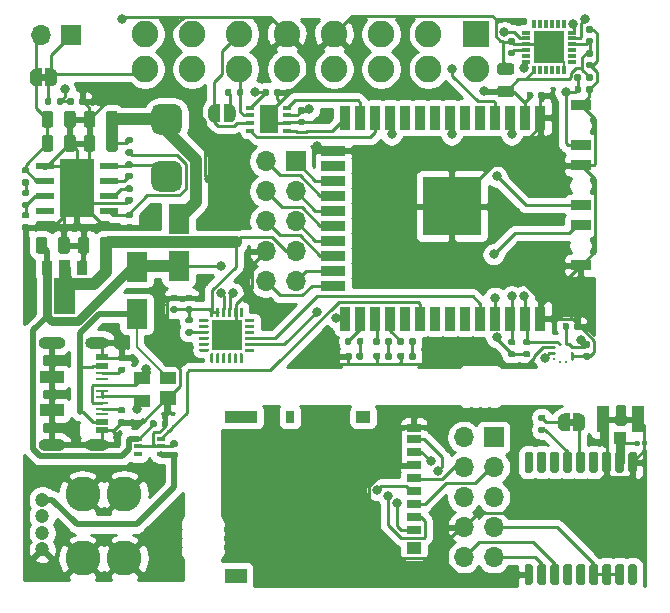
<source format=gtl>
G04 #@! TF.GenerationSoftware,KiCad,Pcbnew,5.1.9*
G04 #@! TF.CreationDate,2021-03-15T09:56:04+01:00*
G04 #@! TF.ProjectId,obd32,6f626433-322e-46b6-9963-61645f706362,rev?*
G04 #@! TF.SameCoordinates,Original*
G04 #@! TF.FileFunction,Copper,L1,Top*
G04 #@! TF.FilePolarity,Positive*
%FSLAX46Y46*%
G04 Gerber Fmt 4.6, Leading zero omitted, Abs format (unit mm)*
G04 Created by KiCad (PCBNEW 5.1.9) date 2021-03-15 09:56:04*
%MOMM*%
%LPD*%
G01*
G04 APERTURE LIST*
G04 #@! TA.AperFunction,EtchedComponent*
%ADD10C,0.100000*%
G04 #@! TD*
G04 #@! TA.AperFunction,SMDPad,CuDef*
%ADD11R,2.000000X1.000000*%
G04 #@! TD*
G04 #@! TA.AperFunction,ComponentPad*
%ADD12O,2.300000X1.000000*%
G04 #@! TD*
G04 #@! TA.AperFunction,ComponentPad*
%ADD13O,2.000000X1.000000*%
G04 #@! TD*
G04 #@! TA.AperFunction,SMDPad,CuDef*
%ADD14R,1.000000X0.270000*%
G04 #@! TD*
G04 #@! TA.AperFunction,SMDPad,CuDef*
%ADD15R,1.000000X0.520000*%
G04 #@! TD*
G04 #@! TA.AperFunction,SMDPad,CuDef*
%ADD16R,0.254000X0.279400*%
G04 #@! TD*
G04 #@! TA.AperFunction,SMDPad,CuDef*
%ADD17R,0.279400X0.254000*%
G04 #@! TD*
G04 #@! TA.AperFunction,ComponentPad*
%ADD18O,1.700000X1.700000*%
G04 #@! TD*
G04 #@! TA.AperFunction,ComponentPad*
%ADD19R,1.700000X1.700000*%
G04 #@! TD*
G04 #@! TA.AperFunction,ComponentPad*
%ADD20C,2.250000*%
G04 #@! TD*
G04 #@! TA.AperFunction,ComponentPad*
%ADD21R,2.250000X2.250000*%
G04 #@! TD*
G04 #@! TA.AperFunction,SMDPad,CuDef*
%ADD22C,0.100000*%
G04 #@! TD*
G04 #@! TA.AperFunction,SMDPad,CuDef*
%ADD23R,1.041400X1.092200*%
G04 #@! TD*
G04 #@! TA.AperFunction,SMDPad,CuDef*
%ADD24R,1.041400X2.260600*%
G04 #@! TD*
G04 #@! TA.AperFunction,SMDPad,CuDef*
%ADD25R,1.900000X1.300000*%
G04 #@! TD*
G04 #@! TA.AperFunction,SMDPad,CuDef*
%ADD26R,2.800000X1.000000*%
G04 #@! TD*
G04 #@! TA.AperFunction,SMDPad,CuDef*
%ADD27R,0.800000X1.000000*%
G04 #@! TD*
G04 #@! TA.AperFunction,SMDPad,CuDef*
%ADD28R,1.200000X1.000000*%
G04 #@! TD*
G04 #@! TA.AperFunction,SMDPad,CuDef*
%ADD29R,1.200000X0.700000*%
G04 #@! TD*
G04 #@! TA.AperFunction,SMDPad,CuDef*
%ADD30R,0.900000X1.300000*%
G04 #@! TD*
G04 #@! TA.AperFunction,SMDPad,CuDef*
%ADD31R,0.900000X2.000000*%
G04 #@! TD*
G04 #@! TA.AperFunction,SMDPad,CuDef*
%ADD32R,2.000000X0.900000*%
G04 #@! TD*
G04 #@! TA.AperFunction,SMDPad,CuDef*
%ADD33R,5.000000X5.000000*%
G04 #@! TD*
G04 #@! TA.AperFunction,SMDPad,CuDef*
%ADD34R,1.700000X0.900000*%
G04 #@! TD*
G04 #@! TA.AperFunction,ComponentPad*
%ADD35C,2.970000*%
G04 #@! TD*
G04 #@! TA.AperFunction,ComponentPad*
%ADD36C,1.200000*%
G04 #@! TD*
G04 #@! TA.AperFunction,SMDPad,CuDef*
%ADD37R,1.400000X1.000000*%
G04 #@! TD*
G04 #@! TA.AperFunction,SMDPad,CuDef*
%ADD38R,1.400000X1.200000*%
G04 #@! TD*
G04 #@! TA.AperFunction,SMDPad,CuDef*
%ADD39R,2.600000X2.600000*%
G04 #@! TD*
G04 #@! TA.AperFunction,SMDPad,CuDef*
%ADD40R,1.800000X2.500000*%
G04 #@! TD*
G04 #@! TA.AperFunction,ComponentPad*
%ADD41C,0.600000*%
G04 #@! TD*
G04 #@! TA.AperFunction,SMDPad,CuDef*
%ADD42R,1.550000X0.600000*%
G04 #@! TD*
G04 #@! TA.AperFunction,SMDPad,CuDef*
%ADD43R,2.950000X4.900000*%
G04 #@! TD*
G04 #@! TA.AperFunction,SMDPad,CuDef*
%ADD44R,0.650000X0.400000*%
G04 #@! TD*
G04 #@! TA.AperFunction,SMDPad,CuDef*
%ADD45R,2.650000X2.750000*%
G04 #@! TD*
G04 #@! TA.AperFunction,SMDPad,CuDef*
%ADD46R,0.800000X0.300000*%
G04 #@! TD*
G04 #@! TA.AperFunction,SMDPad,CuDef*
%ADD47R,0.300000X0.800000*%
G04 #@! TD*
G04 #@! TA.AperFunction,SMDPad,CuDef*
%ADD48R,1.550000X2.400000*%
G04 #@! TD*
G04 #@! TA.AperFunction,SMDPad,CuDef*
%ADD49R,0.650000X0.350000*%
G04 #@! TD*
G04 #@! TA.AperFunction,ViaPad*
%ADD50C,0.800000*%
G04 #@! TD*
G04 #@! TA.AperFunction,Conductor*
%ADD51C,0.250000*%
G04 #@! TD*
G04 #@! TA.AperFunction,Conductor*
%ADD52C,0.200000*%
G04 #@! TD*
G04 #@! TA.AperFunction,Conductor*
%ADD53C,1.000000*%
G04 #@! TD*
G04 #@! TA.AperFunction,Conductor*
%ADD54C,0.500000*%
G04 #@! TD*
G04 #@! TA.AperFunction,Conductor*
%ADD55C,0.750000*%
G04 #@! TD*
G04 #@! TA.AperFunction,Conductor*
%ADD56C,0.254000*%
G04 #@! TD*
G04 #@! TA.AperFunction,Conductor*
%ADD57C,0.100000*%
G04 #@! TD*
G04 APERTURE END LIST*
D10*
G36*
X244090000Y-96728000D02*
G01*
X243590000Y-96728000D01*
X243590000Y-97328000D01*
X244090000Y-97328000D01*
X244090000Y-96728000D01*
G37*
G36*
X198886000Y-68118000D02*
G01*
X199386000Y-68118000D01*
X199386000Y-67518000D01*
X198886000Y-67518000D01*
X198886000Y-68118000D01*
G37*
D11*
X199838500Y-93215000D03*
X199838500Y-96015000D03*
D12*
X199838500Y-98935000D03*
X199838500Y-90295000D03*
D13*
X203663500Y-90295000D03*
X203663500Y-98935000D03*
D14*
X204038500Y-94365000D03*
X204038500Y-96365000D03*
X204038500Y-95865000D03*
X204038500Y-95365000D03*
X204038500Y-94865000D03*
X204038500Y-93865000D03*
X204038500Y-93365000D03*
X204038500Y-92865000D03*
D15*
X204038500Y-97715000D03*
X204038500Y-96965000D03*
X204038500Y-92265000D03*
X204038500Y-91515000D03*
X204038500Y-91515000D03*
X204038500Y-92265000D03*
X204038500Y-96965000D03*
X204038500Y-97715000D03*
G04 #@! TA.AperFunction,SMDPad,CuDef*
G36*
G01*
X206560000Y-79770000D02*
X206190000Y-79770000D01*
G75*
G02*
X206055000Y-79635000I0J135000D01*
G01*
X206055000Y-79365000D01*
G75*
G02*
X206190000Y-79230000I135000J0D01*
G01*
X206560000Y-79230000D01*
G75*
G02*
X206695000Y-79365000I0J-135000D01*
G01*
X206695000Y-79635000D01*
G75*
G02*
X206560000Y-79770000I-135000J0D01*
G01*
G37*
G04 #@! TD.AperFunction*
G04 #@! TA.AperFunction,SMDPad,CuDef*
G36*
G01*
X206560000Y-80790000D02*
X206190000Y-80790000D01*
G75*
G02*
X206055000Y-80655000I0J135000D01*
G01*
X206055000Y-80385000D01*
G75*
G02*
X206190000Y-80250000I135000J0D01*
G01*
X206560000Y-80250000D01*
G75*
G02*
X206695000Y-80385000I0J-135000D01*
G01*
X206695000Y-80655000D01*
G75*
G02*
X206560000Y-80790000I-135000J0D01*
G01*
G37*
G04 #@! TD.AperFunction*
G04 #@! TA.AperFunction,SMDPad,CuDef*
G36*
G01*
X241115000Y-97395000D02*
X241485000Y-97395000D01*
G75*
G02*
X241620000Y-97530000I0J-135000D01*
G01*
X241620000Y-97800000D01*
G75*
G02*
X241485000Y-97935000I-135000J0D01*
G01*
X241115000Y-97935000D01*
G75*
G02*
X240980000Y-97800000I0J135000D01*
G01*
X240980000Y-97530000D01*
G75*
G02*
X241115000Y-97395000I135000J0D01*
G01*
G37*
G04 #@! TD.AperFunction*
G04 #@! TA.AperFunction,SMDPad,CuDef*
G36*
G01*
X241115000Y-96375000D02*
X241485000Y-96375000D01*
G75*
G02*
X241620000Y-96510000I0J-135000D01*
G01*
X241620000Y-96780000D01*
G75*
G02*
X241485000Y-96915000I-135000J0D01*
G01*
X241115000Y-96915000D01*
G75*
G02*
X240980000Y-96780000I0J135000D01*
G01*
X240980000Y-96510000D01*
G75*
G02*
X241115000Y-96375000I135000J0D01*
G01*
G37*
G04 #@! TD.AperFunction*
G04 #@! TA.AperFunction,SMDPad,CuDef*
G36*
G01*
X215025000Y-68903000D02*
X215025000Y-69273000D01*
G75*
G02*
X214890000Y-69408000I-135000J0D01*
G01*
X214620000Y-69408000D01*
G75*
G02*
X214485000Y-69273000I0J135000D01*
G01*
X214485000Y-68903000D01*
G75*
G02*
X214620000Y-68768000I135000J0D01*
G01*
X214890000Y-68768000D01*
G75*
G02*
X215025000Y-68903000I0J-135000D01*
G01*
G37*
G04 #@! TD.AperFunction*
G04 #@! TA.AperFunction,SMDPad,CuDef*
G36*
G01*
X216045000Y-68903000D02*
X216045000Y-69273000D01*
G75*
G02*
X215910000Y-69408000I-135000J0D01*
G01*
X215640000Y-69408000D01*
G75*
G02*
X215505000Y-69273000I0J135000D01*
G01*
X215505000Y-68903000D01*
G75*
G02*
X215640000Y-68768000I135000J0D01*
G01*
X215910000Y-68768000D01*
G75*
G02*
X216045000Y-68903000I0J-135000D01*
G01*
G37*
G04 #@! TD.AperFunction*
G04 #@! TA.AperFunction,SMDPad,CuDef*
G36*
G01*
X205555000Y-96760000D02*
X205925000Y-96760000D01*
G75*
G02*
X206060000Y-96895000I0J-135000D01*
G01*
X206060000Y-97165000D01*
G75*
G02*
X205925000Y-97300000I-135000J0D01*
G01*
X205555000Y-97300000D01*
G75*
G02*
X205420000Y-97165000I0J135000D01*
G01*
X205420000Y-96895000D01*
G75*
G02*
X205555000Y-96760000I135000J0D01*
G01*
G37*
G04 #@! TD.AperFunction*
G04 #@! TA.AperFunction,SMDPad,CuDef*
G36*
G01*
X205555000Y-95740000D02*
X205925000Y-95740000D01*
G75*
G02*
X206060000Y-95875000I0J-135000D01*
G01*
X206060000Y-96145000D01*
G75*
G02*
X205925000Y-96280000I-135000J0D01*
G01*
X205555000Y-96280000D01*
G75*
G02*
X205420000Y-96145000I0J135000D01*
G01*
X205420000Y-95875000D01*
G75*
G02*
X205555000Y-95740000I135000J0D01*
G01*
G37*
G04 #@! TD.AperFunction*
G04 #@! TA.AperFunction,SMDPad,CuDef*
G36*
G01*
X205555000Y-92315000D02*
X205925000Y-92315000D01*
G75*
G02*
X206060000Y-92450000I0J-135000D01*
G01*
X206060000Y-92720000D01*
G75*
G02*
X205925000Y-92855000I-135000J0D01*
G01*
X205555000Y-92855000D01*
G75*
G02*
X205420000Y-92720000I0J135000D01*
G01*
X205420000Y-92450000D01*
G75*
G02*
X205555000Y-92315000I135000J0D01*
G01*
G37*
G04 #@! TD.AperFunction*
G04 #@! TA.AperFunction,SMDPad,CuDef*
G36*
G01*
X205555000Y-91295000D02*
X205925000Y-91295000D01*
G75*
G02*
X206060000Y-91430000I0J-135000D01*
G01*
X206060000Y-91700000D01*
G75*
G02*
X205925000Y-91835000I-135000J0D01*
G01*
X205555000Y-91835000D01*
G75*
G02*
X205420000Y-91700000I0J135000D01*
G01*
X205420000Y-91430000D01*
G75*
G02*
X205555000Y-91295000I135000J0D01*
G01*
G37*
G04 #@! TD.AperFunction*
G04 #@! TA.AperFunction,SMDPad,CuDef*
G36*
G01*
X211270000Y-89140000D02*
X211640000Y-89140000D01*
G75*
G02*
X211775000Y-89275000I0J-135000D01*
G01*
X211775000Y-89545000D01*
G75*
G02*
X211640000Y-89680000I-135000J0D01*
G01*
X211270000Y-89680000D01*
G75*
G02*
X211135000Y-89545000I0J135000D01*
G01*
X211135000Y-89275000D01*
G75*
G02*
X211270000Y-89140000I135000J0D01*
G01*
G37*
G04 #@! TD.AperFunction*
G04 #@! TA.AperFunction,SMDPad,CuDef*
G36*
G01*
X211270000Y-88120000D02*
X211640000Y-88120000D01*
G75*
G02*
X211775000Y-88255000I0J-135000D01*
G01*
X211775000Y-88525000D01*
G75*
G02*
X211640000Y-88660000I-135000J0D01*
G01*
X211270000Y-88660000D01*
G75*
G02*
X211135000Y-88525000I0J135000D01*
G01*
X211135000Y-88255000D01*
G75*
G02*
X211270000Y-88120000I135000J0D01*
G01*
G37*
G04 #@! TD.AperFunction*
G04 #@! TA.AperFunction,SMDPad,CuDef*
G36*
G01*
X206560000Y-73420000D02*
X206190000Y-73420000D01*
G75*
G02*
X206055000Y-73285000I0J135000D01*
G01*
X206055000Y-73015000D01*
G75*
G02*
X206190000Y-72880000I135000J0D01*
G01*
X206560000Y-72880000D01*
G75*
G02*
X206695000Y-73015000I0J-135000D01*
G01*
X206695000Y-73285000D01*
G75*
G02*
X206560000Y-73420000I-135000J0D01*
G01*
G37*
G04 #@! TD.AperFunction*
G04 #@! TA.AperFunction,SMDPad,CuDef*
G36*
G01*
X206560000Y-74440000D02*
X206190000Y-74440000D01*
G75*
G02*
X206055000Y-74305000I0J135000D01*
G01*
X206055000Y-74035000D01*
G75*
G02*
X206190000Y-73900000I135000J0D01*
G01*
X206560000Y-73900000D01*
G75*
G02*
X206695000Y-74035000I0J-135000D01*
G01*
X206695000Y-74305000D01*
G75*
G02*
X206560000Y-74440000I-135000J0D01*
G01*
G37*
G04 #@! TD.AperFunction*
G04 #@! TA.AperFunction,SMDPad,CuDef*
G36*
G01*
X201150000Y-70035000D02*
X201150000Y-69665000D01*
G75*
G02*
X201285000Y-69530000I135000J0D01*
G01*
X201555000Y-69530000D01*
G75*
G02*
X201690000Y-69665000I0J-135000D01*
G01*
X201690000Y-70035000D01*
G75*
G02*
X201555000Y-70170000I-135000J0D01*
G01*
X201285000Y-70170000D01*
G75*
G02*
X201150000Y-70035000I0J135000D01*
G01*
G37*
G04 #@! TD.AperFunction*
G04 #@! TA.AperFunction,SMDPad,CuDef*
G36*
G01*
X202170000Y-70035000D02*
X202170000Y-69665000D01*
G75*
G02*
X202305000Y-69530000I135000J0D01*
G01*
X202575000Y-69530000D01*
G75*
G02*
X202710000Y-69665000I0J-135000D01*
G01*
X202710000Y-70035000D01*
G75*
G02*
X202575000Y-70170000I-135000J0D01*
G01*
X202305000Y-70170000D01*
G75*
G02*
X202170000Y-70035000I0J135000D01*
G01*
G37*
G04 #@! TD.AperFunction*
G04 #@! TA.AperFunction,SMDPad,CuDef*
G36*
G01*
X199245000Y-70035000D02*
X199245000Y-69665000D01*
G75*
G02*
X199380000Y-69530000I135000J0D01*
G01*
X199650000Y-69530000D01*
G75*
G02*
X199785000Y-69665000I0J-135000D01*
G01*
X199785000Y-70035000D01*
G75*
G02*
X199650000Y-70170000I-135000J0D01*
G01*
X199380000Y-70170000D01*
G75*
G02*
X199245000Y-70035000I0J135000D01*
G01*
G37*
G04 #@! TD.AperFunction*
G04 #@! TA.AperFunction,SMDPad,CuDef*
G36*
G01*
X200265000Y-70035000D02*
X200265000Y-69665000D01*
G75*
G02*
X200400000Y-69530000I135000J0D01*
G01*
X200670000Y-69530000D01*
G75*
G02*
X200805000Y-69665000I0J-135000D01*
G01*
X200805000Y-70035000D01*
G75*
G02*
X200670000Y-70170000I-135000J0D01*
G01*
X200400000Y-70170000D01*
G75*
G02*
X200265000Y-70035000I0J135000D01*
G01*
G37*
G04 #@! TD.AperFunction*
G04 #@! TA.AperFunction,SMDPad,CuDef*
G36*
G01*
X197427000Y-80250000D02*
X197797000Y-80250000D01*
G75*
G02*
X197932000Y-80385000I0J-135000D01*
G01*
X197932000Y-80655000D01*
G75*
G02*
X197797000Y-80790000I-135000J0D01*
G01*
X197427000Y-80790000D01*
G75*
G02*
X197292000Y-80655000I0J135000D01*
G01*
X197292000Y-80385000D01*
G75*
G02*
X197427000Y-80250000I135000J0D01*
G01*
G37*
G04 #@! TD.AperFunction*
G04 #@! TA.AperFunction,SMDPad,CuDef*
G36*
G01*
X197427000Y-79230000D02*
X197797000Y-79230000D01*
G75*
G02*
X197932000Y-79365000I0J-135000D01*
G01*
X197932000Y-79635000D01*
G75*
G02*
X197797000Y-79770000I-135000J0D01*
G01*
X197427000Y-79770000D01*
G75*
G02*
X197292000Y-79635000I0J135000D01*
G01*
X197292000Y-79365000D01*
G75*
G02*
X197427000Y-79230000I135000J0D01*
G01*
G37*
G04 #@! TD.AperFunction*
G04 #@! TA.AperFunction,SMDPad,CuDef*
G36*
G01*
X197427000Y-78345000D02*
X197797000Y-78345000D01*
G75*
G02*
X197932000Y-78480000I0J-135000D01*
G01*
X197932000Y-78750000D01*
G75*
G02*
X197797000Y-78885000I-135000J0D01*
G01*
X197427000Y-78885000D01*
G75*
G02*
X197292000Y-78750000I0J135000D01*
G01*
X197292000Y-78480000D01*
G75*
G02*
X197427000Y-78345000I135000J0D01*
G01*
G37*
G04 #@! TD.AperFunction*
G04 #@! TA.AperFunction,SMDPad,CuDef*
G36*
G01*
X197427000Y-77325000D02*
X197797000Y-77325000D01*
G75*
G02*
X197932000Y-77460000I0J-135000D01*
G01*
X197932000Y-77730000D01*
G75*
G02*
X197797000Y-77865000I-135000J0D01*
G01*
X197427000Y-77865000D01*
G75*
G02*
X197292000Y-77730000I0J135000D01*
G01*
X197292000Y-77460000D01*
G75*
G02*
X197427000Y-77325000I135000J0D01*
G01*
G37*
G04 #@! TD.AperFunction*
G04 #@! TA.AperFunction,SMDPad,CuDef*
G36*
G01*
X197797000Y-75960000D02*
X197427000Y-75960000D01*
G75*
G02*
X197292000Y-75825000I0J135000D01*
G01*
X197292000Y-75555000D01*
G75*
G02*
X197427000Y-75420000I135000J0D01*
G01*
X197797000Y-75420000D01*
G75*
G02*
X197932000Y-75555000I0J-135000D01*
G01*
X197932000Y-75825000D01*
G75*
G02*
X197797000Y-75960000I-135000J0D01*
G01*
G37*
G04 #@! TD.AperFunction*
G04 #@! TA.AperFunction,SMDPad,CuDef*
G36*
G01*
X197797000Y-76980000D02*
X197427000Y-76980000D01*
G75*
G02*
X197292000Y-76845000I0J135000D01*
G01*
X197292000Y-76575000D01*
G75*
G02*
X197427000Y-76440000I135000J0D01*
G01*
X197797000Y-76440000D01*
G75*
G02*
X197932000Y-76575000I0J-135000D01*
G01*
X197932000Y-76845000D01*
G75*
G02*
X197797000Y-76980000I-135000J0D01*
G01*
G37*
G04 #@! TD.AperFunction*
G04 #@! TA.AperFunction,SMDPad,CuDef*
G36*
G01*
X229630000Y-89985000D02*
X229630000Y-90355000D01*
G75*
G02*
X229495000Y-90490000I-135000J0D01*
G01*
X229225000Y-90490000D01*
G75*
G02*
X229090000Y-90355000I0J135000D01*
G01*
X229090000Y-89985000D01*
G75*
G02*
X229225000Y-89850000I135000J0D01*
G01*
X229495000Y-89850000D01*
G75*
G02*
X229630000Y-89985000I0J-135000D01*
G01*
G37*
G04 #@! TD.AperFunction*
G04 #@! TA.AperFunction,SMDPad,CuDef*
G36*
G01*
X230650000Y-89985000D02*
X230650000Y-90355000D01*
G75*
G02*
X230515000Y-90490000I-135000J0D01*
G01*
X230245000Y-90490000D01*
G75*
G02*
X230110000Y-90355000I0J135000D01*
G01*
X230110000Y-89985000D01*
G75*
G02*
X230245000Y-89850000I135000J0D01*
G01*
X230515000Y-89850000D01*
G75*
G02*
X230650000Y-89985000I0J-135000D01*
G01*
G37*
G04 #@! TD.AperFunction*
G04 #@! TA.AperFunction,SMDPad,CuDef*
G36*
G01*
X227598000Y-89985000D02*
X227598000Y-90355000D01*
G75*
G02*
X227463000Y-90490000I-135000J0D01*
G01*
X227193000Y-90490000D01*
G75*
G02*
X227058000Y-90355000I0J135000D01*
G01*
X227058000Y-89985000D01*
G75*
G02*
X227193000Y-89850000I135000J0D01*
G01*
X227463000Y-89850000D01*
G75*
G02*
X227598000Y-89985000I0J-135000D01*
G01*
G37*
G04 #@! TD.AperFunction*
G04 #@! TA.AperFunction,SMDPad,CuDef*
G36*
G01*
X228618000Y-89985000D02*
X228618000Y-90355000D01*
G75*
G02*
X228483000Y-90490000I-135000J0D01*
G01*
X228213000Y-90490000D01*
G75*
G02*
X228078000Y-90355000I0J135000D01*
G01*
X228078000Y-89985000D01*
G75*
G02*
X228213000Y-89850000I135000J0D01*
G01*
X228483000Y-89850000D01*
G75*
G02*
X228618000Y-89985000I0J-135000D01*
G01*
G37*
G04 #@! TD.AperFunction*
G04 #@! TA.AperFunction,SMDPad,CuDef*
G36*
G01*
X225185000Y-89985000D02*
X225185000Y-90355000D01*
G75*
G02*
X225050000Y-90490000I-135000J0D01*
G01*
X224780000Y-90490000D01*
G75*
G02*
X224645000Y-90355000I0J135000D01*
G01*
X224645000Y-89985000D01*
G75*
G02*
X224780000Y-89850000I135000J0D01*
G01*
X225050000Y-89850000D01*
G75*
G02*
X225185000Y-89985000I0J-135000D01*
G01*
G37*
G04 #@! TD.AperFunction*
G04 #@! TA.AperFunction,SMDPad,CuDef*
G36*
G01*
X226205000Y-89985000D02*
X226205000Y-90355000D01*
G75*
G02*
X226070000Y-90490000I-135000J0D01*
G01*
X225800000Y-90490000D01*
G75*
G02*
X225665000Y-90355000I0J135000D01*
G01*
X225665000Y-89985000D01*
G75*
G02*
X225800000Y-89850000I135000J0D01*
G01*
X226070000Y-89850000D01*
G75*
G02*
X226205000Y-89985000I0J-135000D01*
G01*
G37*
G04 #@! TD.AperFunction*
G04 #@! TA.AperFunction,SMDPad,CuDef*
G36*
G01*
X245096000Y-68003000D02*
X245096000Y-67633000D01*
G75*
G02*
X245231000Y-67498000I135000J0D01*
G01*
X245501000Y-67498000D01*
G75*
G02*
X245636000Y-67633000I0J-135000D01*
G01*
X245636000Y-68003000D01*
G75*
G02*
X245501000Y-68138000I-135000J0D01*
G01*
X245231000Y-68138000D01*
G75*
G02*
X245096000Y-68003000I0J135000D01*
G01*
G37*
G04 #@! TD.AperFunction*
G04 #@! TA.AperFunction,SMDPad,CuDef*
G36*
G01*
X244076000Y-68003000D02*
X244076000Y-67633000D01*
G75*
G02*
X244211000Y-67498000I135000J0D01*
G01*
X244481000Y-67498000D01*
G75*
G02*
X244616000Y-67633000I0J-135000D01*
G01*
X244616000Y-68003000D01*
G75*
G02*
X244481000Y-68138000I-135000J0D01*
G01*
X244211000Y-68138000D01*
G75*
G02*
X244076000Y-68003000I0J135000D01*
G01*
G37*
G04 #@! TD.AperFunction*
G04 #@! TA.AperFunction,SMDPad,CuDef*
G36*
G01*
X240215000Y-90504000D02*
X239845000Y-90504000D01*
G75*
G02*
X239710000Y-90369000I0J135000D01*
G01*
X239710000Y-90099000D01*
G75*
G02*
X239845000Y-89964000I135000J0D01*
G01*
X240215000Y-89964000D01*
G75*
G02*
X240350000Y-90099000I0J-135000D01*
G01*
X240350000Y-90369000D01*
G75*
G02*
X240215000Y-90504000I-135000J0D01*
G01*
G37*
G04 #@! TD.AperFunction*
G04 #@! TA.AperFunction,SMDPad,CuDef*
G36*
G01*
X240215000Y-91524000D02*
X239845000Y-91524000D01*
G75*
G02*
X239710000Y-91389000I0J135000D01*
G01*
X239710000Y-91119000D01*
G75*
G02*
X239845000Y-90984000I135000J0D01*
G01*
X240215000Y-90984000D01*
G75*
G02*
X240350000Y-91119000I0J-135000D01*
G01*
X240350000Y-91389000D01*
G75*
G02*
X240215000Y-91524000I-135000J0D01*
G01*
G37*
G04 #@! TD.AperFunction*
G04 #@! TA.AperFunction,SMDPad,CuDef*
G36*
G01*
X238575000Y-90984000D02*
X238945000Y-90984000D01*
G75*
G02*
X239080000Y-91119000I0J-135000D01*
G01*
X239080000Y-91389000D01*
G75*
G02*
X238945000Y-91524000I-135000J0D01*
G01*
X238575000Y-91524000D01*
G75*
G02*
X238440000Y-91389000I0J135000D01*
G01*
X238440000Y-91119000D01*
G75*
G02*
X238575000Y-90984000I135000J0D01*
G01*
G37*
G04 #@! TD.AperFunction*
G04 #@! TA.AperFunction,SMDPad,CuDef*
G36*
G01*
X238575000Y-89964000D02*
X238945000Y-89964000D01*
G75*
G02*
X239080000Y-90099000I0J-135000D01*
G01*
X239080000Y-90369000D01*
G75*
G02*
X238945000Y-90504000I-135000J0D01*
G01*
X238575000Y-90504000D01*
G75*
G02*
X238440000Y-90369000I0J135000D01*
G01*
X238440000Y-90099000D01*
G75*
G02*
X238575000Y-89964000I135000J0D01*
G01*
G37*
G04 #@! TD.AperFunction*
G04 #@! TA.AperFunction,SMDPad,CuDef*
G36*
G01*
X243640000Y-88730000D02*
X243640000Y-89070000D01*
G75*
G02*
X243500000Y-89210000I-140000J0D01*
G01*
X243220000Y-89210000D01*
G75*
G02*
X243080000Y-89070000I0J140000D01*
G01*
X243080000Y-88730000D01*
G75*
G02*
X243220000Y-88590000I140000J0D01*
G01*
X243500000Y-88590000D01*
G75*
G02*
X243640000Y-88730000I0J-140000D01*
G01*
G37*
G04 #@! TD.AperFunction*
G04 #@! TA.AperFunction,SMDPad,CuDef*
G36*
G01*
X244600000Y-88730000D02*
X244600000Y-89070000D01*
G75*
G02*
X244460000Y-89210000I-140000J0D01*
G01*
X244180000Y-89210000D01*
G75*
G02*
X244040000Y-89070000I0J140000D01*
G01*
X244040000Y-88730000D01*
G75*
G02*
X244180000Y-88590000I140000J0D01*
G01*
X244460000Y-88590000D01*
G75*
G02*
X244600000Y-88730000I0J-140000D01*
G01*
G37*
G04 #@! TD.AperFunction*
G04 #@! TA.AperFunction,SMDPad,CuDef*
G36*
G01*
X210355000Y-99114000D02*
X210015000Y-99114000D01*
G75*
G02*
X209875000Y-98974000I0J140000D01*
G01*
X209875000Y-98694000D01*
G75*
G02*
X210015000Y-98554000I140000J0D01*
G01*
X210355000Y-98554000D01*
G75*
G02*
X210495000Y-98694000I0J-140000D01*
G01*
X210495000Y-98974000D01*
G75*
G02*
X210355000Y-99114000I-140000J0D01*
G01*
G37*
G04 #@! TD.AperFunction*
G04 #@! TA.AperFunction,SMDPad,CuDef*
G36*
G01*
X210355000Y-100074000D02*
X210015000Y-100074000D01*
G75*
G02*
X209875000Y-99934000I0J140000D01*
G01*
X209875000Y-99654000D01*
G75*
G02*
X210015000Y-99514000I140000J0D01*
G01*
X210355000Y-99514000D01*
G75*
G02*
X210495000Y-99654000I0J-140000D01*
G01*
X210495000Y-99934000D01*
G75*
G02*
X210355000Y-100074000I-140000J0D01*
G01*
G37*
G04 #@! TD.AperFunction*
G04 #@! TA.AperFunction,SMDPad,CuDef*
G36*
G01*
X220810000Y-71320000D02*
X221150000Y-71320000D01*
G75*
G02*
X221290000Y-71460000I0J-140000D01*
G01*
X221290000Y-71740000D01*
G75*
G02*
X221150000Y-71880000I-140000J0D01*
G01*
X220810000Y-71880000D01*
G75*
G02*
X220670000Y-71740000I0J140000D01*
G01*
X220670000Y-71460000D01*
G75*
G02*
X220810000Y-71320000I140000J0D01*
G01*
G37*
G04 #@! TD.AperFunction*
G04 #@! TA.AperFunction,SMDPad,CuDef*
G36*
G01*
X220810000Y-70360000D02*
X221150000Y-70360000D01*
G75*
G02*
X221290000Y-70500000I0J-140000D01*
G01*
X221290000Y-70780000D01*
G75*
G02*
X221150000Y-70920000I-140000J0D01*
G01*
X220810000Y-70920000D01*
G75*
G02*
X220670000Y-70780000I0J140000D01*
G01*
X220670000Y-70500000D01*
G75*
G02*
X220810000Y-70360000I140000J0D01*
G01*
G37*
G04 #@! TD.AperFunction*
G04 #@! TA.AperFunction,SMDPad,CuDef*
G36*
G01*
X209115000Y-97325000D02*
X209115000Y-96985000D01*
G75*
G02*
X209255000Y-96845000I140000J0D01*
G01*
X209535000Y-96845000D01*
G75*
G02*
X209675000Y-96985000I0J-140000D01*
G01*
X209675000Y-97325000D01*
G75*
G02*
X209535000Y-97465000I-140000J0D01*
G01*
X209255000Y-97465000D01*
G75*
G02*
X209115000Y-97325000I0J140000D01*
G01*
G37*
G04 #@! TD.AperFunction*
G04 #@! TA.AperFunction,SMDPad,CuDef*
G36*
G01*
X208155000Y-97325000D02*
X208155000Y-96985000D01*
G75*
G02*
X208295000Y-96845000I140000J0D01*
G01*
X208575000Y-96845000D01*
G75*
G02*
X208715000Y-96985000I0J-140000D01*
G01*
X208715000Y-97325000D01*
G75*
G02*
X208575000Y-97465000I-140000J0D01*
G01*
X208295000Y-97465000D01*
G75*
G02*
X208155000Y-97325000I0J140000D01*
G01*
G37*
G04 #@! TD.AperFunction*
G04 #@! TA.AperFunction,SMDPad,CuDef*
G36*
G01*
X218240000Y-68918000D02*
X218240000Y-69258000D01*
G75*
G02*
X218100000Y-69398000I-140000J0D01*
G01*
X217820000Y-69398000D01*
G75*
G02*
X217680000Y-69258000I0J140000D01*
G01*
X217680000Y-68918000D01*
G75*
G02*
X217820000Y-68778000I140000J0D01*
G01*
X218100000Y-68778000D01*
G75*
G02*
X218240000Y-68918000I0J-140000D01*
G01*
G37*
G04 #@! TD.AperFunction*
G04 #@! TA.AperFunction,SMDPad,CuDef*
G36*
G01*
X219200000Y-68918000D02*
X219200000Y-69258000D01*
G75*
G02*
X219060000Y-69398000I-140000J0D01*
G01*
X218780000Y-69398000D01*
G75*
G02*
X218640000Y-69258000I0J140000D01*
G01*
X218640000Y-68918000D01*
G75*
G02*
X218780000Y-68778000I140000J0D01*
G01*
X219060000Y-68778000D01*
G75*
G02*
X219200000Y-68918000I0J-140000D01*
G01*
G37*
G04 #@! TD.AperFunction*
G04 #@! TA.AperFunction,SMDPad,CuDef*
G36*
G01*
X245280000Y-90732000D02*
X244940000Y-90732000D01*
G75*
G02*
X244800000Y-90592000I0J140000D01*
G01*
X244800000Y-90312000D01*
G75*
G02*
X244940000Y-90172000I140000J0D01*
G01*
X245280000Y-90172000D01*
G75*
G02*
X245420000Y-90312000I0J-140000D01*
G01*
X245420000Y-90592000D01*
G75*
G02*
X245280000Y-90732000I-140000J0D01*
G01*
G37*
G04 #@! TD.AperFunction*
G04 #@! TA.AperFunction,SMDPad,CuDef*
G36*
G01*
X245280000Y-91692000D02*
X244940000Y-91692000D01*
G75*
G02*
X244800000Y-91552000I0J140000D01*
G01*
X244800000Y-91272000D01*
G75*
G02*
X244940000Y-91132000I140000J0D01*
G01*
X245280000Y-91132000D01*
G75*
G02*
X245420000Y-91272000I0J-140000D01*
G01*
X245420000Y-91552000D01*
G75*
G02*
X245280000Y-91692000I-140000J0D01*
G01*
G37*
G04 #@! TD.AperFunction*
G04 #@! TA.AperFunction,SMDPad,CuDef*
G36*
G01*
X245534000Y-66094000D02*
X245194000Y-66094000D01*
G75*
G02*
X245054000Y-65954000I0J140000D01*
G01*
X245054000Y-65674000D01*
G75*
G02*
X245194000Y-65534000I140000J0D01*
G01*
X245534000Y-65534000D01*
G75*
G02*
X245674000Y-65674000I0J-140000D01*
G01*
X245674000Y-65954000D01*
G75*
G02*
X245534000Y-66094000I-140000J0D01*
G01*
G37*
G04 #@! TD.AperFunction*
G04 #@! TA.AperFunction,SMDPad,CuDef*
G36*
G01*
X245534000Y-67054000D02*
X245194000Y-67054000D01*
G75*
G02*
X245054000Y-66914000I0J140000D01*
G01*
X245054000Y-66634000D01*
G75*
G02*
X245194000Y-66494000I140000J0D01*
G01*
X245534000Y-66494000D01*
G75*
G02*
X245674000Y-66634000I0J-140000D01*
G01*
X245674000Y-66914000D01*
G75*
G02*
X245534000Y-67054000I-140000J0D01*
G01*
G37*
G04 #@! TD.AperFunction*
G04 #@! TA.AperFunction,SMDPad,CuDef*
G36*
G01*
X238590000Y-65478000D02*
X238930000Y-65478000D01*
G75*
G02*
X239070000Y-65618000I0J-140000D01*
G01*
X239070000Y-65898000D01*
G75*
G02*
X238930000Y-66038000I-140000J0D01*
G01*
X238590000Y-66038000D01*
G75*
G02*
X238450000Y-65898000I0J140000D01*
G01*
X238450000Y-65618000D01*
G75*
G02*
X238590000Y-65478000I140000J0D01*
G01*
G37*
G04 #@! TD.AperFunction*
G04 #@! TA.AperFunction,SMDPad,CuDef*
G36*
G01*
X238590000Y-64518000D02*
X238930000Y-64518000D01*
G75*
G02*
X239070000Y-64658000I0J-140000D01*
G01*
X239070000Y-64938000D01*
G75*
G02*
X238930000Y-65078000I-140000J0D01*
G01*
X238590000Y-65078000D01*
G75*
G02*
X238450000Y-64938000I0J140000D01*
G01*
X238450000Y-64658000D01*
G75*
G02*
X238590000Y-64518000I140000J0D01*
G01*
G37*
G04 #@! TD.AperFunction*
G04 #@! TA.AperFunction,SMDPad,CuDef*
G36*
G01*
X245194000Y-64462000D02*
X245534000Y-64462000D01*
G75*
G02*
X245674000Y-64602000I0J-140000D01*
G01*
X245674000Y-64882000D01*
G75*
G02*
X245534000Y-65022000I-140000J0D01*
G01*
X245194000Y-65022000D01*
G75*
G02*
X245054000Y-64882000I0J140000D01*
G01*
X245054000Y-64602000D01*
G75*
G02*
X245194000Y-64462000I140000J0D01*
G01*
G37*
G04 #@! TD.AperFunction*
G04 #@! TA.AperFunction,SMDPad,CuDef*
G36*
G01*
X245194000Y-63502000D02*
X245534000Y-63502000D01*
G75*
G02*
X245674000Y-63642000I0J-140000D01*
G01*
X245674000Y-63922000D01*
G75*
G02*
X245534000Y-64062000I-140000J0D01*
G01*
X245194000Y-64062000D01*
G75*
G02*
X245054000Y-63922000I0J140000D01*
G01*
X245054000Y-63642000D01*
G75*
G02*
X245194000Y-63502000I140000J0D01*
G01*
G37*
G04 #@! TD.AperFunction*
G04 #@! TA.AperFunction,SMDPad,CuDef*
G36*
G01*
X210355000Y-86795000D02*
X210015000Y-86795000D01*
G75*
G02*
X209875000Y-86655000I0J140000D01*
G01*
X209875000Y-86375000D01*
G75*
G02*
X210015000Y-86235000I140000J0D01*
G01*
X210355000Y-86235000D01*
G75*
G02*
X210495000Y-86375000I0J-140000D01*
G01*
X210495000Y-86655000D01*
G75*
G02*
X210355000Y-86795000I-140000J0D01*
G01*
G37*
G04 #@! TD.AperFunction*
G04 #@! TA.AperFunction,SMDPad,CuDef*
G36*
G01*
X210355000Y-87755000D02*
X210015000Y-87755000D01*
G75*
G02*
X209875000Y-87615000I0J140000D01*
G01*
X209875000Y-87335000D01*
G75*
G02*
X210015000Y-87195000I140000J0D01*
G01*
X210355000Y-87195000D01*
G75*
G02*
X210495000Y-87335000I0J-140000D01*
G01*
X210495000Y-87615000D01*
G75*
G02*
X210355000Y-87755000I-140000J0D01*
G01*
G37*
G04 #@! TD.AperFunction*
G04 #@! TA.AperFunction,SMDPad,CuDef*
G36*
G01*
X240992000Y-69512000D02*
X240992000Y-69172000D01*
G75*
G02*
X241132000Y-69032000I140000J0D01*
G01*
X241412000Y-69032000D01*
G75*
G02*
X241552000Y-69172000I0J-140000D01*
G01*
X241552000Y-69512000D01*
G75*
G02*
X241412000Y-69652000I-140000J0D01*
G01*
X241132000Y-69652000D01*
G75*
G02*
X240992000Y-69512000I0J140000D01*
G01*
G37*
G04 #@! TD.AperFunction*
G04 #@! TA.AperFunction,SMDPad,CuDef*
G36*
G01*
X240032000Y-69512000D02*
X240032000Y-69172000D01*
G75*
G02*
X240172000Y-69032000I140000J0D01*
G01*
X240452000Y-69032000D01*
G75*
G02*
X240592000Y-69172000I0J-140000D01*
G01*
X240592000Y-69512000D01*
G75*
G02*
X240452000Y-69652000I-140000J0D01*
G01*
X240172000Y-69652000D01*
G75*
G02*
X240032000Y-69512000I0J140000D01*
G01*
G37*
G04 #@! TD.AperFunction*
G04 #@! TA.AperFunction,SMDPad,CuDef*
G36*
G01*
X211625000Y-86795000D02*
X211285000Y-86795000D01*
G75*
G02*
X211145000Y-86655000I0J140000D01*
G01*
X211145000Y-86375000D01*
G75*
G02*
X211285000Y-86235000I140000J0D01*
G01*
X211625000Y-86235000D01*
G75*
G02*
X211765000Y-86375000I0J-140000D01*
G01*
X211765000Y-86655000D01*
G75*
G02*
X211625000Y-86795000I-140000J0D01*
G01*
G37*
G04 #@! TD.AperFunction*
G04 #@! TA.AperFunction,SMDPad,CuDef*
G36*
G01*
X211625000Y-87755000D02*
X211285000Y-87755000D01*
G75*
G02*
X211145000Y-87615000I0J140000D01*
G01*
X211145000Y-87335000D01*
G75*
G02*
X211285000Y-87195000I140000J0D01*
G01*
X211625000Y-87195000D01*
G75*
G02*
X211765000Y-87335000I0J-140000D01*
G01*
X211765000Y-87615000D01*
G75*
G02*
X211625000Y-87755000I-140000J0D01*
G01*
G37*
G04 #@! TD.AperFunction*
G04 #@! TA.AperFunction,SMDPad,CuDef*
G36*
G01*
X244656000Y-68664000D02*
X244656000Y-69004000D01*
G75*
G02*
X244516000Y-69144000I-140000J0D01*
G01*
X244236000Y-69144000D01*
G75*
G02*
X244096000Y-69004000I0J140000D01*
G01*
X244096000Y-68664000D01*
G75*
G02*
X244236000Y-68524000I140000J0D01*
G01*
X244516000Y-68524000D01*
G75*
G02*
X244656000Y-68664000I0J-140000D01*
G01*
G37*
G04 #@! TD.AperFunction*
G04 #@! TA.AperFunction,SMDPad,CuDef*
G36*
G01*
X245616000Y-68664000D02*
X245616000Y-69004000D01*
G75*
G02*
X245476000Y-69144000I-140000J0D01*
G01*
X245196000Y-69144000D01*
G75*
G02*
X245056000Y-69004000I0J140000D01*
G01*
X245056000Y-68664000D01*
G75*
G02*
X245196000Y-68524000I140000J0D01*
G01*
X245476000Y-68524000D01*
G75*
G02*
X245616000Y-68664000I0J-140000D01*
G01*
G37*
G04 #@! TD.AperFunction*
D16*
X242828000Y-90424000D03*
X243328000Y-90424000D03*
D17*
X243840000Y-90686001D03*
X243840000Y-91186000D03*
X243840000Y-91685999D03*
D16*
X243328000Y-91948000D03*
X242828000Y-91948000D03*
D17*
X242316000Y-91685999D03*
X242316000Y-91186000D03*
X242316000Y-90686001D03*
D18*
X198882000Y-64262000D03*
D19*
X201422000Y-64262000D03*
D20*
X207712000Y-67135000D03*
X211712000Y-67135000D03*
X215712000Y-67135000D03*
X219712000Y-67135000D03*
X223712000Y-67135000D03*
X227712000Y-67135000D03*
X231712000Y-67135000D03*
X235712000Y-67135000D03*
X207712000Y-64135000D03*
X211712000Y-64135000D03*
X215712000Y-64135000D03*
X219712000Y-64135000D03*
X223712000Y-64135000D03*
X227712000Y-64135000D03*
X231712000Y-64135000D03*
D21*
X235712000Y-64135000D03*
D18*
X234696000Y-108458000D03*
X237236000Y-108458000D03*
X234696000Y-105918000D03*
X237236000Y-105918000D03*
X234696000Y-103378000D03*
X237236000Y-103378000D03*
X234696000Y-100838000D03*
X237236000Y-100838000D03*
X234696000Y-98298000D03*
D19*
X237236000Y-98298000D03*
G04 #@! TA.AperFunction,SMDPad,CuDef*
D22*
G36*
X243690000Y-97778000D02*
G01*
X243190000Y-97778000D01*
X243190000Y-97777398D01*
X243165466Y-97777398D01*
X243116635Y-97772588D01*
X243068510Y-97763016D01*
X243021555Y-97748772D01*
X242976222Y-97729995D01*
X242932949Y-97706864D01*
X242892150Y-97679604D01*
X242854221Y-97648476D01*
X242819524Y-97613779D01*
X242788396Y-97575850D01*
X242761136Y-97535051D01*
X242738005Y-97491778D01*
X242719228Y-97446445D01*
X242704984Y-97399490D01*
X242695412Y-97351365D01*
X242690602Y-97302534D01*
X242690602Y-97278000D01*
X242690000Y-97278000D01*
X242690000Y-96778000D01*
X242690602Y-96778000D01*
X242690602Y-96753466D01*
X242695412Y-96704635D01*
X242704984Y-96656510D01*
X242719228Y-96609555D01*
X242738005Y-96564222D01*
X242761136Y-96520949D01*
X242788396Y-96480150D01*
X242819524Y-96442221D01*
X242854221Y-96407524D01*
X242892150Y-96376396D01*
X242932949Y-96349136D01*
X242976222Y-96326005D01*
X243021555Y-96307228D01*
X243068510Y-96292984D01*
X243116635Y-96283412D01*
X243165466Y-96278602D01*
X243190000Y-96278602D01*
X243190000Y-96278000D01*
X243690000Y-96278000D01*
X243690000Y-97778000D01*
G37*
G04 #@! TD.AperFunction*
G04 #@! TA.AperFunction,SMDPad,CuDef*
G36*
X244490000Y-96278602D02*
G01*
X244514534Y-96278602D01*
X244563365Y-96283412D01*
X244611490Y-96292984D01*
X244658445Y-96307228D01*
X244703778Y-96326005D01*
X244747051Y-96349136D01*
X244787850Y-96376396D01*
X244825779Y-96407524D01*
X244860476Y-96442221D01*
X244891604Y-96480150D01*
X244918864Y-96520949D01*
X244941995Y-96564222D01*
X244960772Y-96609555D01*
X244975016Y-96656510D01*
X244984588Y-96704635D01*
X244989398Y-96753466D01*
X244989398Y-96778000D01*
X244990000Y-96778000D01*
X244990000Y-97278000D01*
X244989398Y-97278000D01*
X244989398Y-97302534D01*
X244984588Y-97351365D01*
X244975016Y-97399490D01*
X244960772Y-97446445D01*
X244941995Y-97491778D01*
X244918864Y-97535051D01*
X244891604Y-97575850D01*
X244860476Y-97613779D01*
X244825779Y-97648476D01*
X244787850Y-97679604D01*
X244747051Y-97706864D01*
X244703778Y-97729995D01*
X244658445Y-97748772D01*
X244611490Y-97763016D01*
X244563365Y-97772588D01*
X244514534Y-97777398D01*
X244490000Y-97777398D01*
X244490000Y-97778000D01*
X243990000Y-97778000D01*
X243990000Y-96278000D01*
X244490000Y-96278000D01*
X244490000Y-96278602D01*
G37*
G04 #@! TD.AperFunction*
D23*
X247957500Y-98370000D03*
D24*
X249428000Y-96774000D03*
X246487000Y-96774000D03*
G04 #@! TA.AperFunction,SMDPad,CuDef*
G36*
G01*
X240377000Y-101306000D02*
X240027000Y-101306000D01*
G75*
G02*
X239852000Y-101131000I0J175000D01*
G01*
X239852000Y-99681000D01*
G75*
G02*
X240027000Y-99506000I175000J0D01*
G01*
X240377000Y-99506000D01*
G75*
G02*
X240552000Y-99681000I0J-175000D01*
G01*
X240552000Y-101131000D01*
G75*
G02*
X240377000Y-101306000I-175000J0D01*
G01*
G37*
G04 #@! TD.AperFunction*
G04 #@! TA.AperFunction,SMDPad,CuDef*
G36*
G01*
X241502000Y-101306000D02*
X241102000Y-101306000D01*
G75*
G02*
X240902000Y-101106000I0J200000D01*
G01*
X240902000Y-99706000D01*
G75*
G02*
X241102000Y-99506000I200000J0D01*
G01*
X241502000Y-99506000D01*
G75*
G02*
X241702000Y-99706000I0J-200000D01*
G01*
X241702000Y-101106000D01*
G75*
G02*
X241502000Y-101306000I-200000J0D01*
G01*
G37*
G04 #@! TD.AperFunction*
G04 #@! TA.AperFunction,SMDPad,CuDef*
G36*
G01*
X242602000Y-101306000D02*
X242202000Y-101306000D01*
G75*
G02*
X242002000Y-101106000I0J200000D01*
G01*
X242002000Y-99706000D01*
G75*
G02*
X242202000Y-99506000I200000J0D01*
G01*
X242602000Y-99506000D01*
G75*
G02*
X242802000Y-99706000I0J-200000D01*
G01*
X242802000Y-101106000D01*
G75*
G02*
X242602000Y-101306000I-200000J0D01*
G01*
G37*
G04 #@! TD.AperFunction*
G04 #@! TA.AperFunction,SMDPad,CuDef*
G36*
G01*
X243702000Y-101306000D02*
X243302000Y-101306000D01*
G75*
G02*
X243102000Y-101106000I0J200000D01*
G01*
X243102000Y-99706000D01*
G75*
G02*
X243302000Y-99506000I200000J0D01*
G01*
X243702000Y-99506000D01*
G75*
G02*
X243902000Y-99706000I0J-200000D01*
G01*
X243902000Y-101106000D01*
G75*
G02*
X243702000Y-101306000I-200000J0D01*
G01*
G37*
G04 #@! TD.AperFunction*
G04 #@! TA.AperFunction,SMDPad,CuDef*
G36*
G01*
X244802000Y-101306000D02*
X244402000Y-101306000D01*
G75*
G02*
X244202000Y-101106000I0J200000D01*
G01*
X244202000Y-99706000D01*
G75*
G02*
X244402000Y-99506000I200000J0D01*
G01*
X244802000Y-99506000D01*
G75*
G02*
X245002000Y-99706000I0J-200000D01*
G01*
X245002000Y-101106000D01*
G75*
G02*
X244802000Y-101306000I-200000J0D01*
G01*
G37*
G04 #@! TD.AperFunction*
G04 #@! TA.AperFunction,SMDPad,CuDef*
G36*
G01*
X245902000Y-101306000D02*
X245502000Y-101306000D01*
G75*
G02*
X245302000Y-101106000I0J200000D01*
G01*
X245302000Y-99706000D01*
G75*
G02*
X245502000Y-99506000I200000J0D01*
G01*
X245902000Y-99506000D01*
G75*
G02*
X246102000Y-99706000I0J-200000D01*
G01*
X246102000Y-101106000D01*
G75*
G02*
X245902000Y-101306000I-200000J0D01*
G01*
G37*
G04 #@! TD.AperFunction*
G04 #@! TA.AperFunction,SMDPad,CuDef*
G36*
G01*
X247002000Y-101306000D02*
X246602000Y-101306000D01*
G75*
G02*
X246402000Y-101106000I0J200000D01*
G01*
X246402000Y-99706000D01*
G75*
G02*
X246602000Y-99506000I200000J0D01*
G01*
X247002000Y-99506000D01*
G75*
G02*
X247202000Y-99706000I0J-200000D01*
G01*
X247202000Y-101106000D01*
G75*
G02*
X247002000Y-101306000I-200000J0D01*
G01*
G37*
G04 #@! TD.AperFunction*
G04 #@! TA.AperFunction,SMDPad,CuDef*
G36*
G01*
X248102000Y-101306000D02*
X247702000Y-101306000D01*
G75*
G02*
X247502000Y-101106000I0J200000D01*
G01*
X247502000Y-99706000D01*
G75*
G02*
X247702000Y-99506000I200000J0D01*
G01*
X248102000Y-99506000D01*
G75*
G02*
X248302000Y-99706000I0J-200000D01*
G01*
X248302000Y-101106000D01*
G75*
G02*
X248102000Y-101306000I-200000J0D01*
G01*
G37*
G04 #@! TD.AperFunction*
G04 #@! TA.AperFunction,SMDPad,CuDef*
G36*
G01*
X249177000Y-101306000D02*
X248827000Y-101306000D01*
G75*
G02*
X248652000Y-101131000I0J175000D01*
G01*
X248652000Y-99681000D01*
G75*
G02*
X248827000Y-99506000I175000J0D01*
G01*
X249177000Y-99506000D01*
G75*
G02*
X249352000Y-99681000I0J-175000D01*
G01*
X249352000Y-101131000D01*
G75*
G02*
X249177000Y-101306000I-175000J0D01*
G01*
G37*
G04 #@! TD.AperFunction*
G04 #@! TA.AperFunction,SMDPad,CuDef*
G36*
G01*
X249177000Y-110806000D02*
X248827000Y-110806000D01*
G75*
G02*
X248652000Y-110631000I0J175000D01*
G01*
X248652000Y-109181000D01*
G75*
G02*
X248827000Y-109006000I175000J0D01*
G01*
X249177000Y-109006000D01*
G75*
G02*
X249352000Y-109181000I0J-175000D01*
G01*
X249352000Y-110631000D01*
G75*
G02*
X249177000Y-110806000I-175000J0D01*
G01*
G37*
G04 #@! TD.AperFunction*
G04 #@! TA.AperFunction,SMDPad,CuDef*
G36*
G01*
X248102000Y-110806000D02*
X247702000Y-110806000D01*
G75*
G02*
X247502000Y-110606000I0J200000D01*
G01*
X247502000Y-109206000D01*
G75*
G02*
X247702000Y-109006000I200000J0D01*
G01*
X248102000Y-109006000D01*
G75*
G02*
X248302000Y-109206000I0J-200000D01*
G01*
X248302000Y-110606000D01*
G75*
G02*
X248102000Y-110806000I-200000J0D01*
G01*
G37*
G04 #@! TD.AperFunction*
G04 #@! TA.AperFunction,SMDPad,CuDef*
G36*
G01*
X247002000Y-110806000D02*
X246602000Y-110806000D01*
G75*
G02*
X246402000Y-110606000I0J200000D01*
G01*
X246402000Y-109206000D01*
G75*
G02*
X246602000Y-109006000I200000J0D01*
G01*
X247002000Y-109006000D01*
G75*
G02*
X247202000Y-109206000I0J-200000D01*
G01*
X247202000Y-110606000D01*
G75*
G02*
X247002000Y-110806000I-200000J0D01*
G01*
G37*
G04 #@! TD.AperFunction*
G04 #@! TA.AperFunction,SMDPad,CuDef*
G36*
G01*
X245902000Y-110806000D02*
X245502000Y-110806000D01*
G75*
G02*
X245302000Y-110606000I0J200000D01*
G01*
X245302000Y-109206000D01*
G75*
G02*
X245502000Y-109006000I200000J0D01*
G01*
X245902000Y-109006000D01*
G75*
G02*
X246102000Y-109206000I0J-200000D01*
G01*
X246102000Y-110606000D01*
G75*
G02*
X245902000Y-110806000I-200000J0D01*
G01*
G37*
G04 #@! TD.AperFunction*
G04 #@! TA.AperFunction,SMDPad,CuDef*
G36*
G01*
X244802000Y-110806000D02*
X244402000Y-110806000D01*
G75*
G02*
X244202000Y-110606000I0J200000D01*
G01*
X244202000Y-109206000D01*
G75*
G02*
X244402000Y-109006000I200000J0D01*
G01*
X244802000Y-109006000D01*
G75*
G02*
X245002000Y-109206000I0J-200000D01*
G01*
X245002000Y-110606000D01*
G75*
G02*
X244802000Y-110806000I-200000J0D01*
G01*
G37*
G04 #@! TD.AperFunction*
G04 #@! TA.AperFunction,SMDPad,CuDef*
G36*
G01*
X243702000Y-110806000D02*
X243302000Y-110806000D01*
G75*
G02*
X243102000Y-110606000I0J200000D01*
G01*
X243102000Y-109206000D01*
G75*
G02*
X243302000Y-109006000I200000J0D01*
G01*
X243702000Y-109006000D01*
G75*
G02*
X243902000Y-109206000I0J-200000D01*
G01*
X243902000Y-110606000D01*
G75*
G02*
X243702000Y-110806000I-200000J0D01*
G01*
G37*
G04 #@! TD.AperFunction*
G04 #@! TA.AperFunction,SMDPad,CuDef*
G36*
G01*
X242602000Y-110806000D02*
X242202000Y-110806000D01*
G75*
G02*
X242002000Y-110606000I0J200000D01*
G01*
X242002000Y-109206000D01*
G75*
G02*
X242202000Y-109006000I200000J0D01*
G01*
X242602000Y-109006000D01*
G75*
G02*
X242802000Y-109206000I0J-200000D01*
G01*
X242802000Y-110606000D01*
G75*
G02*
X242602000Y-110806000I-200000J0D01*
G01*
G37*
G04 #@! TD.AperFunction*
G04 #@! TA.AperFunction,SMDPad,CuDef*
G36*
G01*
X241502000Y-110806000D02*
X241102000Y-110806000D01*
G75*
G02*
X240902000Y-110606000I0J200000D01*
G01*
X240902000Y-109206000D01*
G75*
G02*
X241102000Y-109006000I200000J0D01*
G01*
X241502000Y-109006000D01*
G75*
G02*
X241702000Y-109206000I0J-200000D01*
G01*
X241702000Y-110606000D01*
G75*
G02*
X241502000Y-110806000I-200000J0D01*
G01*
G37*
G04 #@! TD.AperFunction*
G04 #@! TA.AperFunction,SMDPad,CuDef*
G36*
G01*
X240377000Y-110806000D02*
X240027000Y-110806000D01*
G75*
G02*
X239852000Y-110631000I0J175000D01*
G01*
X239852000Y-109181000D01*
G75*
G02*
X240027000Y-109006000I175000J0D01*
G01*
X240377000Y-109006000D01*
G75*
G02*
X240552000Y-109181000I0J-175000D01*
G01*
X240552000Y-110631000D01*
G75*
G02*
X240377000Y-110806000I-175000J0D01*
G01*
G37*
G04 #@! TD.AperFunction*
D25*
X215383000Y-110053000D03*
D26*
X215833000Y-96553000D03*
D27*
X219983000Y-96553000D03*
D28*
X226183000Y-96553000D03*
X230483000Y-107703000D03*
D29*
X230483000Y-99553000D03*
X230483000Y-100653000D03*
X230483000Y-101753000D03*
X230483000Y-102853000D03*
X230483000Y-103953000D03*
X230483000Y-105053000D03*
X230483000Y-106153000D03*
X230483000Y-98453000D03*
X230483000Y-97503000D03*
G04 #@! TA.AperFunction,SMDPad,CuDef*
G36*
G01*
X249772000Y-98906000D02*
X249772000Y-98706000D01*
G75*
G02*
X249872000Y-98606000I100000J0D01*
G01*
X250132000Y-98606000D01*
G75*
G02*
X250232000Y-98706000I0J-100000D01*
G01*
X250232000Y-98906000D01*
G75*
G02*
X250132000Y-99006000I-100000J0D01*
G01*
X249872000Y-99006000D01*
G75*
G02*
X249772000Y-98906000I0J100000D01*
G01*
G37*
G04 #@! TD.AperFunction*
G04 #@! TA.AperFunction,SMDPad,CuDef*
G36*
G01*
X249132000Y-98906000D02*
X249132000Y-98706000D01*
G75*
G02*
X249232000Y-98606000I100000J0D01*
G01*
X249492000Y-98606000D01*
G75*
G02*
X249592000Y-98706000I0J-100000D01*
G01*
X249592000Y-98906000D01*
G75*
G02*
X249492000Y-99006000I-100000J0D01*
G01*
X249232000Y-99006000D01*
G75*
G02*
X249132000Y-98906000I0J100000D01*
G01*
G37*
G04 #@! TD.AperFunction*
G04 #@! TA.AperFunction,SMDPad,CuDef*
D22*
G36*
X200047500Y-87898000D02*
G01*
X200047500Y-84773000D01*
X200464000Y-84773000D01*
X200464000Y-83298000D01*
X201364000Y-83298000D01*
X201364000Y-84773000D01*
X201780500Y-84773000D01*
X201780500Y-87898000D01*
X200047500Y-87898000D01*
G37*
G04 #@! TD.AperFunction*
D30*
X199414000Y-83948000D03*
X202414000Y-83948000D03*
G04 #@! TA.AperFunction,SMDPad,CuDef*
D22*
G36*
X214884000Y-70116602D02*
G01*
X214908534Y-70116602D01*
X214957365Y-70121412D01*
X215005490Y-70130984D01*
X215052445Y-70145228D01*
X215097778Y-70164005D01*
X215141051Y-70187136D01*
X215181850Y-70214396D01*
X215219779Y-70245524D01*
X215254476Y-70280221D01*
X215285604Y-70318150D01*
X215312864Y-70358949D01*
X215335995Y-70402222D01*
X215354772Y-70447555D01*
X215369016Y-70494510D01*
X215378588Y-70542635D01*
X215383398Y-70591466D01*
X215383398Y-70616000D01*
X215384000Y-70616000D01*
X215384000Y-71116000D01*
X215383398Y-71116000D01*
X215383398Y-71140534D01*
X215378588Y-71189365D01*
X215369016Y-71237490D01*
X215354772Y-71284445D01*
X215335995Y-71329778D01*
X215312864Y-71373051D01*
X215285604Y-71413850D01*
X215254476Y-71451779D01*
X215219779Y-71486476D01*
X215181850Y-71517604D01*
X215141051Y-71544864D01*
X215097778Y-71567995D01*
X215052445Y-71586772D01*
X215005490Y-71601016D01*
X214957365Y-71610588D01*
X214908534Y-71615398D01*
X214884000Y-71615398D01*
X214884000Y-71616000D01*
X214384000Y-71616000D01*
X214384000Y-70116000D01*
X214884000Y-70116000D01*
X214884000Y-70116602D01*
G37*
G04 #@! TD.AperFunction*
G04 #@! TA.AperFunction,SMDPad,CuDef*
G36*
X214084000Y-71616000D02*
G01*
X213584000Y-71616000D01*
X213584000Y-71615398D01*
X213559466Y-71615398D01*
X213510635Y-71610588D01*
X213462510Y-71601016D01*
X213415555Y-71586772D01*
X213370222Y-71567995D01*
X213326949Y-71544864D01*
X213286150Y-71517604D01*
X213248221Y-71486476D01*
X213213524Y-71451779D01*
X213182396Y-71413850D01*
X213155136Y-71373051D01*
X213132005Y-71329778D01*
X213113228Y-71284445D01*
X213098984Y-71237490D01*
X213089412Y-71189365D01*
X213084602Y-71140534D01*
X213084602Y-71116000D01*
X213084000Y-71116000D01*
X213084000Y-70616000D01*
X213084602Y-70616000D01*
X213084602Y-70591466D01*
X213089412Y-70542635D01*
X213098984Y-70494510D01*
X213113228Y-70447555D01*
X213132005Y-70402222D01*
X213155136Y-70358949D01*
X213182396Y-70318150D01*
X213213524Y-70280221D01*
X213248221Y-70245524D01*
X213286150Y-70214396D01*
X213326949Y-70187136D01*
X213370222Y-70164005D01*
X213415555Y-70145228D01*
X213462510Y-70130984D01*
X213510635Y-70121412D01*
X213559466Y-70116602D01*
X213584000Y-70116602D01*
X213584000Y-70116000D01*
X214084000Y-70116000D01*
X214084000Y-71616000D01*
G37*
G04 #@! TD.AperFunction*
D31*
X241180000Y-88240000D03*
X239910000Y-88240000D03*
X238640000Y-88240000D03*
X237370000Y-88240000D03*
X236100000Y-88240000D03*
X234830000Y-88240000D03*
X233560000Y-88240000D03*
X232290000Y-88240000D03*
X231020000Y-88240000D03*
X229750000Y-88240000D03*
X228480000Y-88240000D03*
X227210000Y-88240000D03*
X225940000Y-88240000D03*
X224670000Y-88240000D03*
D32*
X223670000Y-85455000D03*
X223670000Y-84185000D03*
X223670000Y-82915000D03*
X223670000Y-81645000D03*
X223670000Y-80375000D03*
X223670000Y-79105000D03*
X223670000Y-77835000D03*
X223670000Y-76565000D03*
X223670000Y-75295000D03*
X223670000Y-74025000D03*
D31*
X224670000Y-71240000D03*
X225940000Y-71240000D03*
X227210000Y-71240000D03*
X228480000Y-71240000D03*
X229750000Y-71240000D03*
X231020000Y-71240000D03*
X232290000Y-71240000D03*
X233560000Y-71240000D03*
X234830000Y-71240000D03*
X236100000Y-71240000D03*
X237370000Y-71240000D03*
X238640000Y-71240000D03*
X239910000Y-71240000D03*
X241180000Y-71240000D03*
D33*
X233680000Y-78740000D03*
D18*
X217932000Y-85090000D03*
X220472000Y-85090000D03*
X217932000Y-82550000D03*
X220472000Y-82550000D03*
X217932000Y-80010000D03*
X220472000Y-80010000D03*
X217932000Y-77470000D03*
X220472000Y-77470000D03*
X217932000Y-74930000D03*
D19*
X220472000Y-74930000D03*
G04 #@! TA.AperFunction,SMDPad,CuDef*
G36*
G01*
X229680000Y-91267500D02*
X229680000Y-91612500D01*
G75*
G02*
X229532500Y-91760000I-147500J0D01*
G01*
X229237500Y-91760000D01*
G75*
G02*
X229090000Y-91612500I0J147500D01*
G01*
X229090000Y-91267500D01*
G75*
G02*
X229237500Y-91120000I147500J0D01*
G01*
X229532500Y-91120000D01*
G75*
G02*
X229680000Y-91267500I0J-147500D01*
G01*
G37*
G04 #@! TD.AperFunction*
G04 #@! TA.AperFunction,SMDPad,CuDef*
G36*
G01*
X230650000Y-91267500D02*
X230650000Y-91612500D01*
G75*
G02*
X230502500Y-91760000I-147500J0D01*
G01*
X230207500Y-91760000D01*
G75*
G02*
X230060000Y-91612500I0J147500D01*
G01*
X230060000Y-91267500D01*
G75*
G02*
X230207500Y-91120000I147500J0D01*
G01*
X230502500Y-91120000D01*
G75*
G02*
X230650000Y-91267500I0J-147500D01*
G01*
G37*
G04 #@! TD.AperFunction*
D34*
X244602000Y-83742000D03*
X244602000Y-80342000D03*
G04 #@! TA.AperFunction,SMDPad,CuDef*
G36*
G01*
X238727000Y-67622000D02*
X237777000Y-67622000D01*
G75*
G02*
X237527000Y-67372000I0J250000D01*
G01*
X237527000Y-66872000D01*
G75*
G02*
X237777000Y-66622000I250000J0D01*
G01*
X238727000Y-66622000D01*
G75*
G02*
X238977000Y-66872000I0J-250000D01*
G01*
X238977000Y-67372000D01*
G75*
G02*
X238727000Y-67622000I-250000J0D01*
G01*
G37*
G04 #@! TD.AperFunction*
G04 #@! TA.AperFunction,SMDPad,CuDef*
G36*
G01*
X238727000Y-69522000D02*
X237777000Y-69522000D01*
G75*
G02*
X237527000Y-69272000I0J250000D01*
G01*
X237527000Y-68772000D01*
G75*
G02*
X237777000Y-68522000I250000J0D01*
G01*
X238727000Y-68522000D01*
G75*
G02*
X238977000Y-68772000I0J-250000D01*
G01*
X238977000Y-69272000D01*
G75*
G02*
X238727000Y-69522000I-250000J0D01*
G01*
G37*
G04 #@! TD.AperFunction*
D35*
X205978000Y-103124000D03*
X205978000Y-108544000D03*
X202438000Y-108544000D03*
X202438000Y-103124000D03*
D36*
X199018000Y-107784000D03*
X199018000Y-106384000D03*
X199018000Y-104984000D03*
X199018000Y-103584000D03*
G04 #@! TA.AperFunction,SMDPad,CuDef*
D22*
G36*
X199286000Y-67068000D02*
G01*
X199786000Y-67068000D01*
X199786000Y-67068602D01*
X199810534Y-67068602D01*
X199859365Y-67073412D01*
X199907490Y-67082984D01*
X199954445Y-67097228D01*
X199999778Y-67116005D01*
X200043051Y-67139136D01*
X200083850Y-67166396D01*
X200121779Y-67197524D01*
X200156476Y-67232221D01*
X200187604Y-67270150D01*
X200214864Y-67310949D01*
X200237995Y-67354222D01*
X200256772Y-67399555D01*
X200271016Y-67446510D01*
X200280588Y-67494635D01*
X200285398Y-67543466D01*
X200285398Y-67568000D01*
X200286000Y-67568000D01*
X200286000Y-68068000D01*
X200285398Y-68068000D01*
X200285398Y-68092534D01*
X200280588Y-68141365D01*
X200271016Y-68189490D01*
X200256772Y-68236445D01*
X200237995Y-68281778D01*
X200214864Y-68325051D01*
X200187604Y-68365850D01*
X200156476Y-68403779D01*
X200121779Y-68438476D01*
X200083850Y-68469604D01*
X200043051Y-68496864D01*
X199999778Y-68519995D01*
X199954445Y-68538772D01*
X199907490Y-68553016D01*
X199859365Y-68562588D01*
X199810534Y-68567398D01*
X199786000Y-68567398D01*
X199786000Y-68568000D01*
X199286000Y-68568000D01*
X199286000Y-67068000D01*
G37*
G04 #@! TD.AperFunction*
G04 #@! TA.AperFunction,SMDPad,CuDef*
G36*
X198486000Y-68567398D02*
G01*
X198461466Y-68567398D01*
X198412635Y-68562588D01*
X198364510Y-68553016D01*
X198317555Y-68538772D01*
X198272222Y-68519995D01*
X198228949Y-68496864D01*
X198188150Y-68469604D01*
X198150221Y-68438476D01*
X198115524Y-68403779D01*
X198084396Y-68365850D01*
X198057136Y-68325051D01*
X198034005Y-68281778D01*
X198015228Y-68236445D01*
X198000984Y-68189490D01*
X197991412Y-68141365D01*
X197986602Y-68092534D01*
X197986602Y-68068000D01*
X197986000Y-68068000D01*
X197986000Y-67568000D01*
X197986602Y-67568000D01*
X197986602Y-67543466D01*
X197991412Y-67494635D01*
X198000984Y-67446510D01*
X198015228Y-67399555D01*
X198034005Y-67354222D01*
X198057136Y-67310949D01*
X198084396Y-67270150D01*
X198115524Y-67232221D01*
X198150221Y-67197524D01*
X198188150Y-67166396D01*
X198228949Y-67139136D01*
X198272222Y-67116005D01*
X198317555Y-67097228D01*
X198364510Y-67082984D01*
X198412635Y-67073412D01*
X198461466Y-67068602D01*
X198486000Y-67068602D01*
X198486000Y-67068000D01*
X198986000Y-67068000D01*
X198986000Y-68568000D01*
X198486000Y-68568000D01*
X198486000Y-68567398D01*
G37*
G04 #@! TD.AperFunction*
D37*
X207434000Y-95184000D03*
X207434000Y-93284000D03*
X209634000Y-93284000D03*
D38*
X209634000Y-95004000D03*
D39*
X214630000Y-89662000D03*
G04 #@! TA.AperFunction,SMDPad,CuDef*
G36*
G01*
X216217500Y-88287000D02*
X216917500Y-88287000D01*
G75*
G02*
X216980000Y-88349500I0J-62500D01*
G01*
X216980000Y-88474500D01*
G75*
G02*
X216917500Y-88537000I-62500J0D01*
G01*
X216217500Y-88537000D01*
G75*
G02*
X216155000Y-88474500I0J62500D01*
G01*
X216155000Y-88349500D01*
G75*
G02*
X216217500Y-88287000I62500J0D01*
G01*
G37*
G04 #@! TD.AperFunction*
G04 #@! TA.AperFunction,SMDPad,CuDef*
G36*
G01*
X216217500Y-88787000D02*
X216917500Y-88787000D01*
G75*
G02*
X216980000Y-88849500I0J-62500D01*
G01*
X216980000Y-88974500D01*
G75*
G02*
X216917500Y-89037000I-62500J0D01*
G01*
X216217500Y-89037000D01*
G75*
G02*
X216155000Y-88974500I0J62500D01*
G01*
X216155000Y-88849500D01*
G75*
G02*
X216217500Y-88787000I62500J0D01*
G01*
G37*
G04 #@! TD.AperFunction*
G04 #@! TA.AperFunction,SMDPad,CuDef*
G36*
G01*
X216217500Y-89287000D02*
X216917500Y-89287000D01*
G75*
G02*
X216980000Y-89349500I0J-62500D01*
G01*
X216980000Y-89474500D01*
G75*
G02*
X216917500Y-89537000I-62500J0D01*
G01*
X216217500Y-89537000D01*
G75*
G02*
X216155000Y-89474500I0J62500D01*
G01*
X216155000Y-89349500D01*
G75*
G02*
X216217500Y-89287000I62500J0D01*
G01*
G37*
G04 #@! TD.AperFunction*
G04 #@! TA.AperFunction,SMDPad,CuDef*
G36*
G01*
X216217500Y-89787000D02*
X216917500Y-89787000D01*
G75*
G02*
X216980000Y-89849500I0J-62500D01*
G01*
X216980000Y-89974500D01*
G75*
G02*
X216917500Y-90037000I-62500J0D01*
G01*
X216217500Y-90037000D01*
G75*
G02*
X216155000Y-89974500I0J62500D01*
G01*
X216155000Y-89849500D01*
G75*
G02*
X216217500Y-89787000I62500J0D01*
G01*
G37*
G04 #@! TD.AperFunction*
G04 #@! TA.AperFunction,SMDPad,CuDef*
G36*
G01*
X216217500Y-90287000D02*
X216917500Y-90287000D01*
G75*
G02*
X216980000Y-90349500I0J-62500D01*
G01*
X216980000Y-90474500D01*
G75*
G02*
X216917500Y-90537000I-62500J0D01*
G01*
X216217500Y-90537000D01*
G75*
G02*
X216155000Y-90474500I0J62500D01*
G01*
X216155000Y-90349500D01*
G75*
G02*
X216217500Y-90287000I62500J0D01*
G01*
G37*
G04 #@! TD.AperFunction*
G04 #@! TA.AperFunction,SMDPad,CuDef*
G36*
G01*
X216217500Y-90787000D02*
X216917500Y-90787000D01*
G75*
G02*
X216980000Y-90849500I0J-62500D01*
G01*
X216980000Y-90974500D01*
G75*
G02*
X216917500Y-91037000I-62500J0D01*
G01*
X216217500Y-91037000D01*
G75*
G02*
X216155000Y-90974500I0J62500D01*
G01*
X216155000Y-90849500D01*
G75*
G02*
X216217500Y-90787000I62500J0D01*
G01*
G37*
G04 #@! TD.AperFunction*
G04 #@! TA.AperFunction,SMDPad,CuDef*
G36*
G01*
X215817500Y-91187000D02*
X215942500Y-91187000D01*
G75*
G02*
X216005000Y-91249500I0J-62500D01*
G01*
X216005000Y-91949500D01*
G75*
G02*
X215942500Y-92012000I-62500J0D01*
G01*
X215817500Y-92012000D01*
G75*
G02*
X215755000Y-91949500I0J62500D01*
G01*
X215755000Y-91249500D01*
G75*
G02*
X215817500Y-91187000I62500J0D01*
G01*
G37*
G04 #@! TD.AperFunction*
G04 #@! TA.AperFunction,SMDPad,CuDef*
G36*
G01*
X215317500Y-91187000D02*
X215442500Y-91187000D01*
G75*
G02*
X215505000Y-91249500I0J-62500D01*
G01*
X215505000Y-91949500D01*
G75*
G02*
X215442500Y-92012000I-62500J0D01*
G01*
X215317500Y-92012000D01*
G75*
G02*
X215255000Y-91949500I0J62500D01*
G01*
X215255000Y-91249500D01*
G75*
G02*
X215317500Y-91187000I62500J0D01*
G01*
G37*
G04 #@! TD.AperFunction*
G04 #@! TA.AperFunction,SMDPad,CuDef*
G36*
G01*
X214817500Y-91187000D02*
X214942500Y-91187000D01*
G75*
G02*
X215005000Y-91249500I0J-62500D01*
G01*
X215005000Y-91949500D01*
G75*
G02*
X214942500Y-92012000I-62500J0D01*
G01*
X214817500Y-92012000D01*
G75*
G02*
X214755000Y-91949500I0J62500D01*
G01*
X214755000Y-91249500D01*
G75*
G02*
X214817500Y-91187000I62500J0D01*
G01*
G37*
G04 #@! TD.AperFunction*
G04 #@! TA.AperFunction,SMDPad,CuDef*
G36*
G01*
X214317500Y-91187000D02*
X214442500Y-91187000D01*
G75*
G02*
X214505000Y-91249500I0J-62500D01*
G01*
X214505000Y-91949500D01*
G75*
G02*
X214442500Y-92012000I-62500J0D01*
G01*
X214317500Y-92012000D01*
G75*
G02*
X214255000Y-91949500I0J62500D01*
G01*
X214255000Y-91249500D01*
G75*
G02*
X214317500Y-91187000I62500J0D01*
G01*
G37*
G04 #@! TD.AperFunction*
G04 #@! TA.AperFunction,SMDPad,CuDef*
G36*
G01*
X213817500Y-91187000D02*
X213942500Y-91187000D01*
G75*
G02*
X214005000Y-91249500I0J-62500D01*
G01*
X214005000Y-91949500D01*
G75*
G02*
X213942500Y-92012000I-62500J0D01*
G01*
X213817500Y-92012000D01*
G75*
G02*
X213755000Y-91949500I0J62500D01*
G01*
X213755000Y-91249500D01*
G75*
G02*
X213817500Y-91187000I62500J0D01*
G01*
G37*
G04 #@! TD.AperFunction*
G04 #@! TA.AperFunction,SMDPad,CuDef*
G36*
G01*
X213317500Y-91187000D02*
X213442500Y-91187000D01*
G75*
G02*
X213505000Y-91249500I0J-62500D01*
G01*
X213505000Y-91949500D01*
G75*
G02*
X213442500Y-92012000I-62500J0D01*
G01*
X213317500Y-92012000D01*
G75*
G02*
X213255000Y-91949500I0J62500D01*
G01*
X213255000Y-91249500D01*
G75*
G02*
X213317500Y-91187000I62500J0D01*
G01*
G37*
G04 #@! TD.AperFunction*
G04 #@! TA.AperFunction,SMDPad,CuDef*
G36*
G01*
X212342500Y-90787000D02*
X213042500Y-90787000D01*
G75*
G02*
X213105000Y-90849500I0J-62500D01*
G01*
X213105000Y-90974500D01*
G75*
G02*
X213042500Y-91037000I-62500J0D01*
G01*
X212342500Y-91037000D01*
G75*
G02*
X212280000Y-90974500I0J62500D01*
G01*
X212280000Y-90849500D01*
G75*
G02*
X212342500Y-90787000I62500J0D01*
G01*
G37*
G04 #@! TD.AperFunction*
G04 #@! TA.AperFunction,SMDPad,CuDef*
G36*
G01*
X212342500Y-90287000D02*
X213042500Y-90287000D01*
G75*
G02*
X213105000Y-90349500I0J-62500D01*
G01*
X213105000Y-90474500D01*
G75*
G02*
X213042500Y-90537000I-62500J0D01*
G01*
X212342500Y-90537000D01*
G75*
G02*
X212280000Y-90474500I0J62500D01*
G01*
X212280000Y-90349500D01*
G75*
G02*
X212342500Y-90287000I62500J0D01*
G01*
G37*
G04 #@! TD.AperFunction*
G04 #@! TA.AperFunction,SMDPad,CuDef*
G36*
G01*
X212342500Y-89787000D02*
X213042500Y-89787000D01*
G75*
G02*
X213105000Y-89849500I0J-62500D01*
G01*
X213105000Y-89974500D01*
G75*
G02*
X213042500Y-90037000I-62500J0D01*
G01*
X212342500Y-90037000D01*
G75*
G02*
X212280000Y-89974500I0J62500D01*
G01*
X212280000Y-89849500D01*
G75*
G02*
X212342500Y-89787000I62500J0D01*
G01*
G37*
G04 #@! TD.AperFunction*
G04 #@! TA.AperFunction,SMDPad,CuDef*
G36*
G01*
X212342500Y-89287000D02*
X213042500Y-89287000D01*
G75*
G02*
X213105000Y-89349500I0J-62500D01*
G01*
X213105000Y-89474500D01*
G75*
G02*
X213042500Y-89537000I-62500J0D01*
G01*
X212342500Y-89537000D01*
G75*
G02*
X212280000Y-89474500I0J62500D01*
G01*
X212280000Y-89349500D01*
G75*
G02*
X212342500Y-89287000I62500J0D01*
G01*
G37*
G04 #@! TD.AperFunction*
G04 #@! TA.AperFunction,SMDPad,CuDef*
G36*
G01*
X212342500Y-88787000D02*
X213042500Y-88787000D01*
G75*
G02*
X213105000Y-88849500I0J-62500D01*
G01*
X213105000Y-88974500D01*
G75*
G02*
X213042500Y-89037000I-62500J0D01*
G01*
X212342500Y-89037000D01*
G75*
G02*
X212280000Y-88974500I0J62500D01*
G01*
X212280000Y-88849500D01*
G75*
G02*
X212342500Y-88787000I62500J0D01*
G01*
G37*
G04 #@! TD.AperFunction*
G04 #@! TA.AperFunction,SMDPad,CuDef*
G36*
G01*
X212342500Y-88287000D02*
X213042500Y-88287000D01*
G75*
G02*
X213105000Y-88349500I0J-62500D01*
G01*
X213105000Y-88474500D01*
G75*
G02*
X213042500Y-88537000I-62500J0D01*
G01*
X212342500Y-88537000D01*
G75*
G02*
X212280000Y-88474500I0J62500D01*
G01*
X212280000Y-88349500D01*
G75*
G02*
X212342500Y-88287000I62500J0D01*
G01*
G37*
G04 #@! TD.AperFunction*
G04 #@! TA.AperFunction,SMDPad,CuDef*
G36*
G01*
X213317500Y-87312000D02*
X213442500Y-87312000D01*
G75*
G02*
X213505000Y-87374500I0J-62500D01*
G01*
X213505000Y-88074500D01*
G75*
G02*
X213442500Y-88137000I-62500J0D01*
G01*
X213317500Y-88137000D01*
G75*
G02*
X213255000Y-88074500I0J62500D01*
G01*
X213255000Y-87374500D01*
G75*
G02*
X213317500Y-87312000I62500J0D01*
G01*
G37*
G04 #@! TD.AperFunction*
G04 #@! TA.AperFunction,SMDPad,CuDef*
G36*
G01*
X213817500Y-87312000D02*
X213942500Y-87312000D01*
G75*
G02*
X214005000Y-87374500I0J-62500D01*
G01*
X214005000Y-88074500D01*
G75*
G02*
X213942500Y-88137000I-62500J0D01*
G01*
X213817500Y-88137000D01*
G75*
G02*
X213755000Y-88074500I0J62500D01*
G01*
X213755000Y-87374500D01*
G75*
G02*
X213817500Y-87312000I62500J0D01*
G01*
G37*
G04 #@! TD.AperFunction*
G04 #@! TA.AperFunction,SMDPad,CuDef*
G36*
G01*
X214317500Y-87312000D02*
X214442500Y-87312000D01*
G75*
G02*
X214505000Y-87374500I0J-62500D01*
G01*
X214505000Y-88074500D01*
G75*
G02*
X214442500Y-88137000I-62500J0D01*
G01*
X214317500Y-88137000D01*
G75*
G02*
X214255000Y-88074500I0J62500D01*
G01*
X214255000Y-87374500D01*
G75*
G02*
X214317500Y-87312000I62500J0D01*
G01*
G37*
G04 #@! TD.AperFunction*
G04 #@! TA.AperFunction,SMDPad,CuDef*
G36*
G01*
X214817500Y-87312000D02*
X214942500Y-87312000D01*
G75*
G02*
X215005000Y-87374500I0J-62500D01*
G01*
X215005000Y-88074500D01*
G75*
G02*
X214942500Y-88137000I-62500J0D01*
G01*
X214817500Y-88137000D01*
G75*
G02*
X214755000Y-88074500I0J62500D01*
G01*
X214755000Y-87374500D01*
G75*
G02*
X214817500Y-87312000I62500J0D01*
G01*
G37*
G04 #@! TD.AperFunction*
G04 #@! TA.AperFunction,SMDPad,CuDef*
G36*
G01*
X215317500Y-87312000D02*
X215442500Y-87312000D01*
G75*
G02*
X215505000Y-87374500I0J-62500D01*
G01*
X215505000Y-88074500D01*
G75*
G02*
X215442500Y-88137000I-62500J0D01*
G01*
X215317500Y-88137000D01*
G75*
G02*
X215255000Y-88074500I0J62500D01*
G01*
X215255000Y-87374500D01*
G75*
G02*
X215317500Y-87312000I62500J0D01*
G01*
G37*
G04 #@! TD.AperFunction*
G04 #@! TA.AperFunction,SMDPad,CuDef*
G36*
G01*
X215817500Y-87312000D02*
X215942500Y-87312000D01*
G75*
G02*
X216005000Y-87374500I0J-62500D01*
G01*
X216005000Y-88074500D01*
G75*
G02*
X215942500Y-88137000I-62500J0D01*
G01*
X215817500Y-88137000D01*
G75*
G02*
X215755000Y-88074500I0J62500D01*
G01*
X215755000Y-87374500D01*
G75*
G02*
X215817500Y-87312000I62500J0D01*
G01*
G37*
G04 #@! TD.AperFunction*
G04 #@! TA.AperFunction,SMDPad,CuDef*
G36*
G01*
X206545000Y-75492000D02*
X206205000Y-75492000D01*
G75*
G02*
X206065000Y-75352000I0J140000D01*
G01*
X206065000Y-75072000D01*
G75*
G02*
X206205000Y-74932000I140000J0D01*
G01*
X206545000Y-74932000D01*
G75*
G02*
X206685000Y-75072000I0J-140000D01*
G01*
X206685000Y-75352000D01*
G75*
G02*
X206545000Y-75492000I-140000J0D01*
G01*
G37*
G04 #@! TD.AperFunction*
G04 #@! TA.AperFunction,SMDPad,CuDef*
G36*
G01*
X206545000Y-76452000D02*
X206205000Y-76452000D01*
G75*
G02*
X206065000Y-76312000I0J140000D01*
G01*
X206065000Y-76032000D01*
G75*
G02*
X206205000Y-75892000I140000J0D01*
G01*
X206545000Y-75892000D01*
G75*
G02*
X206685000Y-76032000I0J-140000D01*
G01*
X206685000Y-76312000D01*
G75*
G02*
X206545000Y-76452000I-140000J0D01*
G01*
G37*
G04 #@! TD.AperFunction*
G04 #@! TA.AperFunction,SMDPad,CuDef*
G36*
G01*
X200348000Y-82517000D02*
X200348000Y-81567000D01*
G75*
G02*
X200598000Y-81317000I250000J0D01*
G01*
X201098000Y-81317000D01*
G75*
G02*
X201348000Y-81567000I0J-250000D01*
G01*
X201348000Y-82517000D01*
G75*
G02*
X201098000Y-82767000I-250000J0D01*
G01*
X200598000Y-82767000D01*
G75*
G02*
X200348000Y-82517000I0J250000D01*
G01*
G37*
G04 #@! TD.AperFunction*
G04 #@! TA.AperFunction,SMDPad,CuDef*
G36*
G01*
X198448000Y-82517000D02*
X198448000Y-81567000D01*
G75*
G02*
X198698000Y-81317000I250000J0D01*
G01*
X199198000Y-81317000D01*
G75*
G02*
X199448000Y-81567000I0J-250000D01*
G01*
X199448000Y-82517000D01*
G75*
G02*
X199198000Y-82767000I-250000J0D01*
G01*
X198698000Y-82767000D01*
G75*
G02*
X198448000Y-82517000I0J250000D01*
G01*
G37*
G04 #@! TD.AperFunction*
G04 #@! TA.AperFunction,SMDPad,CuDef*
G36*
G01*
X227648000Y-91267500D02*
X227648000Y-91612500D01*
G75*
G02*
X227500500Y-91760000I-147500J0D01*
G01*
X227205500Y-91760000D01*
G75*
G02*
X227058000Y-91612500I0J147500D01*
G01*
X227058000Y-91267500D01*
G75*
G02*
X227205500Y-91120000I147500J0D01*
G01*
X227500500Y-91120000D01*
G75*
G02*
X227648000Y-91267500I0J-147500D01*
G01*
G37*
G04 #@! TD.AperFunction*
G04 #@! TA.AperFunction,SMDPad,CuDef*
G36*
G01*
X228618000Y-91267500D02*
X228618000Y-91612500D01*
G75*
G02*
X228470500Y-91760000I-147500J0D01*
G01*
X228175500Y-91760000D01*
G75*
G02*
X228028000Y-91612500I0J147500D01*
G01*
X228028000Y-91267500D01*
G75*
G02*
X228175500Y-91120000I147500J0D01*
G01*
X228470500Y-91120000D01*
G75*
G02*
X228618000Y-91267500I0J-147500D01*
G01*
G37*
G04 #@! TD.AperFunction*
G04 #@! TA.AperFunction,SMDPad,CuDef*
G36*
G01*
X225235000Y-91267500D02*
X225235000Y-91612500D01*
G75*
G02*
X225087500Y-91760000I-147500J0D01*
G01*
X224792500Y-91760000D01*
G75*
G02*
X224645000Y-91612500I0J147500D01*
G01*
X224645000Y-91267500D01*
G75*
G02*
X224792500Y-91120000I147500J0D01*
G01*
X225087500Y-91120000D01*
G75*
G02*
X225235000Y-91267500I0J-147500D01*
G01*
G37*
G04 #@! TD.AperFunction*
G04 #@! TA.AperFunction,SMDPad,CuDef*
G36*
G01*
X226205000Y-91267500D02*
X226205000Y-91612500D01*
G75*
G02*
X226057500Y-91760000I-147500J0D01*
G01*
X225762500Y-91760000D01*
G75*
G02*
X225615000Y-91612500I0J147500D01*
G01*
X225615000Y-91267500D01*
G75*
G02*
X225762500Y-91120000I147500J0D01*
G01*
X226057500Y-91120000D01*
G75*
G02*
X226205000Y-91267500I0J-147500D01*
G01*
G37*
G04 #@! TD.AperFunction*
D34*
X244602000Y-78662000D03*
X244602000Y-75262000D03*
D40*
X210566000Y-79788000D03*
X210566000Y-83788000D03*
D41*
X202580000Y-79166000D03*
X202580000Y-77866000D03*
X201280000Y-77866000D03*
X201280000Y-79166000D03*
X202580000Y-75266000D03*
X202580000Y-76566000D03*
X201280000Y-76566000D03*
X201280000Y-75266000D03*
D42*
X204630000Y-75311000D03*
X204630000Y-76581000D03*
X204630000Y-77851000D03*
X204630000Y-79121000D03*
X199230000Y-79121000D03*
X199230000Y-77851000D03*
X199230000Y-76581000D03*
X199230000Y-75311000D03*
D43*
X201930000Y-77216000D03*
G04 #@! TA.AperFunction,SMDPad,CuDef*
G36*
G01*
X208900000Y-74900000D02*
X210200000Y-74900000D01*
G75*
G02*
X210850000Y-75550000I0J-650000D01*
G01*
X210850000Y-76850000D01*
G75*
G02*
X210200000Y-77500000I-650000J0D01*
G01*
X208900000Y-77500000D01*
G75*
G02*
X208250000Y-76850000I0J650000D01*
G01*
X208250000Y-75550000D01*
G75*
G02*
X208900000Y-74900000I650000J0D01*
G01*
G37*
G04 #@! TD.AperFunction*
G04 #@! TA.AperFunction,SMDPad,CuDef*
G36*
G01*
X208900000Y-70074000D02*
X210200000Y-70074000D01*
G75*
G02*
X210850000Y-70724000I0J-650000D01*
G01*
X210850000Y-72024000D01*
G75*
G02*
X210200000Y-72674000I-650000J0D01*
G01*
X208900000Y-72674000D01*
G75*
G02*
X208250000Y-72024000I0J650000D01*
G01*
X208250000Y-70724000D01*
G75*
G02*
X208900000Y-70074000I650000J0D01*
G01*
G37*
G04 #@! TD.AperFunction*
G04 #@! TA.AperFunction,SMDPad,CuDef*
G36*
G01*
X206205000Y-77924000D02*
X206545000Y-77924000D01*
G75*
G02*
X206685000Y-78064000I0J-140000D01*
G01*
X206685000Y-78344000D01*
G75*
G02*
X206545000Y-78484000I-140000J0D01*
G01*
X206205000Y-78484000D01*
G75*
G02*
X206065000Y-78344000I0J140000D01*
G01*
X206065000Y-78064000D01*
G75*
G02*
X206205000Y-77924000I140000J0D01*
G01*
G37*
G04 #@! TD.AperFunction*
G04 #@! TA.AperFunction,SMDPad,CuDef*
G36*
G01*
X206205000Y-76964000D02*
X206545000Y-76964000D01*
G75*
G02*
X206685000Y-77104000I0J-140000D01*
G01*
X206685000Y-77384000D01*
G75*
G02*
X206545000Y-77524000I-140000J0D01*
G01*
X206205000Y-77524000D01*
G75*
G02*
X206065000Y-77384000I0J140000D01*
G01*
X206065000Y-77104000D01*
G75*
G02*
X206205000Y-76964000I140000J0D01*
G01*
G37*
G04 #@! TD.AperFunction*
D34*
X244602000Y-73582000D03*
X244602000Y-70182000D03*
D44*
X207142000Y-99710000D03*
X207142000Y-98410000D03*
X209042000Y-99060000D03*
X207142000Y-99060000D03*
X209042000Y-98410000D03*
X209042000Y-99710000D03*
D45*
X241935000Y-65278000D03*
D46*
X243885000Y-64028000D03*
X243885000Y-64528000D03*
X243885000Y-65028000D03*
X243885000Y-65528000D03*
X243885000Y-66028000D03*
X243885000Y-66528000D03*
D47*
X243185000Y-67228000D03*
X242685000Y-67228000D03*
X242185000Y-67228000D03*
X241685000Y-67228000D03*
X241185000Y-67228000D03*
X240685000Y-67228000D03*
D46*
X239985000Y-66528000D03*
X239985000Y-66028000D03*
X239985000Y-65528000D03*
X239985000Y-65028000D03*
X239985000Y-64528000D03*
X239985000Y-64028000D03*
D47*
X240685000Y-63328000D03*
X241185000Y-63328000D03*
X241685000Y-63328000D03*
X242185000Y-63328000D03*
X242685000Y-63328000D03*
X243185000Y-63328000D03*
D48*
X218186000Y-71374000D03*
D49*
X216636000Y-72349000D03*
X216636000Y-71699000D03*
X216636000Y-71049000D03*
X216636000Y-70399000D03*
X219736000Y-70399000D03*
X219736000Y-71049000D03*
X219736000Y-71699000D03*
X219736000Y-72349000D03*
D40*
X207010000Y-87852000D03*
X207010000Y-83852000D03*
G04 #@! TA.AperFunction,SMDPad,CuDef*
G36*
G01*
X203004000Y-81567000D02*
X203004000Y-82517000D01*
G75*
G02*
X202754000Y-82767000I-250000J0D01*
G01*
X202254000Y-82767000D01*
G75*
G02*
X202004000Y-82517000I0J250000D01*
G01*
X202004000Y-81567000D01*
G75*
G02*
X202254000Y-81317000I250000J0D01*
G01*
X202754000Y-81317000D01*
G75*
G02*
X203004000Y-81567000I0J-250000D01*
G01*
G37*
G04 #@! TD.AperFunction*
G04 #@! TA.AperFunction,SMDPad,CuDef*
G36*
G01*
X204904000Y-81567000D02*
X204904000Y-82517000D01*
G75*
G02*
X204654000Y-82767000I-250000J0D01*
G01*
X204154000Y-82767000D01*
G75*
G02*
X203904000Y-82517000I0J250000D01*
G01*
X203904000Y-81567000D01*
G75*
G02*
X204154000Y-81317000I250000J0D01*
G01*
X204654000Y-81317000D01*
G75*
G02*
X204904000Y-81567000I0J-250000D01*
G01*
G37*
G04 #@! TD.AperFunction*
G04 #@! TA.AperFunction,SMDPad,CuDef*
G36*
G01*
X203512000Y-72931000D02*
X203512000Y-73881000D01*
G75*
G02*
X203262000Y-74131000I-250000J0D01*
G01*
X202762000Y-74131000D01*
G75*
G02*
X202512000Y-73881000I0J250000D01*
G01*
X202512000Y-72931000D01*
G75*
G02*
X202762000Y-72681000I250000J0D01*
G01*
X203262000Y-72681000D01*
G75*
G02*
X203512000Y-72931000I0J-250000D01*
G01*
G37*
G04 #@! TD.AperFunction*
G04 #@! TA.AperFunction,SMDPad,CuDef*
G36*
G01*
X205412000Y-72931000D02*
X205412000Y-73881000D01*
G75*
G02*
X205162000Y-74131000I-250000J0D01*
G01*
X204662000Y-74131000D01*
G75*
G02*
X204412000Y-73881000I0J250000D01*
G01*
X204412000Y-72931000D01*
G75*
G02*
X204662000Y-72681000I250000J0D01*
G01*
X205162000Y-72681000D01*
G75*
G02*
X205412000Y-72931000I0J-250000D01*
G01*
G37*
G04 #@! TD.AperFunction*
G04 #@! TA.AperFunction,SMDPad,CuDef*
G36*
G01*
X203512000Y-70899000D02*
X203512000Y-71849000D01*
G75*
G02*
X203262000Y-72099000I-250000J0D01*
G01*
X202762000Y-72099000D01*
G75*
G02*
X202512000Y-71849000I0J250000D01*
G01*
X202512000Y-70899000D01*
G75*
G02*
X202762000Y-70649000I250000J0D01*
G01*
X203262000Y-70649000D01*
G75*
G02*
X203512000Y-70899000I0J-250000D01*
G01*
G37*
G04 #@! TD.AperFunction*
G04 #@! TA.AperFunction,SMDPad,CuDef*
G36*
G01*
X205412000Y-70899000D02*
X205412000Y-71849000D01*
G75*
G02*
X205162000Y-72099000I-250000J0D01*
G01*
X204662000Y-72099000D01*
G75*
G02*
X204412000Y-71849000I0J250000D01*
G01*
X204412000Y-70899000D01*
G75*
G02*
X204662000Y-70649000I250000J0D01*
G01*
X205162000Y-70649000D01*
G75*
G02*
X205412000Y-70899000I0J-250000D01*
G01*
G37*
G04 #@! TD.AperFunction*
G04 #@! TA.AperFunction,SMDPad,CuDef*
G36*
G01*
X199956000Y-72931000D02*
X199956000Y-73881000D01*
G75*
G02*
X199706000Y-74131000I-250000J0D01*
G01*
X199206000Y-74131000D01*
G75*
G02*
X198956000Y-73881000I0J250000D01*
G01*
X198956000Y-72931000D01*
G75*
G02*
X199206000Y-72681000I250000J0D01*
G01*
X199706000Y-72681000D01*
G75*
G02*
X199956000Y-72931000I0J-250000D01*
G01*
G37*
G04 #@! TD.AperFunction*
G04 #@! TA.AperFunction,SMDPad,CuDef*
G36*
G01*
X201856000Y-72931000D02*
X201856000Y-73881000D01*
G75*
G02*
X201606000Y-74131000I-250000J0D01*
G01*
X201106000Y-74131000D01*
G75*
G02*
X200856000Y-73881000I0J250000D01*
G01*
X200856000Y-72931000D01*
G75*
G02*
X201106000Y-72681000I250000J0D01*
G01*
X201606000Y-72681000D01*
G75*
G02*
X201856000Y-72931000I0J-250000D01*
G01*
G37*
G04 #@! TD.AperFunction*
G04 #@! TA.AperFunction,SMDPad,CuDef*
G36*
G01*
X200856000Y-71849000D02*
X200856000Y-70899000D01*
G75*
G02*
X201106000Y-70649000I250000J0D01*
G01*
X201606000Y-70649000D01*
G75*
G02*
X201856000Y-70899000I0J-250000D01*
G01*
X201856000Y-71849000D01*
G75*
G02*
X201606000Y-72099000I-250000J0D01*
G01*
X201106000Y-72099000D01*
G75*
G02*
X200856000Y-71849000I0J250000D01*
G01*
G37*
G04 #@! TD.AperFunction*
G04 #@! TA.AperFunction,SMDPad,CuDef*
G36*
G01*
X198956000Y-71849000D02*
X198956000Y-70899000D01*
G75*
G02*
X199206000Y-70649000I250000J0D01*
G01*
X199706000Y-70649000D01*
G75*
G02*
X199956000Y-70899000I0J-250000D01*
G01*
X199956000Y-71849000D01*
G75*
G02*
X199706000Y-72099000I-250000J0D01*
G01*
X199206000Y-72099000D01*
G75*
G02*
X198956000Y-71849000I0J250000D01*
G01*
G37*
G04 #@! TD.AperFunction*
D50*
X223012000Y-71374000D03*
X222250000Y-73660000D03*
X220726000Y-91948000D03*
X233680000Y-78740000D03*
X242785000Y-85559000D03*
X213106002Y-76454000D03*
X205740000Y-62855036D03*
X241935000Y-65278000D03*
X214122000Y-83820000D03*
X221615000Y-70485000D03*
X215392006Y-81788000D03*
X236438331Y-68982013D03*
X217043000Y-69088000D03*
X244639198Y-90038891D03*
X237490000Y-89840042D03*
X238125014Y-64008000D03*
X237370000Y-86494000D03*
X222273866Y-87659046D03*
X238760000Y-86360000D03*
X243935046Y-63305178D03*
X241576309Y-91553998D03*
X239776000Y-86360000D03*
X244972624Y-62855000D03*
X239776000Y-67056000D03*
X233680000Y-72644000D03*
X238760000Y-72644000D03*
X243332014Y-69088000D03*
X228599998Y-72644000D03*
X237490000Y-76200000D03*
X215145727Y-86105960D03*
X207010001Y-95885000D03*
X214145729Y-86111254D03*
X207838023Y-92477987D03*
X237236012Y-82804000D03*
X223929819Y-88232979D03*
X200914000Y-68834000D03*
X233740998Y-67117000D03*
X232486295Y-101141556D03*
X231902000Y-100329990D03*
X228266681Y-103238765D03*
X229028974Y-103886000D03*
X227387948Y-102761425D03*
D51*
X199451000Y-75311000D02*
X201356000Y-73406000D01*
X199230000Y-75311000D02*
X199451000Y-75311000D01*
X201356000Y-73406000D02*
X201356000Y-71374000D01*
X201235000Y-75311000D02*
X201280000Y-75266000D01*
X199230000Y-75311000D02*
X201235000Y-75311000D01*
X201930000Y-73980000D02*
X201356000Y-73406000D01*
X201930000Y-77216000D02*
X201930000Y-73980000D01*
X203012000Y-76134000D02*
X201930000Y-77216000D01*
X203012000Y-73406000D02*
X203012000Y-76134000D01*
X203012000Y-71374000D02*
X203012000Y-73406000D01*
X201356000Y-71374000D02*
X203012000Y-71374000D01*
X218511000Y-71699000D02*
X218186000Y-71374000D01*
X219736000Y-71699000D02*
X218511000Y-71699000D01*
X215380000Y-88658000D02*
X214630000Y-89408000D01*
X215380000Y-87470500D02*
X215380000Y-88658000D01*
X202414000Y-82132000D02*
X202504000Y-82042000D01*
X202414000Y-83948000D02*
X202414000Y-82132000D01*
X216756999Y-83725001D02*
X217932000Y-82550000D01*
X216756999Y-85632979D02*
X216756999Y-83725001D01*
X215380000Y-87009978D02*
X216756999Y-85632979D01*
X215380000Y-87470500D02*
X215380000Y-87009978D01*
X221488000Y-67561998D02*
X221488000Y-66359000D01*
X221488000Y-66359000D02*
X223712000Y-64135000D01*
X218186000Y-71374000D02*
X218186000Y-70863998D01*
X237158000Y-75262000D02*
X233680000Y-78740000D01*
X244602000Y-75262000D02*
X237158000Y-75262000D01*
X241180000Y-69410000D02*
X241112000Y-69342000D01*
X241180000Y-71240000D02*
X241180000Y-69410000D01*
X245702000Y-75262000D02*
X244602000Y-75262000D01*
X245777001Y-75186999D02*
X245702000Y-75262000D01*
X245777001Y-71357001D02*
X245777001Y-75186999D01*
X244602000Y-70182000D02*
X245777001Y-71357001D01*
X245777001Y-82566999D02*
X244602000Y-83742000D01*
X245777001Y-76437001D02*
X245777001Y-82566999D01*
X244602000Y-75262000D02*
X245777001Y-76437001D01*
X218261999Y-62684999D02*
X211015999Y-62684999D01*
X219712000Y-64135000D02*
X218261999Y-62684999D01*
X238391007Y-83762011D02*
X235952011Y-83762011D01*
X241180000Y-88240000D02*
X241180000Y-86551004D01*
X241180000Y-86551004D02*
X238391007Y-83762011D01*
X235952011Y-83762011D02*
X233680000Y-81490000D01*
X233680000Y-81490000D02*
X233680000Y-78740000D01*
X241180000Y-87164000D02*
X242785000Y-85559000D01*
X241180000Y-88240000D02*
X241180000Y-87164000D01*
X242785000Y-85559000D02*
X244602000Y-83742000D01*
X241180000Y-71982000D02*
X241180000Y-70732000D01*
X239137000Y-74025000D02*
X241180000Y-71982000D01*
X222615000Y-74025000D02*
X239137000Y-74025000D01*
X222250000Y-73660000D02*
X222615000Y-74025000D01*
X200848000Y-78298000D02*
X201930000Y-77216000D01*
X200848000Y-82042000D02*
X200848000Y-78298000D01*
X202504000Y-82042000D02*
X200848000Y-82042000D01*
X209530000Y-64170998D02*
X209530000Y-68199000D01*
X211015999Y-62684999D02*
X209530000Y-64170998D01*
X211015999Y-62684999D02*
X205910037Y-62684999D01*
X205910037Y-62684999D02*
X205740000Y-62855036D01*
X200845002Y-79166000D02*
X201280000Y-79166000D01*
X199926000Y-80520000D02*
X201280000Y-79166000D01*
X197612000Y-80520000D02*
X199926000Y-80520000D01*
X203012000Y-70422000D02*
X202440000Y-69850000D01*
X203012000Y-71374000D02*
X203012000Y-70422000D01*
X207980010Y-69748990D02*
X209530000Y-68199000D01*
X204637010Y-69748990D02*
X207980010Y-69748990D01*
X203012000Y-71374000D02*
X204637010Y-69748990D01*
X218920000Y-69695000D02*
X219137499Y-69912499D01*
X218920000Y-69088000D02*
X218920000Y-69695000D01*
X219137499Y-69912499D02*
X221488000Y-67561998D01*
X218186000Y-70863998D02*
X219137499Y-69912499D01*
X222786000Y-71600000D02*
X223012000Y-71374000D01*
X219835000Y-71600000D02*
X222786000Y-71600000D01*
X219736000Y-71699000D02*
X219835000Y-71600000D01*
X243014266Y-66230266D02*
X243014266Y-66230274D01*
X242062000Y-65278000D02*
X241787001Y-65003001D01*
X241787001Y-65003001D02*
X243014266Y-66230266D01*
X245336000Y-69448000D02*
X245336000Y-68834000D01*
X244602000Y-70182000D02*
X245336000Y-69448000D01*
X245961010Y-68208990D02*
X245336000Y-68834000D01*
X245961010Y-67371010D02*
X245961010Y-68208990D01*
X245364000Y-66774000D02*
X245961010Y-67371010D01*
X238252000Y-66802000D02*
X237998000Y-66548000D01*
X238252000Y-67122000D02*
X238252000Y-66802000D01*
X238990000Y-65028000D02*
X238760000Y-64798000D01*
X239985000Y-65028000D02*
X238990000Y-65028000D01*
X238026000Y-64798000D02*
X237998000Y-64770000D01*
X238760000Y-64798000D02*
X238026000Y-64798000D01*
X237998000Y-66548000D02*
X237998000Y-64770000D01*
X241685000Y-65028000D02*
X241935000Y-65278000D01*
X239985000Y-65028000D02*
X241685000Y-65028000D01*
X245674000Y-63782000D02*
X245364000Y-63782000D01*
X245999010Y-66448990D02*
X245999010Y-64107010D01*
X245999010Y-64107010D02*
X245674000Y-63782000D01*
X245674000Y-66774000D02*
X245999010Y-66448990D01*
X245364000Y-66774000D02*
X245674000Y-66774000D01*
X244320000Y-88590000D02*
X244320000Y-88900000D01*
X243970000Y-88240000D02*
X244320000Y-88590000D01*
X241180000Y-88240000D02*
X243970000Y-88240000D01*
X243868000Y-91412000D02*
X243840000Y-91440000D01*
X245110000Y-91412000D02*
X243868000Y-91412000D01*
X243840000Y-91440000D02*
X243840000Y-91685999D01*
X243840000Y-91186000D02*
X243840000Y-91440000D01*
X245745010Y-90119384D02*
X244525626Y-88900000D01*
X245420000Y-91412000D02*
X245745010Y-91086990D01*
X245745010Y-91086990D02*
X245745010Y-90119384D01*
X245110000Y-91412000D02*
X245420000Y-91412000D01*
X244525626Y-88900000D02*
X244320000Y-88900000D01*
X240675010Y-91429990D02*
X241418999Y-90686001D01*
X241418999Y-90686001D02*
X242316000Y-90686001D01*
X240169544Y-92085010D02*
X240675010Y-91579544D01*
X240675010Y-91579544D02*
X240675010Y-91429990D01*
X220726000Y-91948000D02*
X220863010Y-92085010D01*
X224940000Y-91945020D02*
X224800010Y-92085010D01*
X224940000Y-91440000D02*
X224940000Y-91945020D01*
X220863010Y-92085010D02*
X224800010Y-92085010D01*
X227353000Y-92072020D02*
X227340010Y-92085010D01*
X227353000Y-91440000D02*
X227353000Y-92072020D01*
X224800010Y-92085010D02*
X227340010Y-92085010D01*
X229385000Y-91945020D02*
X229245010Y-92085010D01*
X229385000Y-91440000D02*
X229385000Y-91945020D01*
X229245010Y-92085010D02*
X240169544Y-92085010D01*
X227340010Y-92085010D02*
X229245010Y-92085010D01*
X210185000Y-86515000D02*
X211455000Y-86515000D01*
X201930000Y-78081002D02*
X201930000Y-77216000D01*
X204368998Y-80520000D02*
X201930000Y-78081002D01*
X206375000Y-80520000D02*
X204368998Y-80520000D01*
X203190001Y-78476001D02*
X201930000Y-77216000D01*
X206102999Y-78476001D02*
X203190001Y-78476001D01*
X206375000Y-78204000D02*
X206102999Y-78476001D01*
X212825032Y-76173030D02*
X213106002Y-76454000D01*
X212825032Y-71494032D02*
X212825032Y-76173030D01*
X209530000Y-68199000D02*
X212825032Y-71494032D01*
X210659001Y-93978999D02*
X209634000Y-95004000D01*
X210659001Y-92523999D02*
X210659001Y-93978999D01*
X209549990Y-91414988D02*
X210659001Y-92523999D01*
X209549990Y-86840010D02*
X209549990Y-91414988D01*
X209875000Y-86515000D02*
X209549990Y-86840010D01*
X210185000Y-86515000D02*
X209875000Y-86515000D01*
X209395000Y-95243000D02*
X209395000Y-97155000D01*
X209634000Y-95004000D02*
X209395000Y-95243000D01*
D52*
X243185000Y-66528000D02*
X241935000Y-65278000D01*
X243185000Y-67228000D02*
X243185000Y-66528000D01*
D51*
X209534000Y-95004000D02*
X209634000Y-95004000D01*
X207508000Y-97030000D02*
X209534000Y-95004000D01*
X205740000Y-97030000D02*
X207508000Y-97030000D01*
X204088500Y-91565000D02*
X204038500Y-91515000D01*
X205740000Y-91565000D02*
X204088500Y-91565000D01*
X204038500Y-90670000D02*
X203663500Y-90295000D01*
X204038500Y-91515000D02*
X204038500Y-90670000D01*
X204038500Y-98560000D02*
X203663500Y-98935000D01*
X204038500Y-97715000D02*
X204038500Y-98560000D01*
X205055000Y-97715000D02*
X205740000Y-97030000D01*
X204038500Y-97715000D02*
X205055000Y-97715000D01*
X207142000Y-99060000D02*
X209042000Y-99060000D01*
X208581998Y-99060000D02*
X208915000Y-99060000D01*
X208391999Y-98870001D02*
X208581998Y-99060000D01*
X208898999Y-97884999D02*
X208456999Y-97884999D01*
X208915000Y-99060000D02*
X209042000Y-99060000D01*
X208391999Y-97949999D02*
X208391999Y-98870001D01*
X209395000Y-97388998D02*
X208898999Y-97884999D01*
X208456999Y-97884999D02*
X208391999Y-97949999D01*
X209395000Y-97155000D02*
X209395000Y-97388998D01*
X209296000Y-99060000D02*
X209042000Y-99060000D01*
X210218000Y-98834000D02*
X209992000Y-99060000D01*
X209992000Y-99060000D02*
X209296000Y-99060000D01*
X225244001Y-62602999D02*
X223712000Y-64135000D01*
X237399986Y-62901986D02*
X237100999Y-62602999D01*
X237399986Y-64356002D02*
X237399986Y-62901986D01*
X237813984Y-64770000D02*
X237399986Y-64356002D01*
X237100999Y-62602999D02*
X225244001Y-62602999D01*
X237998000Y-64770000D02*
X237813984Y-64770000D01*
X207283000Y-67564000D02*
X207712000Y-67135000D01*
X200040000Y-67564000D02*
X207283000Y-67564000D01*
X199786000Y-67818000D02*
X200040000Y-67564000D01*
X199786000Y-65898000D02*
X201422000Y-64262000D01*
X199786000Y-67818000D02*
X199786000Y-65898000D01*
X199515000Y-68089000D02*
X199786000Y-67818000D01*
X199515000Y-69850000D02*
X199515000Y-68089000D01*
X205712000Y-77244000D02*
X206375000Y-77244000D01*
X205105000Y-77851000D02*
X205712000Y-77244000D01*
X204630000Y-77851000D02*
X205105000Y-77851000D01*
X205966000Y-76581000D02*
X206375000Y-76172000D01*
X204630000Y-76581000D02*
X205966000Y-76581000D01*
D53*
X207074000Y-83788000D02*
X207010000Y-83852000D01*
X210566000Y-83788000D02*
X207074000Y-83788000D01*
D51*
X214090000Y-83788000D02*
X214122000Y-83820000D01*
X210566000Y-83788000D02*
X214090000Y-83788000D01*
D54*
X199414000Y-82508000D02*
X198948000Y-82042000D01*
X199414000Y-83948000D02*
X199414000Y-82508000D01*
D51*
X221460000Y-70640000D02*
X221615000Y-70485000D01*
X220980000Y-70640000D02*
X221460000Y-70640000D01*
X220571000Y-71049000D02*
X220980000Y-70640000D01*
X219736000Y-71049000D02*
X220571000Y-71049000D01*
D55*
X202018681Y-88473010D02*
X199809320Y-88473010D01*
X206639691Y-83852000D02*
X202018681Y-88473010D01*
X199414000Y-88077690D02*
X199414000Y-83948000D01*
X207010000Y-83852000D02*
X206639691Y-83852000D01*
X199809320Y-88473010D02*
X199414000Y-88077690D01*
D54*
X198794993Y-99885010D02*
X198238490Y-99328507D01*
X205791990Y-99885010D02*
X198794993Y-99885010D01*
X206366999Y-99310001D02*
X205791990Y-99885010D01*
X206366999Y-98499999D02*
X206366999Y-99310001D01*
X206456999Y-98409999D02*
X206366999Y-98499999D01*
X198238490Y-89253200D02*
X199414000Y-88077690D01*
X198238490Y-99328507D02*
X198238490Y-89253200D01*
X207142000Y-98410000D02*
X206456999Y-98409999D01*
D51*
X207180000Y-98410000D02*
X208435000Y-97155000D01*
X207142000Y-98410000D02*
X207180000Y-98410000D01*
D53*
X204658000Y-81788000D02*
X215392006Y-81788000D01*
X204404000Y-82042000D02*
X204658000Y-81788000D01*
X200914000Y-84808002D02*
X200914000Y-84035500D01*
X201403999Y-85298001D02*
X200914000Y-84808002D01*
X203424001Y-85298001D02*
X201403999Y-85298001D01*
X204404000Y-84318002D02*
X203424001Y-85298001D01*
X204404000Y-82042000D02*
X204404000Y-84318002D01*
D51*
X213380000Y-85851664D02*
X215392006Y-83839658D01*
X215392006Y-83839658D02*
X215392006Y-81788000D01*
X213380000Y-87724500D02*
X213380000Y-85851664D01*
X213380000Y-87724500D02*
X213880000Y-87724500D01*
X239910000Y-69955000D02*
X239910000Y-71240000D01*
X238977000Y-69022000D02*
X239910000Y-69955000D01*
X238252000Y-69022000D02*
X238977000Y-69022000D01*
X239910000Y-69904000D02*
X240472000Y-69342000D01*
X239910000Y-71240000D02*
X239910000Y-69904000D01*
X219671002Y-82550000D02*
X220472000Y-82550000D01*
X218496001Y-81374999D02*
X219671002Y-82550000D01*
X215805007Y-81374999D02*
X218496001Y-81374999D01*
X215392006Y-81788000D02*
X215805007Y-81374999D01*
D54*
X238252000Y-69022000D02*
X236478318Y-69022000D01*
X236478318Y-69022000D02*
X236438331Y-68982013D01*
D51*
X243577999Y-90424000D02*
X243840000Y-90686001D01*
X243328000Y-90424000D02*
X243577999Y-90424000D01*
X217960000Y-69088000D02*
X217043000Y-69088000D01*
X216649000Y-70399000D02*
X217960000Y-69088000D01*
X216636000Y-70399000D02*
X216649000Y-70399000D01*
X245078000Y-65028000D02*
X245364000Y-64742000D01*
X243885000Y-65028000D02*
X245078000Y-65028000D01*
X245364000Y-64742000D02*
X245364000Y-65814000D01*
X245054000Y-65814000D02*
X245364000Y-65814000D01*
X244728990Y-66139010D02*
X245054000Y-65814000D01*
X245366000Y-67818000D02*
X244728990Y-67180990D01*
X244654999Y-67003001D02*
X244728990Y-66929010D01*
X244190445Y-67003001D02*
X244654999Y-67003001D01*
X243750990Y-67442456D02*
X244190445Y-67003001D01*
X243750990Y-67797012D02*
X243750990Y-67442456D01*
X243595001Y-67953001D02*
X243750990Y-67797012D01*
X239320999Y-67953001D02*
X243595001Y-67953001D01*
X238252000Y-69022000D02*
X239320999Y-67953001D01*
X244728990Y-66929010D02*
X244728990Y-66139010D01*
X244728990Y-67180990D02*
X244728990Y-66929010D01*
X239952001Y-67953001D02*
X239320999Y-67953001D01*
X240677002Y-67228000D02*
X239952001Y-67953001D01*
X240685000Y-67228000D02*
X240677002Y-67228000D01*
X244875999Y-90686001D02*
X245110000Y-90452000D01*
X243840000Y-90686001D02*
X244875999Y-90686001D01*
X243328000Y-88932000D02*
X243360000Y-88900000D01*
X243328000Y-90424000D02*
X243328000Y-88932000D01*
X244639198Y-90395198D02*
X244639198Y-90038891D01*
X244856000Y-90612000D02*
X244639198Y-90395198D01*
X240030000Y-91254000D02*
X238760000Y-91254000D01*
X210185000Y-87475000D02*
X211455000Y-87475000D01*
X211455000Y-87475000D02*
X211455000Y-88390000D01*
X213130500Y-87475000D02*
X213380000Y-87724500D01*
X211455000Y-87475000D02*
X213130500Y-87475000D01*
X238760000Y-91254000D02*
X237490000Y-89984000D01*
X237490000Y-89984000D02*
X237490000Y-89840042D01*
X240112000Y-64528000D02*
X239462000Y-64528000D01*
X239462000Y-64528000D02*
X238942000Y-64008000D01*
X238942000Y-64008000D02*
X238125014Y-64008000D01*
D54*
X207010000Y-105664000D02*
X210185000Y-102489000D01*
X201930000Y-105664000D02*
X207010000Y-105664000D01*
X210185000Y-102489000D02*
X210185000Y-99794000D01*
X199850000Y-103584000D02*
X201930000Y-105664000D01*
X199018000Y-103584000D02*
X199850000Y-103584000D01*
X209126000Y-99794000D02*
X209042000Y-99710000D01*
X210185000Y-99794000D02*
X209126000Y-99794000D01*
X203806431Y-87852000D02*
X202188499Y-89469932D01*
X207010000Y-87852000D02*
X203806431Y-87852000D01*
D51*
X203288500Y-92265000D02*
X203220001Y-92333499D01*
X204038500Y-92265000D02*
X203288500Y-92265000D01*
X203220001Y-92333499D02*
X202188499Y-92333499D01*
D54*
X202188499Y-92333499D02*
X202188499Y-96143499D01*
X202188499Y-89469932D02*
X202188499Y-92333499D01*
D51*
X202466999Y-96143499D02*
X202188499Y-96143499D01*
X203288500Y-96965000D02*
X202466999Y-96143499D01*
X204038500Y-96965000D02*
X203288500Y-96965000D01*
D52*
X207010000Y-90660000D02*
X209634000Y-93284000D01*
X207010000Y-87852000D02*
X207010000Y-90660000D01*
D51*
X222107000Y-81645000D02*
X220472000Y-80010000D01*
X223670000Y-81645000D02*
X222107000Y-81645000D01*
X219296999Y-78834999D02*
X217932000Y-77470000D01*
X221036001Y-78834999D02*
X219296999Y-78834999D01*
X222576002Y-80375000D02*
X221036001Y-78834999D01*
X223670000Y-80375000D02*
X222576002Y-80375000D01*
X222107000Y-79105000D02*
X220472000Y-77470000D01*
X223670000Y-79105000D02*
X222107000Y-79105000D01*
X219107001Y-76105001D02*
X217932000Y-74930000D01*
X222576002Y-77835000D02*
X220846003Y-76105001D01*
X220846003Y-76105001D02*
X219107001Y-76105001D01*
X223670000Y-77835000D02*
X222576002Y-77835000D01*
X222107000Y-76565000D02*
X220472000Y-74930000D01*
X223670000Y-76565000D02*
X222107000Y-76565000D01*
X219107001Y-81185001D02*
X217932000Y-80010000D01*
X220846003Y-81185001D02*
X219107001Y-81185001D01*
X222576002Y-82915000D02*
X220846003Y-81185001D01*
X223670000Y-82915000D02*
X222576002Y-82915000D01*
X215775000Y-70763000D02*
X215775000Y-69088000D01*
X216061000Y-71049000D02*
X215775000Y-70763000D01*
X216636000Y-71049000D02*
X216061000Y-71049000D01*
X215775000Y-67198000D02*
X215712000Y-67135000D01*
X215775000Y-69088000D02*
X215775000Y-67198000D01*
X215464338Y-71699000D02*
X216636000Y-71699000D01*
X215222328Y-71941010D02*
X215464338Y-71699000D01*
X213911418Y-71941010D02*
X215222328Y-71941010D01*
X213584000Y-71613592D02*
X213911418Y-71941010D01*
X213584000Y-70866000D02*
X213584000Y-71613592D01*
X213584000Y-68256999D02*
X213584000Y-70866000D01*
X214261999Y-67579000D02*
X213584000Y-68256999D01*
X214261999Y-65585001D02*
X214261999Y-67579000D01*
X215712000Y-64135000D02*
X214261999Y-65585001D01*
X218697404Y-89912000D02*
X222249404Y-86360000D01*
X235458000Y-86360000D02*
X236100000Y-87002000D01*
X236100000Y-87002000D02*
X236100000Y-87732000D01*
X222249404Y-86360000D02*
X235458000Y-86360000D01*
X216567500Y-89912000D02*
X218697404Y-89912000D01*
X237370000Y-87732000D02*
X237370000Y-86494000D01*
X219520912Y-90412000D02*
X222273866Y-87659046D01*
X216567500Y-90412000D02*
X219520912Y-90412000D01*
X225806000Y-70598000D02*
X225940000Y-70732000D01*
X220375002Y-69759998D02*
X225709998Y-69759998D01*
X219736000Y-70399000D02*
X220375002Y-69759998D01*
X225940000Y-69990000D02*
X225940000Y-71240000D01*
X225709998Y-69759998D02*
X225940000Y-69990000D01*
X227210000Y-71240000D02*
X227210000Y-70732000D01*
X227210000Y-72490000D02*
X227210000Y-71240000D01*
X226790979Y-72909021D02*
X227210000Y-72490000D01*
X217196021Y-72909021D02*
X226790979Y-72909021D01*
X216636000Y-72349000D02*
X217196021Y-72909021D01*
X224670000Y-71240000D02*
X224670000Y-70732000D01*
X223561000Y-72349000D02*
X224670000Y-71240000D01*
X220617384Y-72459010D02*
X221342616Y-72459010D01*
X220507374Y-72349000D02*
X220617384Y-72459010D01*
X219736000Y-72349000D02*
X220507374Y-72349000D01*
X221452626Y-72349000D02*
X223561000Y-72349000D01*
X221342616Y-72459010D02*
X221452626Y-72349000D01*
X209661990Y-97790010D02*
X209042000Y-98410000D01*
X210000010Y-97451990D02*
X210000010Y-97517616D01*
X224148220Y-86810011D02*
X218502231Y-92456000D01*
X218502231Y-92456000D02*
X218440000Y-92456000D01*
X218440000Y-92456000D02*
X218282010Y-92613990D01*
X231020000Y-87028026D02*
X230801985Y-86810011D01*
X218282010Y-92613990D02*
X211437022Y-92613990D01*
X231020000Y-87732000D02*
X231020000Y-87028026D01*
X230801985Y-86810011D02*
X224148220Y-86810011D01*
X211437022Y-92613990D02*
X211231990Y-92819022D01*
X211231990Y-92819022D02*
X211231990Y-96220010D01*
X211231990Y-96220010D02*
X210000010Y-97451990D01*
X210000010Y-97517616D02*
X209727616Y-97790010D01*
X209727616Y-97790010D02*
X209661990Y-97790010D01*
X238760000Y-88120000D02*
X238640000Y-88240000D01*
X238760000Y-86360000D02*
X238760000Y-88120000D01*
X244012000Y-64028000D02*
X244012000Y-63382132D01*
X244012000Y-63382132D02*
X243935046Y-63305178D01*
X242316000Y-91186000D02*
X241944307Y-91186000D01*
X241944307Y-91186000D02*
X241576309Y-91553998D01*
X238760000Y-88360000D02*
X238640000Y-88240000D01*
X238760000Y-90234000D02*
X238760000Y-88360000D01*
X239910000Y-86494000D02*
X239776000Y-86360000D01*
X239910000Y-88240000D02*
X239910000Y-86494000D01*
X244972624Y-62875376D02*
X244972624Y-62855000D01*
X244660047Y-63187953D02*
X244972624Y-62875376D01*
X244660047Y-64387955D02*
X244660047Y-63187953D01*
X244545001Y-64503001D02*
X244660047Y-64387955D01*
X243909999Y-64503001D02*
X244545001Y-64503001D01*
X243885000Y-64528000D02*
X243909999Y-64503001D01*
X240030000Y-88360000D02*
X239910000Y-88240000D01*
X240030000Y-90234000D02*
X240030000Y-88360000D01*
X242638000Y-90234000D02*
X240030000Y-90234000D01*
X242828000Y-90424000D02*
X242638000Y-90234000D01*
X233560000Y-72524000D02*
X233680000Y-72644000D01*
X233560000Y-71240000D02*
X233560000Y-72524000D01*
X239985000Y-66847000D02*
X239776000Y-67056000D01*
X239985000Y-66528000D02*
X239985000Y-66847000D01*
X221036001Y-86265001D02*
X219107001Y-86265001D01*
X221846002Y-85455000D02*
X221036001Y-86265001D01*
X219107001Y-86265001D02*
X217932000Y-85090000D01*
X223670000Y-85455000D02*
X221846002Y-85455000D01*
X221377000Y-84185000D02*
X220472000Y-85090000D01*
X223670000Y-84185000D02*
X221377000Y-84185000D01*
X238640000Y-72524000D02*
X238760000Y-72644000D01*
X238640000Y-71240000D02*
X238640000Y-72524000D01*
X243502000Y-73582000D02*
X243332014Y-73412014D01*
X243586000Y-69088000D02*
X243332014Y-69088000D01*
X244602000Y-73582000D02*
X243502000Y-73582000D01*
X243332014Y-73412014D02*
X243332014Y-69088000D01*
X244122000Y-69088000D02*
X244376000Y-68834000D01*
X243332014Y-69088000D02*
X244122000Y-69088000D01*
X244376000Y-67848000D02*
X244346000Y-67818000D01*
X244376000Y-68834000D02*
X244376000Y-67848000D01*
X228480000Y-71240000D02*
X228480000Y-72524002D01*
X228480000Y-72524002D02*
X228599998Y-72644000D01*
X244602000Y-78662000D02*
X239952000Y-78662000D01*
X239952000Y-78662000D02*
X237490000Y-76200000D01*
X230355000Y-90195000D02*
X230380000Y-90170000D01*
X230355000Y-91440000D02*
X230355000Y-90195000D01*
X225940000Y-89145000D02*
X225940000Y-88240000D01*
X224915000Y-90170000D02*
X225940000Y-89145000D01*
X227328000Y-88358000D02*
X227210000Y-88240000D01*
X227328000Y-90170000D02*
X227328000Y-88358000D01*
X228480000Y-89290000D02*
X228480000Y-88240000D01*
X229360000Y-90170000D02*
X228480000Y-89290000D01*
X214880000Y-86371687D02*
X215145727Y-86105960D01*
X214880000Y-87470500D02*
X214880000Y-86371687D01*
X207010001Y-95861999D02*
X207010001Y-95885000D01*
X207180000Y-95692000D02*
X207010001Y-95861999D01*
X207010001Y-95607999D02*
X207434000Y-95184000D01*
X207010001Y-95885000D02*
X207010001Y-95607999D01*
X204123510Y-94779990D02*
X207029990Y-94779990D01*
X207029990Y-94779990D02*
X207434000Y-95184000D01*
X204038500Y-94865000D02*
X204123510Y-94779990D01*
X204038500Y-94865000D02*
X204038500Y-94365000D01*
X214380000Y-86345525D02*
X214145729Y-86111254D01*
X214380000Y-87470500D02*
X214380000Y-86345525D01*
X206853000Y-93865000D02*
X207434000Y-93284000D01*
X204038500Y-93865000D02*
X206853000Y-93865000D01*
X203288500Y-95365000D02*
X204038500Y-95365000D01*
X203213499Y-95289999D02*
X203288500Y-95365000D01*
X203213499Y-93940001D02*
X203213499Y-95289999D01*
X203288500Y-93865000D02*
X203213499Y-93940001D01*
X204038500Y-93865000D02*
X203288500Y-93865000D01*
X208026000Y-92837000D02*
X208026000Y-92665964D01*
X208026000Y-92665964D02*
X207838023Y-92477987D01*
X199456000Y-71374000D02*
X199456000Y-73406000D01*
X198486000Y-70404000D02*
X199456000Y-71374000D01*
X198486000Y-67818000D02*
X198486000Y-70404000D01*
X198486000Y-64658000D02*
X198882000Y-64262000D01*
X198486000Y-67818000D02*
X198486000Y-64658000D01*
X197612000Y-75250000D02*
X197612000Y-75690000D01*
X199456000Y-73406000D02*
X197612000Y-75250000D01*
X198503000Y-76581000D02*
X199230000Y-76581000D01*
X197612000Y-75690000D02*
X198503000Y-76581000D01*
X239014012Y-81026000D02*
X237236012Y-82804000D01*
X243586000Y-81026000D02*
X239014012Y-81026000D01*
X244270000Y-80342000D02*
X243586000Y-81026000D01*
X244602000Y-80342000D02*
X244270000Y-80342000D01*
X224670000Y-88240000D02*
X223936840Y-88240000D01*
X223936840Y-88240000D02*
X223929819Y-88232979D01*
X235908313Y-69850000D02*
X233740998Y-67682685D01*
X200914000Y-68834000D02*
X200782000Y-68966000D01*
X233740998Y-67682685D02*
X233740998Y-67117000D01*
X237230000Y-69850000D02*
X235908313Y-69850000D01*
X237370000Y-69990000D02*
X237230000Y-69850000D01*
X237370000Y-71240000D02*
X237370000Y-69990000D01*
X201420000Y-69850000D02*
X200535000Y-69850000D01*
X200914000Y-69471000D02*
X200535000Y-69850000D01*
X200914000Y-68834000D02*
X200914000Y-69471000D01*
X248139500Y-98806000D02*
X247703500Y-98370000D01*
D55*
X247902000Y-98425500D02*
X247957500Y-98370000D01*
D51*
X247904000Y-98806000D02*
X247902000Y-98808000D01*
X249362000Y-98806000D02*
X247904000Y-98806000D01*
D55*
X247902000Y-98808000D02*
X247902000Y-98425500D01*
X247902000Y-100406000D02*
X247902000Y-98808000D01*
D51*
X214884000Y-69217000D02*
X214755000Y-69088000D01*
X214884000Y-70866000D02*
X214884000Y-69217000D01*
X233266999Y-107093001D02*
X234442000Y-105918000D01*
X233266999Y-109022001D02*
X233266999Y-107093001D01*
X234150998Y-109906000D02*
X233266999Y-109022001D01*
X239948000Y-109906000D02*
X234150998Y-109906000D01*
X229379000Y-100653000D02*
X230229000Y-100653000D01*
X229303999Y-100577999D02*
X229379000Y-100653000D01*
X229379000Y-97503000D02*
X229303999Y-97578001D01*
X229303999Y-97578001D02*
X229303999Y-100577999D01*
X230229000Y-97503000D02*
X229379000Y-97503000D01*
X228423371Y-100653000D02*
X230229000Y-100653000D01*
X234442000Y-105918000D02*
X231831999Y-108528001D01*
X231831999Y-108528001D02*
X229368999Y-108528001D01*
X229368999Y-108528001D02*
X226662947Y-105821949D01*
X226662947Y-105821949D02*
X226662947Y-102413424D01*
X226662947Y-102413424D02*
X228423371Y-100653000D01*
X250002000Y-99406000D02*
X250002000Y-98806000D01*
X249002000Y-100406000D02*
X250002000Y-99406000D01*
X250002000Y-97348000D02*
X249428000Y-96774000D01*
X250002000Y-98806000D02*
X250002000Y-97348000D01*
X249428000Y-96774000D02*
X246487000Y-96774000D01*
X246802000Y-97089000D02*
X246487000Y-96774000D01*
X246802000Y-100406000D02*
X246802000Y-97089000D01*
X243365001Y-104742999D02*
X246802000Y-101306000D01*
X235871001Y-104742999D02*
X243365001Y-104742999D01*
X234696000Y-105918000D02*
X235871001Y-104742999D01*
X246802000Y-101306000D02*
X246802000Y-100406000D01*
X247127010Y-101631010D02*
X246802000Y-101306000D01*
X248676990Y-101631010D02*
X247127010Y-101631010D01*
X249002000Y-101306000D02*
X248676990Y-101631010D01*
X249002000Y-100406000D02*
X249002000Y-101306000D01*
X234696000Y-108458000D02*
X235966000Y-107188000D01*
X242402000Y-109006000D02*
X242402000Y-109906000D01*
X240584000Y-107188000D02*
X242402000Y-109006000D01*
X235966000Y-107188000D02*
X240584000Y-107188000D01*
X241302000Y-109006000D02*
X241302000Y-109906000D01*
X240754000Y-108458000D02*
X241302000Y-109006000D01*
X237236000Y-108458000D02*
X240754000Y-108458000D01*
X231352002Y-98453000D02*
X232886294Y-99987292D01*
X230229000Y-98453000D02*
X231352002Y-98453000D01*
X232886294Y-99987292D02*
X232886294Y-100741557D01*
X232886294Y-100741557D02*
X232486295Y-101141556D01*
X231125010Y-99553000D02*
X231902000Y-100329990D01*
X230229000Y-99553000D02*
X231125010Y-99553000D01*
X233862855Y-100838000D02*
X232834297Y-101866558D01*
X234442000Y-100838000D02*
X233862855Y-100838000D01*
X232834297Y-101866558D02*
X230342558Y-101866558D01*
X230342558Y-101866558D02*
X230229000Y-101753000D01*
X235675001Y-102144999D02*
X233192267Y-102144999D01*
X233192267Y-102144999D02*
X231384266Y-103953000D01*
X236982000Y-100838000D02*
X235675001Y-102144999D01*
X231384266Y-103953000D02*
X230229000Y-103953000D01*
X231408001Y-106763001D02*
X231343001Y-106828001D01*
X231408001Y-105542999D02*
X231408001Y-106763001D01*
X228266681Y-105725683D02*
X228266681Y-103238765D01*
X231394000Y-105528998D02*
X231408001Y-105542999D01*
X231343001Y-106828001D02*
X229368999Y-106828001D01*
X231079000Y-105053000D02*
X231394000Y-105368000D01*
X229368999Y-106828001D02*
X228266681Y-105725683D01*
X231394000Y-105368000D02*
X231394000Y-105528998D01*
X230229000Y-105053000D02*
X231079000Y-105053000D01*
X230229000Y-106153000D02*
X229379000Y-106153000D01*
X229379000Y-106153000D02*
X229028974Y-105802974D01*
X229028974Y-105802974D02*
X229028974Y-103886000D01*
X241683000Y-97028000D02*
X241300000Y-96645000D01*
X243190000Y-97028000D02*
X241683000Y-97028000D01*
X244602000Y-100406000D02*
X244348000Y-100406000D01*
X244490000Y-100294000D02*
X244602000Y-100406000D01*
X244490000Y-97028000D02*
X244490000Y-100294000D01*
X230229000Y-102853000D02*
X229823412Y-102447412D01*
X227701961Y-102447412D02*
X227387948Y-102761425D01*
X229823412Y-102447412D02*
X227701961Y-102447412D01*
X245702000Y-109906000D02*
X247648000Y-109906000D01*
X245702000Y-109006000D02*
X245702000Y-109906000D01*
X242614000Y-105918000D02*
X245702000Y-109006000D01*
X237236000Y-105918000D02*
X242614000Y-105918000D01*
X206276000Y-75311000D02*
X204630000Y-75311000D01*
X206375000Y-75212000D02*
X206276000Y-75311000D01*
X208562000Y-75212000D02*
X206375000Y-75212000D01*
X209550000Y-76200000D02*
X208562000Y-75212000D01*
D53*
X204912000Y-71374000D02*
X204912000Y-73406000D01*
D51*
X206119000Y-73406000D02*
X204912000Y-73406000D01*
X206375000Y-73150000D02*
X206119000Y-73406000D01*
D53*
X212000021Y-78353979D02*
X210566000Y-79788000D01*
X209550000Y-72354385D02*
X212000021Y-74804406D01*
X209550000Y-71374000D02*
X209550000Y-72354385D01*
X212000021Y-74804406D02*
X212000021Y-78353979D01*
X204912000Y-71374000D02*
X209550000Y-71374000D01*
D51*
X238990000Y-65528000D02*
X239985000Y-65528000D01*
X238760000Y-65758000D02*
X238990000Y-65528000D01*
X225910000Y-90195000D02*
X225935000Y-90170000D01*
X225910000Y-91440000D02*
X225910000Y-90195000D01*
X228323000Y-90195000D02*
X228348000Y-90170000D01*
X228323000Y-91440000D02*
X228323000Y-90195000D01*
X205460000Y-92865000D02*
X205740000Y-92585000D01*
X204038500Y-92865000D02*
X205460000Y-92865000D01*
X205595000Y-95865000D02*
X205740000Y-96010000D01*
X204038500Y-95865000D02*
X205595000Y-95865000D01*
X197612000Y-76710000D02*
X197612000Y-77595000D01*
X198376000Y-77851000D02*
X199230000Y-77851000D01*
X197612000Y-78615000D02*
X198376000Y-77851000D01*
X197612000Y-79500000D02*
X197612000Y-78615000D01*
X205009000Y-79500000D02*
X204630000Y-79121000D01*
X206375000Y-79500000D02*
X205009000Y-79500000D01*
X210452874Y-74424000D02*
X206629000Y-74424000D01*
X206629000Y-74424000D02*
X206375000Y-74170000D01*
X211175010Y-75146136D02*
X210452874Y-74424000D01*
X211175010Y-77253864D02*
X211175010Y-75146136D01*
X210603864Y-77825010D02*
X211175010Y-77253864D01*
X207924990Y-77825010D02*
X210603864Y-77825010D01*
X206375000Y-79375000D02*
X207924990Y-77825010D01*
X206375000Y-79500000D02*
X206375000Y-79375000D01*
X211457000Y-89412000D02*
X211455000Y-89410000D01*
X212692500Y-89412000D02*
X211457000Y-89412000D01*
X243502000Y-99547000D02*
X243502000Y-100406000D01*
X241620000Y-97665000D02*
X243502000Y-99547000D01*
X241300000Y-97665000D02*
X241620000Y-97665000D01*
D56*
X197609673Y-99957324D02*
X197643446Y-99985041D01*
X198138459Y-100480054D01*
X198166176Y-100513827D01*
X198300934Y-100624421D01*
X198454680Y-100706599D01*
X198621503Y-100757205D01*
X198751516Y-100770010D01*
X198751526Y-100770010D01*
X198794992Y-100774291D01*
X198838458Y-100770010D01*
X205748521Y-100770010D01*
X205791990Y-100774291D01*
X205835459Y-100770010D01*
X205835467Y-100770010D01*
X205965480Y-100757205D01*
X206132303Y-100706599D01*
X206286049Y-100624421D01*
X206420807Y-100513827D01*
X206448524Y-100480054D01*
X206479146Y-100449432D01*
X206572820Y-100499502D01*
X206692518Y-100535812D01*
X206817000Y-100548072D01*
X207467000Y-100548072D01*
X207591482Y-100535812D01*
X207711180Y-100499502D01*
X207821494Y-100440537D01*
X207918185Y-100361185D01*
X207997537Y-100264494D01*
X208056502Y-100154180D01*
X208092000Y-100037159D01*
X208127498Y-100154180D01*
X208186463Y-100264494D01*
X208265815Y-100361185D01*
X208362506Y-100440537D01*
X208472820Y-100499502D01*
X208592518Y-100535812D01*
X208646353Y-100541114D01*
X208785687Y-100615589D01*
X208952510Y-100666195D01*
X209082523Y-100679000D01*
X209082531Y-100679000D01*
X209126000Y-100683281D01*
X209169469Y-100679000D01*
X209300001Y-100679000D01*
X209300000Y-102122421D01*
X208088032Y-103334390D01*
X208107816Y-103080584D01*
X208058422Y-102665911D01*
X207929079Y-102268843D01*
X207772998Y-101976838D01*
X207458974Y-101822631D01*
X206157605Y-103124000D01*
X206171748Y-103138143D01*
X205992143Y-103317748D01*
X205978000Y-103303605D01*
X204676631Y-104604974D01*
X204762090Y-104779000D01*
X203653910Y-104779000D01*
X203739369Y-104604974D01*
X202438000Y-103303605D01*
X202423858Y-103317748D01*
X202244253Y-103138143D01*
X202258395Y-103124000D01*
X202617605Y-103124000D01*
X203918974Y-104425369D01*
X204208000Y-104283438D01*
X204497026Y-104425369D01*
X205798395Y-103124000D01*
X204497026Y-101822631D01*
X204208000Y-101964562D01*
X203918974Y-101822631D01*
X202617605Y-103124000D01*
X202258395Y-103124000D01*
X200957026Y-101822631D01*
X200643002Y-101976838D01*
X200453692Y-102349067D01*
X200340638Y-102751076D01*
X200333777Y-102839093D01*
X200190313Y-102762411D01*
X200023490Y-102711805D01*
X199893477Y-102699000D01*
X199893469Y-102699000D01*
X199878034Y-102697480D01*
X199805267Y-102624713D01*
X199602992Y-102489557D01*
X199378236Y-102396460D01*
X199139637Y-102349000D01*
X198896363Y-102349000D01*
X198657764Y-102396460D01*
X198433008Y-102489557D01*
X198230733Y-102624713D01*
X198058713Y-102796733D01*
X197923557Y-102999008D01*
X197830460Y-103223764D01*
X197783000Y-103462363D01*
X197783000Y-103705637D01*
X197830460Y-103944236D01*
X197923557Y-104168992D01*
X198000403Y-104284000D01*
X197923557Y-104399008D01*
X197830460Y-104623764D01*
X197783000Y-104862363D01*
X197783000Y-105105637D01*
X197830460Y-105344236D01*
X197923557Y-105568992D01*
X198000403Y-105684000D01*
X197923557Y-105799008D01*
X197830460Y-106023764D01*
X197783000Y-106262363D01*
X197783000Y-106505637D01*
X197830460Y-106744236D01*
X197923557Y-106968992D01*
X198038661Y-107141257D01*
X197944652Y-107161148D01*
X197843763Y-107382516D01*
X197788000Y-107619313D01*
X197779505Y-107862438D01*
X197818605Y-108102549D01*
X197903798Y-108330418D01*
X197944652Y-108406852D01*
X198168236Y-108454159D01*
X198838395Y-107784000D01*
X198824253Y-107769858D01*
X198975110Y-107619000D01*
X199060890Y-107619000D01*
X199211748Y-107769858D01*
X199197605Y-107784000D01*
X199867764Y-108454159D01*
X200091348Y-108406852D01*
X200192237Y-108185484D01*
X200248000Y-107948687D01*
X200256495Y-107705562D01*
X200217395Y-107465451D01*
X200132202Y-107237582D01*
X200091348Y-107161148D01*
X199997339Y-107141257D01*
X200112443Y-106968992D01*
X200205540Y-106744236D01*
X200253000Y-106505637D01*
X200253000Y-106262363D01*
X200205540Y-106023764D01*
X200112443Y-105799008D01*
X200035597Y-105684000D01*
X200112443Y-105568992D01*
X200205540Y-105344236D01*
X200230944Y-105216522D01*
X201273470Y-106259049D01*
X201301183Y-106292817D01*
X201334951Y-106320530D01*
X201334953Y-106320532D01*
X201385421Y-106361950D01*
X201435941Y-106403411D01*
X201589687Y-106485589D01*
X201756510Y-106536195D01*
X201756875Y-106536231D01*
X201582843Y-106592921D01*
X201290838Y-106749002D01*
X201136631Y-107063026D01*
X202438000Y-108364395D01*
X203739369Y-107063026D01*
X203585162Y-106749002D01*
X203212933Y-106559692D01*
X203174913Y-106549000D01*
X205257675Y-106549000D01*
X205122843Y-106592921D01*
X204830838Y-106749002D01*
X204676631Y-107063026D01*
X205978000Y-108364395D01*
X207279369Y-107063026D01*
X207125162Y-106749002D01*
X206752933Y-106559692D01*
X206714913Y-106549000D01*
X206966531Y-106549000D01*
X207010000Y-106553281D01*
X207053469Y-106549000D01*
X207053477Y-106549000D01*
X207183490Y-106536195D01*
X207350313Y-106485589D01*
X207504059Y-106403411D01*
X207638817Y-106292817D01*
X207666534Y-106259044D01*
X210780050Y-103145529D01*
X210813817Y-103117817D01*
X210851039Y-103072463D01*
X210922001Y-102985996D01*
X210922001Y-104680419D01*
X210925249Y-104713397D01*
X210925249Y-104726591D01*
X210926212Y-104735756D01*
X210948315Y-104932808D01*
X210957144Y-104974341D01*
X210860008Y-105071477D01*
X210758286Y-105223715D01*
X210688218Y-105392874D01*
X210652497Y-105572452D01*
X210652497Y-105755548D01*
X210688218Y-105935126D01*
X210733729Y-106045000D01*
X210688218Y-106154874D01*
X210652497Y-106334452D01*
X210652497Y-106517548D01*
X210688218Y-106697126D01*
X210733729Y-106807000D01*
X210688218Y-106916874D01*
X210652497Y-107096452D01*
X210652497Y-107279548D01*
X210688218Y-107459126D01*
X210733729Y-107569000D01*
X210688218Y-107678874D01*
X210652497Y-107858452D01*
X210652497Y-108041548D01*
X210688218Y-108221126D01*
X210758286Y-108390285D01*
X210860008Y-108542523D01*
X210957227Y-108639742D01*
X210945463Y-108695087D01*
X210944500Y-108704252D01*
X210925150Y-108901594D01*
X210925150Y-108901608D01*
X210922001Y-108933581D01*
X210922000Y-110338000D01*
X207125652Y-110338000D01*
X207279369Y-110024974D01*
X205978000Y-108723605D01*
X204676631Y-110024974D01*
X204830348Y-110338000D01*
X203585652Y-110338000D01*
X203739369Y-110024974D01*
X202438000Y-108723605D01*
X201136631Y-110024974D01*
X201290348Y-110338000D01*
X197510000Y-110338000D01*
X197510000Y-108633764D01*
X198347841Y-108633764D01*
X198395148Y-108857348D01*
X198616516Y-108958237D01*
X198853313Y-109014000D01*
X199096438Y-109022495D01*
X199336549Y-108983395D01*
X199564418Y-108898202D01*
X199640852Y-108857348D01*
X199688159Y-108633764D01*
X199641811Y-108587416D01*
X200308184Y-108587416D01*
X200357578Y-109002089D01*
X200486921Y-109399157D01*
X200643002Y-109691162D01*
X200957026Y-109845369D01*
X202258395Y-108544000D01*
X202617605Y-108544000D01*
X203918974Y-109845369D01*
X204208000Y-109703438D01*
X204497026Y-109845369D01*
X205798395Y-108544000D01*
X206157605Y-108544000D01*
X207458974Y-109845369D01*
X207772998Y-109691162D01*
X207962308Y-109318933D01*
X208075362Y-108916924D01*
X208107816Y-108500584D01*
X208058422Y-108085911D01*
X207929079Y-107688843D01*
X207772998Y-107396838D01*
X207458974Y-107242631D01*
X206157605Y-108544000D01*
X205798395Y-108544000D01*
X204497026Y-107242631D01*
X204208000Y-107384562D01*
X203918974Y-107242631D01*
X202617605Y-108544000D01*
X202258395Y-108544000D01*
X200957026Y-107242631D01*
X200643002Y-107396838D01*
X200453692Y-107769067D01*
X200340638Y-108171076D01*
X200308184Y-108587416D01*
X199641811Y-108587416D01*
X199018000Y-107963605D01*
X198347841Y-108633764D01*
X197510000Y-108633764D01*
X197510000Y-101643026D01*
X201136631Y-101643026D01*
X202438000Y-102944395D01*
X203739369Y-101643026D01*
X204676631Y-101643026D01*
X205978000Y-102944395D01*
X207279369Y-101643026D01*
X207125162Y-101329002D01*
X206752933Y-101139692D01*
X206350924Y-101026638D01*
X205934584Y-100994184D01*
X205519911Y-101043578D01*
X205122843Y-101172921D01*
X204830838Y-101329002D01*
X204676631Y-101643026D01*
X203739369Y-101643026D01*
X203585162Y-101329002D01*
X203212933Y-101139692D01*
X202810924Y-101026638D01*
X202394584Y-100994184D01*
X201979911Y-101043578D01*
X201582843Y-101172921D01*
X201290838Y-101329002D01*
X201136631Y-101643026D01*
X197510000Y-101643026D01*
X197510000Y-99835872D01*
X197609673Y-99957324D01*
G04 #@! TA.AperFunction,Conductor*
D57*
G36*
X197609673Y-99957324D02*
G01*
X197643446Y-99985041D01*
X198138459Y-100480054D01*
X198166176Y-100513827D01*
X198300934Y-100624421D01*
X198454680Y-100706599D01*
X198621503Y-100757205D01*
X198751516Y-100770010D01*
X198751526Y-100770010D01*
X198794992Y-100774291D01*
X198838458Y-100770010D01*
X205748521Y-100770010D01*
X205791990Y-100774291D01*
X205835459Y-100770010D01*
X205835467Y-100770010D01*
X205965480Y-100757205D01*
X206132303Y-100706599D01*
X206286049Y-100624421D01*
X206420807Y-100513827D01*
X206448524Y-100480054D01*
X206479146Y-100449432D01*
X206572820Y-100499502D01*
X206692518Y-100535812D01*
X206817000Y-100548072D01*
X207467000Y-100548072D01*
X207591482Y-100535812D01*
X207711180Y-100499502D01*
X207821494Y-100440537D01*
X207918185Y-100361185D01*
X207997537Y-100264494D01*
X208056502Y-100154180D01*
X208092000Y-100037159D01*
X208127498Y-100154180D01*
X208186463Y-100264494D01*
X208265815Y-100361185D01*
X208362506Y-100440537D01*
X208472820Y-100499502D01*
X208592518Y-100535812D01*
X208646353Y-100541114D01*
X208785687Y-100615589D01*
X208952510Y-100666195D01*
X209082523Y-100679000D01*
X209082531Y-100679000D01*
X209126000Y-100683281D01*
X209169469Y-100679000D01*
X209300001Y-100679000D01*
X209300000Y-102122421D01*
X208088032Y-103334390D01*
X208107816Y-103080584D01*
X208058422Y-102665911D01*
X207929079Y-102268843D01*
X207772998Y-101976838D01*
X207458974Y-101822631D01*
X206157605Y-103124000D01*
X206171748Y-103138143D01*
X205992143Y-103317748D01*
X205978000Y-103303605D01*
X204676631Y-104604974D01*
X204762090Y-104779000D01*
X203653910Y-104779000D01*
X203739369Y-104604974D01*
X202438000Y-103303605D01*
X202423858Y-103317748D01*
X202244253Y-103138143D01*
X202258395Y-103124000D01*
X202617605Y-103124000D01*
X203918974Y-104425369D01*
X204208000Y-104283438D01*
X204497026Y-104425369D01*
X205798395Y-103124000D01*
X204497026Y-101822631D01*
X204208000Y-101964562D01*
X203918974Y-101822631D01*
X202617605Y-103124000D01*
X202258395Y-103124000D01*
X200957026Y-101822631D01*
X200643002Y-101976838D01*
X200453692Y-102349067D01*
X200340638Y-102751076D01*
X200333777Y-102839093D01*
X200190313Y-102762411D01*
X200023490Y-102711805D01*
X199893477Y-102699000D01*
X199893469Y-102699000D01*
X199878034Y-102697480D01*
X199805267Y-102624713D01*
X199602992Y-102489557D01*
X199378236Y-102396460D01*
X199139637Y-102349000D01*
X198896363Y-102349000D01*
X198657764Y-102396460D01*
X198433008Y-102489557D01*
X198230733Y-102624713D01*
X198058713Y-102796733D01*
X197923557Y-102999008D01*
X197830460Y-103223764D01*
X197783000Y-103462363D01*
X197783000Y-103705637D01*
X197830460Y-103944236D01*
X197923557Y-104168992D01*
X198000403Y-104284000D01*
X197923557Y-104399008D01*
X197830460Y-104623764D01*
X197783000Y-104862363D01*
X197783000Y-105105637D01*
X197830460Y-105344236D01*
X197923557Y-105568992D01*
X198000403Y-105684000D01*
X197923557Y-105799008D01*
X197830460Y-106023764D01*
X197783000Y-106262363D01*
X197783000Y-106505637D01*
X197830460Y-106744236D01*
X197923557Y-106968992D01*
X198038661Y-107141257D01*
X197944652Y-107161148D01*
X197843763Y-107382516D01*
X197788000Y-107619313D01*
X197779505Y-107862438D01*
X197818605Y-108102549D01*
X197903798Y-108330418D01*
X197944652Y-108406852D01*
X198168236Y-108454159D01*
X198838395Y-107784000D01*
X198824253Y-107769858D01*
X198975110Y-107619000D01*
X199060890Y-107619000D01*
X199211748Y-107769858D01*
X199197605Y-107784000D01*
X199867764Y-108454159D01*
X200091348Y-108406852D01*
X200192237Y-108185484D01*
X200248000Y-107948687D01*
X200256495Y-107705562D01*
X200217395Y-107465451D01*
X200132202Y-107237582D01*
X200091348Y-107161148D01*
X199997339Y-107141257D01*
X200112443Y-106968992D01*
X200205540Y-106744236D01*
X200253000Y-106505637D01*
X200253000Y-106262363D01*
X200205540Y-106023764D01*
X200112443Y-105799008D01*
X200035597Y-105684000D01*
X200112443Y-105568992D01*
X200205540Y-105344236D01*
X200230944Y-105216522D01*
X201273470Y-106259049D01*
X201301183Y-106292817D01*
X201334951Y-106320530D01*
X201334953Y-106320532D01*
X201385421Y-106361950D01*
X201435941Y-106403411D01*
X201589687Y-106485589D01*
X201756510Y-106536195D01*
X201756875Y-106536231D01*
X201582843Y-106592921D01*
X201290838Y-106749002D01*
X201136631Y-107063026D01*
X202438000Y-108364395D01*
X203739369Y-107063026D01*
X203585162Y-106749002D01*
X203212933Y-106559692D01*
X203174913Y-106549000D01*
X205257675Y-106549000D01*
X205122843Y-106592921D01*
X204830838Y-106749002D01*
X204676631Y-107063026D01*
X205978000Y-108364395D01*
X207279369Y-107063026D01*
X207125162Y-106749002D01*
X206752933Y-106559692D01*
X206714913Y-106549000D01*
X206966531Y-106549000D01*
X207010000Y-106553281D01*
X207053469Y-106549000D01*
X207053477Y-106549000D01*
X207183490Y-106536195D01*
X207350313Y-106485589D01*
X207504059Y-106403411D01*
X207638817Y-106292817D01*
X207666534Y-106259044D01*
X210780050Y-103145529D01*
X210813817Y-103117817D01*
X210851039Y-103072463D01*
X210922001Y-102985996D01*
X210922001Y-104680419D01*
X210925249Y-104713397D01*
X210925249Y-104726591D01*
X210926212Y-104735756D01*
X210948315Y-104932808D01*
X210957144Y-104974341D01*
X210860008Y-105071477D01*
X210758286Y-105223715D01*
X210688218Y-105392874D01*
X210652497Y-105572452D01*
X210652497Y-105755548D01*
X210688218Y-105935126D01*
X210733729Y-106045000D01*
X210688218Y-106154874D01*
X210652497Y-106334452D01*
X210652497Y-106517548D01*
X210688218Y-106697126D01*
X210733729Y-106807000D01*
X210688218Y-106916874D01*
X210652497Y-107096452D01*
X210652497Y-107279548D01*
X210688218Y-107459126D01*
X210733729Y-107569000D01*
X210688218Y-107678874D01*
X210652497Y-107858452D01*
X210652497Y-108041548D01*
X210688218Y-108221126D01*
X210758286Y-108390285D01*
X210860008Y-108542523D01*
X210957227Y-108639742D01*
X210945463Y-108695087D01*
X210944500Y-108704252D01*
X210925150Y-108901594D01*
X210925150Y-108901608D01*
X210922001Y-108933581D01*
X210922000Y-110338000D01*
X207125652Y-110338000D01*
X207279369Y-110024974D01*
X205978000Y-108723605D01*
X204676631Y-110024974D01*
X204830348Y-110338000D01*
X203585652Y-110338000D01*
X203739369Y-110024974D01*
X202438000Y-108723605D01*
X201136631Y-110024974D01*
X201290348Y-110338000D01*
X197510000Y-110338000D01*
X197510000Y-108633764D01*
X198347841Y-108633764D01*
X198395148Y-108857348D01*
X198616516Y-108958237D01*
X198853313Y-109014000D01*
X199096438Y-109022495D01*
X199336549Y-108983395D01*
X199564418Y-108898202D01*
X199640852Y-108857348D01*
X199688159Y-108633764D01*
X199641811Y-108587416D01*
X200308184Y-108587416D01*
X200357578Y-109002089D01*
X200486921Y-109399157D01*
X200643002Y-109691162D01*
X200957026Y-109845369D01*
X202258395Y-108544000D01*
X202617605Y-108544000D01*
X203918974Y-109845369D01*
X204208000Y-109703438D01*
X204497026Y-109845369D01*
X205798395Y-108544000D01*
X206157605Y-108544000D01*
X207458974Y-109845369D01*
X207772998Y-109691162D01*
X207962308Y-109318933D01*
X208075362Y-108916924D01*
X208107816Y-108500584D01*
X208058422Y-108085911D01*
X207929079Y-107688843D01*
X207772998Y-107396838D01*
X207458974Y-107242631D01*
X206157605Y-108544000D01*
X205798395Y-108544000D01*
X204497026Y-107242631D01*
X204208000Y-107384562D01*
X203918974Y-107242631D01*
X202617605Y-108544000D01*
X202258395Y-108544000D01*
X200957026Y-107242631D01*
X200643002Y-107396838D01*
X200453692Y-107769067D01*
X200340638Y-108171076D01*
X200308184Y-108587416D01*
X199641811Y-108587416D01*
X199018000Y-107963605D01*
X198347841Y-108633764D01*
X197510000Y-108633764D01*
X197510000Y-101643026D01*
X201136631Y-101643026D01*
X202438000Y-102944395D01*
X203739369Y-101643026D01*
X204676631Y-101643026D01*
X205978000Y-102944395D01*
X207279369Y-101643026D01*
X207125162Y-101329002D01*
X206752933Y-101139692D01*
X206350924Y-101026638D01*
X205934584Y-100994184D01*
X205519911Y-101043578D01*
X205122843Y-101172921D01*
X204830838Y-101329002D01*
X204676631Y-101643026D01*
X203739369Y-101643026D01*
X203585162Y-101329002D01*
X203212933Y-101139692D01*
X202810924Y-101026638D01*
X202394584Y-100994184D01*
X201979911Y-101043578D01*
X201582843Y-101172921D01*
X201290838Y-101329002D01*
X201136631Y-101643026D01*
X197510000Y-101643026D01*
X197510000Y-99835872D01*
X197609673Y-99957324D01*
G37*
G04 #@! TD.AperFunction*
D56*
X199965500Y-90168000D02*
X199985500Y-90168000D01*
X199985500Y-90422000D01*
X199965500Y-90422000D01*
X199965500Y-91430000D01*
X200615500Y-91430000D01*
X200834487Y-91383415D01*
X201040178Y-91295003D01*
X201224669Y-91168161D01*
X201303500Y-91087212D01*
X201303500Y-92280649D01*
X201289685Y-92263815D01*
X201192994Y-92184463D01*
X201082680Y-92125498D01*
X200962982Y-92089188D01*
X200838500Y-92076928D01*
X200124250Y-92080000D01*
X199965500Y-92238750D01*
X199965500Y-93088000D01*
X199985500Y-93088000D01*
X199985500Y-93342000D01*
X199965500Y-93342000D01*
X199965500Y-94191250D01*
X200124250Y-94350000D01*
X200838500Y-94353072D01*
X200962982Y-94340812D01*
X201082680Y-94304502D01*
X201192994Y-94245537D01*
X201289685Y-94166185D01*
X201303499Y-94149352D01*
X201303500Y-95080648D01*
X201289685Y-95063815D01*
X201192994Y-94984463D01*
X201082680Y-94925498D01*
X200962982Y-94889188D01*
X200838500Y-94876928D01*
X200124250Y-94880000D01*
X199965500Y-95038750D01*
X199965500Y-95888000D01*
X199985500Y-95888000D01*
X199985500Y-96142000D01*
X199965500Y-96142000D01*
X199965500Y-96991250D01*
X200124250Y-97150000D01*
X200838500Y-97153072D01*
X200962982Y-97140812D01*
X201082680Y-97104502D01*
X201192994Y-97045537D01*
X201289685Y-96966185D01*
X201369037Y-96869494D01*
X201428002Y-96759180D01*
X201460630Y-96651620D01*
X201559683Y-96772316D01*
X201694441Y-96882910D01*
X201848187Y-96965088D01*
X202015010Y-97015694D01*
X202125994Y-97026625D01*
X202070493Y-97130460D01*
X202017029Y-97306708D01*
X202003500Y-97444068D01*
X202003500Y-97785931D01*
X202017029Y-97923291D01*
X202070493Y-98099539D01*
X202157314Y-98261971D01*
X202206460Y-98321856D01*
X202149224Y-98410024D01*
X202069381Y-98633126D01*
X202195546Y-98808000D01*
X203536500Y-98808000D01*
X203536500Y-98788000D01*
X203790500Y-98788000D01*
X203790500Y-98808000D01*
X205131454Y-98808000D01*
X205257619Y-98633126D01*
X205177776Y-98410024D01*
X205094499Y-98281743D01*
X205124083Y-98228432D01*
X205162274Y-98109321D01*
X205173500Y-98000750D01*
X205014752Y-97842002D01*
X205085823Y-97842002D01*
X205183121Y-97892473D01*
X205303258Y-97927301D01*
X205427881Y-97938023D01*
X205454250Y-97935000D01*
X205612998Y-97776252D01*
X205612998Y-97935000D01*
X205685808Y-97935000D01*
X205627588Y-98005941D01*
X205545410Y-98159687D01*
X205523685Y-98231305D01*
X205496516Y-98320868D01*
X205494804Y-98326510D01*
X205481999Y-98456523D01*
X205481999Y-98456530D01*
X205477718Y-98499999D01*
X205481999Y-98543468D01*
X205481999Y-98943423D01*
X205425412Y-99000010D01*
X199691500Y-99000010D01*
X199691500Y-98808000D01*
X199711500Y-98808000D01*
X199711500Y-97800000D01*
X199965500Y-97800000D01*
X199965500Y-98808000D01*
X201456454Y-98808000D01*
X201582619Y-98633126D01*
X201502776Y-98410024D01*
X201380869Y-98222236D01*
X201224669Y-98061839D01*
X201040178Y-97934997D01*
X200834487Y-97846585D01*
X200615500Y-97800000D01*
X199965500Y-97800000D01*
X199711500Y-97800000D01*
X199123490Y-97800000D01*
X199123490Y-97151846D01*
X199552750Y-97150000D01*
X199711500Y-96991250D01*
X199711500Y-96142000D01*
X199691500Y-96142000D01*
X199691500Y-95888000D01*
X199711500Y-95888000D01*
X199711500Y-95038750D01*
X199552750Y-94880000D01*
X199123490Y-94878154D01*
X199123490Y-94351846D01*
X199552750Y-94350000D01*
X199711500Y-94191250D01*
X199711500Y-93342000D01*
X199691500Y-93342000D01*
X199691500Y-93088000D01*
X199711500Y-93088000D01*
X199711500Y-92238750D01*
X199552750Y-92080000D01*
X199123490Y-92078154D01*
X199123490Y-91430000D01*
X199711500Y-91430000D01*
X199711500Y-90422000D01*
X199691500Y-90422000D01*
X199691500Y-90168000D01*
X199711500Y-90168000D01*
X199711500Y-90148000D01*
X199965500Y-90148000D01*
X199965500Y-90168000D01*
G04 #@! TA.AperFunction,Conductor*
D57*
G36*
X199965500Y-90168000D02*
G01*
X199985500Y-90168000D01*
X199985500Y-90422000D01*
X199965500Y-90422000D01*
X199965500Y-91430000D01*
X200615500Y-91430000D01*
X200834487Y-91383415D01*
X201040178Y-91295003D01*
X201224669Y-91168161D01*
X201303500Y-91087212D01*
X201303500Y-92280649D01*
X201289685Y-92263815D01*
X201192994Y-92184463D01*
X201082680Y-92125498D01*
X200962982Y-92089188D01*
X200838500Y-92076928D01*
X200124250Y-92080000D01*
X199965500Y-92238750D01*
X199965500Y-93088000D01*
X199985500Y-93088000D01*
X199985500Y-93342000D01*
X199965500Y-93342000D01*
X199965500Y-94191250D01*
X200124250Y-94350000D01*
X200838500Y-94353072D01*
X200962982Y-94340812D01*
X201082680Y-94304502D01*
X201192994Y-94245537D01*
X201289685Y-94166185D01*
X201303499Y-94149352D01*
X201303500Y-95080648D01*
X201289685Y-95063815D01*
X201192994Y-94984463D01*
X201082680Y-94925498D01*
X200962982Y-94889188D01*
X200838500Y-94876928D01*
X200124250Y-94880000D01*
X199965500Y-95038750D01*
X199965500Y-95888000D01*
X199985500Y-95888000D01*
X199985500Y-96142000D01*
X199965500Y-96142000D01*
X199965500Y-96991250D01*
X200124250Y-97150000D01*
X200838500Y-97153072D01*
X200962982Y-97140812D01*
X201082680Y-97104502D01*
X201192994Y-97045537D01*
X201289685Y-96966185D01*
X201369037Y-96869494D01*
X201428002Y-96759180D01*
X201460630Y-96651620D01*
X201559683Y-96772316D01*
X201694441Y-96882910D01*
X201848187Y-96965088D01*
X202015010Y-97015694D01*
X202125994Y-97026625D01*
X202070493Y-97130460D01*
X202017029Y-97306708D01*
X202003500Y-97444068D01*
X202003500Y-97785931D01*
X202017029Y-97923291D01*
X202070493Y-98099539D01*
X202157314Y-98261971D01*
X202206460Y-98321856D01*
X202149224Y-98410024D01*
X202069381Y-98633126D01*
X202195546Y-98808000D01*
X203536500Y-98808000D01*
X203536500Y-98788000D01*
X203790500Y-98788000D01*
X203790500Y-98808000D01*
X205131454Y-98808000D01*
X205257619Y-98633126D01*
X205177776Y-98410024D01*
X205094499Y-98281743D01*
X205124083Y-98228432D01*
X205162274Y-98109321D01*
X205173500Y-98000750D01*
X205014752Y-97842002D01*
X205085823Y-97842002D01*
X205183121Y-97892473D01*
X205303258Y-97927301D01*
X205427881Y-97938023D01*
X205454250Y-97935000D01*
X205612998Y-97776252D01*
X205612998Y-97935000D01*
X205685808Y-97935000D01*
X205627588Y-98005941D01*
X205545410Y-98159687D01*
X205523685Y-98231305D01*
X205496516Y-98320868D01*
X205494804Y-98326510D01*
X205481999Y-98456523D01*
X205481999Y-98456530D01*
X205477718Y-98499999D01*
X205481999Y-98543468D01*
X205481999Y-98943423D01*
X205425412Y-99000010D01*
X199691500Y-99000010D01*
X199691500Y-98808000D01*
X199711500Y-98808000D01*
X199711500Y-97800000D01*
X199965500Y-97800000D01*
X199965500Y-98808000D01*
X201456454Y-98808000D01*
X201582619Y-98633126D01*
X201502776Y-98410024D01*
X201380869Y-98222236D01*
X201224669Y-98061839D01*
X201040178Y-97934997D01*
X200834487Y-97846585D01*
X200615500Y-97800000D01*
X199965500Y-97800000D01*
X199711500Y-97800000D01*
X199123490Y-97800000D01*
X199123490Y-97151846D01*
X199552750Y-97150000D01*
X199711500Y-96991250D01*
X199711500Y-96142000D01*
X199691500Y-96142000D01*
X199691500Y-95888000D01*
X199711500Y-95888000D01*
X199711500Y-95038750D01*
X199552750Y-94880000D01*
X199123490Y-94878154D01*
X199123490Y-94351846D01*
X199552750Y-94350000D01*
X199711500Y-94191250D01*
X199711500Y-93342000D01*
X199691500Y-93342000D01*
X199691500Y-93088000D01*
X199711500Y-93088000D01*
X199711500Y-92238750D01*
X199552750Y-92080000D01*
X199123490Y-92078154D01*
X199123490Y-91430000D01*
X199711500Y-91430000D01*
X199711500Y-90422000D01*
X199691500Y-90422000D01*
X199691500Y-90168000D01*
X199711500Y-90168000D01*
X199711500Y-90148000D01*
X199965500Y-90148000D01*
X199965500Y-90168000D01*
G37*
G04 #@! TD.AperFunction*
D56*
X210312000Y-98707000D02*
X210332000Y-98707000D01*
X210332000Y-98875928D01*
X210038000Y-98875928D01*
X210038000Y-98707000D01*
X210058000Y-98707000D01*
X210058000Y-98687000D01*
X210312000Y-98687000D01*
X210312000Y-98707000D01*
G04 #@! TA.AperFunction,Conductor*
D57*
G36*
X210312000Y-98707000D02*
G01*
X210332000Y-98707000D01*
X210332000Y-98875928D01*
X210038000Y-98875928D01*
X210038000Y-98707000D01*
X210058000Y-98707000D01*
X210058000Y-98687000D01*
X210312000Y-98687000D01*
X210312000Y-98707000D01*
G37*
G04 #@! TD.AperFunction*
D56*
X207531878Y-96833206D02*
X207516928Y-96985000D01*
X207516928Y-96998270D01*
X206990198Y-97525000D01*
X206654820Y-97525000D01*
X206684226Y-97432202D01*
X206695000Y-97315750D01*
X206536250Y-97157000D01*
X205867000Y-97157000D01*
X205867000Y-97177000D01*
X205613000Y-97177000D01*
X205613000Y-97157000D01*
X205593000Y-97157000D01*
X205593000Y-96918072D01*
X205925000Y-96918072D01*
X206075819Y-96903218D01*
X206076538Y-96903000D01*
X206536250Y-96903000D01*
X206602688Y-96836562D01*
X206708103Y-96880226D01*
X206908062Y-96920000D01*
X207111940Y-96920000D01*
X207311899Y-96880226D01*
X207500257Y-96802205D01*
X207551711Y-96767824D01*
X207531878Y-96833206D01*
G04 #@! TA.AperFunction,Conductor*
D57*
G36*
X207531878Y-96833206D02*
G01*
X207516928Y-96985000D01*
X207516928Y-96998270D01*
X206990198Y-97525000D01*
X206654820Y-97525000D01*
X206684226Y-97432202D01*
X206695000Y-97315750D01*
X206536250Y-97157000D01*
X205867000Y-97157000D01*
X205867000Y-97177000D01*
X205613000Y-97177000D01*
X205613000Y-97157000D01*
X205593000Y-97157000D01*
X205593000Y-96918072D01*
X205925000Y-96918072D01*
X206075819Y-96903218D01*
X206076538Y-96903000D01*
X206536250Y-96903000D01*
X206602688Y-96836562D01*
X206708103Y-96880226D01*
X206908062Y-96920000D01*
X207111940Y-96920000D01*
X207311899Y-96880226D01*
X207500257Y-96802205D01*
X207551711Y-96767824D01*
X207531878Y-96833206D01*
G37*
G04 #@! TD.AperFunction*
D56*
X209761000Y-94877000D02*
X209781000Y-94877000D01*
X209781000Y-95131000D01*
X209761000Y-95131000D01*
X209761000Y-96080250D01*
X209919750Y-96239000D01*
X210136590Y-96240608D01*
X210047883Y-96329315D01*
X210031921Y-96316092D01*
X209921878Y-96256623D01*
X209802348Y-96219765D01*
X209680750Y-96210000D01*
X209522000Y-96368750D01*
X209522000Y-96855199D01*
X209489013Y-96888186D01*
X209460009Y-96911989D01*
X209409059Y-96974072D01*
X209365036Y-97027714D01*
X209353072Y-97050097D01*
X209353072Y-96985000D01*
X209338122Y-96833206D01*
X209293845Y-96687245D01*
X209268000Y-96638892D01*
X209268000Y-96368750D01*
X209139796Y-96240546D01*
X209348250Y-96239000D01*
X209507000Y-96080250D01*
X209507000Y-95131000D01*
X209487000Y-95131000D01*
X209487000Y-94877000D01*
X209507000Y-94877000D01*
X209507000Y-94857000D01*
X209761000Y-94857000D01*
X209761000Y-94877000D01*
G04 #@! TA.AperFunction,Conductor*
D57*
G36*
X209761000Y-94877000D02*
G01*
X209781000Y-94877000D01*
X209781000Y-95131000D01*
X209761000Y-95131000D01*
X209761000Y-96080250D01*
X209919750Y-96239000D01*
X210136590Y-96240608D01*
X210047883Y-96329315D01*
X210031921Y-96316092D01*
X209921878Y-96256623D01*
X209802348Y-96219765D01*
X209680750Y-96210000D01*
X209522000Y-96368750D01*
X209522000Y-96855199D01*
X209489013Y-96888186D01*
X209460009Y-96911989D01*
X209409059Y-96974072D01*
X209365036Y-97027714D01*
X209353072Y-97050097D01*
X209353072Y-96985000D01*
X209338122Y-96833206D01*
X209293845Y-96687245D01*
X209268000Y-96638892D01*
X209268000Y-96368750D01*
X209139796Y-96240546D01*
X209348250Y-96239000D01*
X209507000Y-96080250D01*
X209507000Y-95131000D01*
X209487000Y-95131000D01*
X209487000Y-94877000D01*
X209507000Y-94877000D01*
X209507000Y-94857000D01*
X209761000Y-94857000D01*
X209761000Y-94877000D01*
G37*
G04 #@! TD.AperFunction*
D56*
X235525518Y-89865812D02*
X235650000Y-89878072D01*
X236455000Y-89878072D01*
X236455000Y-89941981D01*
X236494774Y-90141940D01*
X236572795Y-90330298D01*
X236686063Y-90499816D01*
X236830226Y-90643979D01*
X236999744Y-90757247D01*
X237188102Y-90835268D01*
X237285925Y-90854726D01*
X237801928Y-91370730D01*
X237801928Y-91389000D01*
X237816782Y-91539819D01*
X237860775Y-91684842D01*
X237932214Y-91818496D01*
X238028356Y-91935644D01*
X238145504Y-92031786D01*
X238279158Y-92103225D01*
X238424181Y-92147218D01*
X238575000Y-92162072D01*
X238945000Y-92162072D01*
X239095819Y-92147218D01*
X239240842Y-92103225D01*
X239374496Y-92031786D01*
X239395000Y-92014959D01*
X239415504Y-92031786D01*
X239549158Y-92103225D01*
X239694181Y-92147218D01*
X239845000Y-92162072D01*
X240215000Y-92162072D01*
X240365819Y-92147218D01*
X240510842Y-92103225D01*
X240644496Y-92031786D01*
X240651544Y-92026002D01*
X240659104Y-92044254D01*
X240772372Y-92213772D01*
X240862600Y-92304000D01*
X238219581Y-92304000D01*
X238186593Y-92307249D01*
X238173409Y-92307249D01*
X238164244Y-92308212D01*
X237967192Y-92330315D01*
X237925659Y-92339144D01*
X237828523Y-92242008D01*
X237676285Y-92140286D01*
X237507126Y-92070218D01*
X237327548Y-92034497D01*
X237144452Y-92034497D01*
X236964874Y-92070218D01*
X236855000Y-92115729D01*
X236745126Y-92070218D01*
X236565548Y-92034497D01*
X236382452Y-92034497D01*
X236202874Y-92070218D01*
X236093000Y-92115729D01*
X235983126Y-92070218D01*
X235803548Y-92034497D01*
X235620452Y-92034497D01*
X235440874Y-92070218D01*
X235331000Y-92115729D01*
X235221126Y-92070218D01*
X235041548Y-92034497D01*
X234858452Y-92034497D01*
X234678874Y-92070218D01*
X234509715Y-92140286D01*
X234357477Y-92242008D01*
X234260258Y-92339227D01*
X234204913Y-92327463D01*
X234195748Y-92326500D01*
X233998406Y-92307150D01*
X233998402Y-92307150D01*
X233966419Y-92304000D01*
X230867247Y-92304000D01*
X230938940Y-92265679D01*
X231057983Y-92167983D01*
X231155679Y-92048940D01*
X231228274Y-91913125D01*
X231272977Y-91765757D01*
X231288072Y-91612500D01*
X231288072Y-91267500D01*
X231272977Y-91114243D01*
X231228274Y-90966875D01*
X231155679Y-90831060D01*
X231137625Y-90809062D01*
X231157786Y-90784496D01*
X231229225Y-90650842D01*
X231273218Y-90505819D01*
X231288072Y-90355000D01*
X231288072Y-89985000D01*
X231277541Y-89878072D01*
X231470000Y-89878072D01*
X231594482Y-89865812D01*
X231655000Y-89847454D01*
X231715518Y-89865812D01*
X231840000Y-89878072D01*
X232740000Y-89878072D01*
X232864482Y-89865812D01*
X232925000Y-89847454D01*
X232985518Y-89865812D01*
X233110000Y-89878072D01*
X234010000Y-89878072D01*
X234134482Y-89865812D01*
X234195000Y-89847454D01*
X234255518Y-89865812D01*
X234380000Y-89878072D01*
X235280000Y-89878072D01*
X235404482Y-89865812D01*
X235465000Y-89847454D01*
X235525518Y-89865812D01*
G04 #@! TA.AperFunction,Conductor*
D57*
G36*
X235525518Y-89865812D02*
G01*
X235650000Y-89878072D01*
X236455000Y-89878072D01*
X236455000Y-89941981D01*
X236494774Y-90141940D01*
X236572795Y-90330298D01*
X236686063Y-90499816D01*
X236830226Y-90643979D01*
X236999744Y-90757247D01*
X237188102Y-90835268D01*
X237285925Y-90854726D01*
X237801928Y-91370730D01*
X237801928Y-91389000D01*
X237816782Y-91539819D01*
X237860775Y-91684842D01*
X237932214Y-91818496D01*
X238028356Y-91935644D01*
X238145504Y-92031786D01*
X238279158Y-92103225D01*
X238424181Y-92147218D01*
X238575000Y-92162072D01*
X238945000Y-92162072D01*
X239095819Y-92147218D01*
X239240842Y-92103225D01*
X239374496Y-92031786D01*
X239395000Y-92014959D01*
X239415504Y-92031786D01*
X239549158Y-92103225D01*
X239694181Y-92147218D01*
X239845000Y-92162072D01*
X240215000Y-92162072D01*
X240365819Y-92147218D01*
X240510842Y-92103225D01*
X240644496Y-92031786D01*
X240651544Y-92026002D01*
X240659104Y-92044254D01*
X240772372Y-92213772D01*
X240862600Y-92304000D01*
X238219581Y-92304000D01*
X238186593Y-92307249D01*
X238173409Y-92307249D01*
X238164244Y-92308212D01*
X237967192Y-92330315D01*
X237925659Y-92339144D01*
X237828523Y-92242008D01*
X237676285Y-92140286D01*
X237507126Y-92070218D01*
X237327548Y-92034497D01*
X237144452Y-92034497D01*
X236964874Y-92070218D01*
X236855000Y-92115729D01*
X236745126Y-92070218D01*
X236565548Y-92034497D01*
X236382452Y-92034497D01*
X236202874Y-92070218D01*
X236093000Y-92115729D01*
X235983126Y-92070218D01*
X235803548Y-92034497D01*
X235620452Y-92034497D01*
X235440874Y-92070218D01*
X235331000Y-92115729D01*
X235221126Y-92070218D01*
X235041548Y-92034497D01*
X234858452Y-92034497D01*
X234678874Y-92070218D01*
X234509715Y-92140286D01*
X234357477Y-92242008D01*
X234260258Y-92339227D01*
X234204913Y-92327463D01*
X234195748Y-92326500D01*
X233998406Y-92307150D01*
X233998402Y-92307150D01*
X233966419Y-92304000D01*
X230867247Y-92304000D01*
X230938940Y-92265679D01*
X231057983Y-92167983D01*
X231155679Y-92048940D01*
X231228274Y-91913125D01*
X231272977Y-91765757D01*
X231288072Y-91612500D01*
X231288072Y-91267500D01*
X231272977Y-91114243D01*
X231228274Y-90966875D01*
X231155679Y-90831060D01*
X231137625Y-90809062D01*
X231157786Y-90784496D01*
X231229225Y-90650842D01*
X231273218Y-90505819D01*
X231288072Y-90355000D01*
X231288072Y-89985000D01*
X231277541Y-89878072D01*
X231470000Y-89878072D01*
X231594482Y-89865812D01*
X231655000Y-89847454D01*
X231715518Y-89865812D01*
X231840000Y-89878072D01*
X232740000Y-89878072D01*
X232864482Y-89865812D01*
X232925000Y-89847454D01*
X232985518Y-89865812D01*
X233110000Y-89878072D01*
X234010000Y-89878072D01*
X234134482Y-89865812D01*
X234195000Y-89847454D01*
X234255518Y-89865812D01*
X234380000Y-89878072D01*
X235280000Y-89878072D01*
X235404482Y-89865812D01*
X235465000Y-89847454D01*
X235525518Y-89865812D01*
G37*
G04 #@! TD.AperFunction*
D56*
X223270045Y-89036916D02*
X223439563Y-89150184D01*
X223581928Y-89209154D01*
X223581928Y-89240000D01*
X223594188Y-89364482D01*
X223630498Y-89484180D01*
X223689463Y-89594494D01*
X223768815Y-89691185D01*
X223865506Y-89770537D01*
X223975820Y-89829502D01*
X224020896Y-89843176D01*
X224006928Y-89985000D01*
X224006928Y-90355000D01*
X224021782Y-90505819D01*
X224065775Y-90650842D01*
X224122094Y-90756208D01*
X224114463Y-90765506D01*
X224055498Y-90875820D01*
X224019188Y-90995518D01*
X224006928Y-91120000D01*
X224010000Y-91154250D01*
X224168750Y-91313000D01*
X224813000Y-91313000D01*
X224813000Y-91293000D01*
X224976928Y-91293000D01*
X224976928Y-91587000D01*
X224813000Y-91587000D01*
X224813000Y-91567000D01*
X224168750Y-91567000D01*
X224010000Y-91725750D01*
X224006928Y-91760000D01*
X224019188Y-91884482D01*
X224055498Y-92004180D01*
X224114463Y-92114494D01*
X224193815Y-92211185D01*
X224290506Y-92290537D01*
X224315693Y-92304000D01*
X219729032Y-92304000D01*
X223133081Y-88899952D01*
X223270045Y-89036916D01*
G04 #@! TA.AperFunction,Conductor*
D57*
G36*
X223270045Y-89036916D02*
G01*
X223439563Y-89150184D01*
X223581928Y-89209154D01*
X223581928Y-89240000D01*
X223594188Y-89364482D01*
X223630498Y-89484180D01*
X223689463Y-89594494D01*
X223768815Y-89691185D01*
X223865506Y-89770537D01*
X223975820Y-89829502D01*
X224020896Y-89843176D01*
X224006928Y-89985000D01*
X224006928Y-90355000D01*
X224021782Y-90505819D01*
X224065775Y-90650842D01*
X224122094Y-90756208D01*
X224114463Y-90765506D01*
X224055498Y-90875820D01*
X224019188Y-90995518D01*
X224006928Y-91120000D01*
X224010000Y-91154250D01*
X224168750Y-91313000D01*
X224813000Y-91313000D01*
X224813000Y-91293000D01*
X224976928Y-91293000D01*
X224976928Y-91587000D01*
X224813000Y-91587000D01*
X224813000Y-91567000D01*
X224168750Y-91567000D01*
X224010000Y-91725750D01*
X224006928Y-91760000D01*
X224019188Y-91884482D01*
X224055498Y-92004180D01*
X224114463Y-92114494D01*
X224193815Y-92211185D01*
X224290506Y-92290537D01*
X224315693Y-92304000D01*
X219729032Y-92304000D01*
X223133081Y-88899952D01*
X223270045Y-89036916D01*
G37*
G04 #@! TD.AperFunction*
D56*
X213462226Y-84623937D02*
X213504607Y-84652255D01*
X212868998Y-85287865D01*
X212840000Y-85311663D01*
X212816202Y-85340661D01*
X212816201Y-85340662D01*
X212745026Y-85427388D01*
X212674454Y-85559418D01*
X212650017Y-85639979D01*
X212630998Y-85702678D01*
X212621851Y-85795546D01*
X212616324Y-85851664D01*
X212620001Y-85888996D01*
X212620001Y-86715000D01*
X212314250Y-86715000D01*
X212241250Y-86642000D01*
X211971108Y-86642000D01*
X211922755Y-86616155D01*
X211776794Y-86571878D01*
X211625000Y-86556928D01*
X211285000Y-86556928D01*
X211133206Y-86571878D01*
X210987245Y-86616155D01*
X210938892Y-86642000D01*
X210701108Y-86642000D01*
X210652755Y-86616155D01*
X210506794Y-86571878D01*
X210355000Y-86556928D01*
X210015000Y-86556928D01*
X209863206Y-86571878D01*
X209717245Y-86616155D01*
X209668892Y-86642000D01*
X209398750Y-86642000D01*
X209240000Y-86800750D01*
X209249765Y-86922348D01*
X209286623Y-87041878D01*
X209291828Y-87051509D01*
X209251878Y-87183206D01*
X209236928Y-87335000D01*
X209236928Y-87615000D01*
X209251878Y-87766794D01*
X209296155Y-87912755D01*
X209368057Y-88047274D01*
X209464820Y-88165180D01*
X209582726Y-88261943D01*
X209717245Y-88333845D01*
X209863206Y-88378122D01*
X210015000Y-88393072D01*
X210355000Y-88393072D01*
X210496928Y-88379094D01*
X210496928Y-88525000D01*
X210511782Y-88675819D01*
X210555775Y-88820842D01*
X210598086Y-88900000D01*
X210555775Y-88979158D01*
X210511782Y-89124181D01*
X210496928Y-89275000D01*
X210496928Y-89545000D01*
X210511782Y-89695819D01*
X210555775Y-89840842D01*
X210627214Y-89974496D01*
X210723356Y-90091644D01*
X210840504Y-90187786D01*
X210974158Y-90259225D01*
X211119181Y-90303218D01*
X211270000Y-90318072D01*
X211640000Y-90318072D01*
X211645073Y-90317572D01*
X211641928Y-90349500D01*
X211641928Y-90474500D01*
X211655389Y-90611175D01*
X211670807Y-90662000D01*
X211655389Y-90712825D01*
X211641928Y-90849500D01*
X211641928Y-90974500D01*
X211655389Y-91111175D01*
X211695256Y-91242597D01*
X211759996Y-91363717D01*
X211847121Y-91469879D01*
X211953283Y-91557004D01*
X212074403Y-91621744D01*
X212205825Y-91661611D01*
X212342500Y-91675072D01*
X212616928Y-91675072D01*
X212616928Y-91853990D01*
X211474344Y-91853990D01*
X211437021Y-91850314D01*
X211399698Y-91853990D01*
X211399689Y-91853990D01*
X211288036Y-91864987D01*
X211144775Y-91908444D01*
X211012746Y-91979016D01*
X210897021Y-92073989D01*
X210873218Y-92102993D01*
X210720993Y-92255218D01*
X210705813Y-92267676D01*
X210688494Y-92253463D01*
X210578180Y-92194498D01*
X210458482Y-92158188D01*
X210334000Y-92145928D01*
X209535375Y-92145928D01*
X207745000Y-90355554D01*
X207745000Y-89740072D01*
X207910000Y-89740072D01*
X208034482Y-89727812D01*
X208154180Y-89691502D01*
X208264494Y-89632537D01*
X208361185Y-89553185D01*
X208440537Y-89456494D01*
X208499502Y-89346180D01*
X208535812Y-89226482D01*
X208548072Y-89102000D01*
X208548072Y-86602000D01*
X208535812Y-86477518D01*
X208499502Y-86357820D01*
X208440537Y-86247506D01*
X208361185Y-86150815D01*
X208264494Y-86071463D01*
X208154180Y-86012498D01*
X208034482Y-85976188D01*
X207910000Y-85963928D01*
X206110000Y-85963928D01*
X205985518Y-85976188D01*
X205925718Y-85994328D01*
X206179974Y-85740072D01*
X207910000Y-85740072D01*
X208034482Y-85727812D01*
X208154180Y-85691502D01*
X208264494Y-85632537D01*
X208361185Y-85553185D01*
X208440537Y-85456494D01*
X208499502Y-85346180D01*
X208535812Y-85226482D01*
X208548072Y-85102000D01*
X208548072Y-84923000D01*
X209027928Y-84923000D01*
X209027928Y-85038000D01*
X209040188Y-85162482D01*
X209076498Y-85282180D01*
X209135463Y-85392494D01*
X209214815Y-85489185D01*
X209311506Y-85568537D01*
X209421820Y-85627502D01*
X209541518Y-85663812D01*
X209588098Y-85668400D01*
X209522941Y-85702844D01*
X209425887Y-85781753D01*
X209346092Y-85878079D01*
X209286623Y-85988122D01*
X209249765Y-86107652D01*
X209240000Y-86229250D01*
X209398750Y-86388000D01*
X210058000Y-86388000D01*
X210058000Y-86368000D01*
X210312000Y-86368000D01*
X210312000Y-86388000D01*
X211328000Y-86388000D01*
X211328000Y-86368000D01*
X211582000Y-86368000D01*
X211582000Y-86388000D01*
X212241250Y-86388000D01*
X212400000Y-86229250D01*
X212390235Y-86107652D01*
X212353377Y-85988122D01*
X212293908Y-85878079D01*
X212214113Y-85781753D01*
X212117059Y-85702844D01*
X212006476Y-85644386D01*
X211886613Y-85608625D01*
X211766576Y-85597357D01*
X211820494Y-85568537D01*
X211917185Y-85489185D01*
X211996537Y-85392494D01*
X212055502Y-85282180D01*
X212091812Y-85162482D01*
X212104072Y-85038000D01*
X212104072Y-84548000D01*
X213386289Y-84548000D01*
X213462226Y-84623937D01*
G04 #@! TA.AperFunction,Conductor*
D57*
G36*
X213462226Y-84623937D02*
G01*
X213504607Y-84652255D01*
X212868998Y-85287865D01*
X212840000Y-85311663D01*
X212816202Y-85340661D01*
X212816201Y-85340662D01*
X212745026Y-85427388D01*
X212674454Y-85559418D01*
X212650017Y-85639979D01*
X212630998Y-85702678D01*
X212621851Y-85795546D01*
X212616324Y-85851664D01*
X212620001Y-85888996D01*
X212620001Y-86715000D01*
X212314250Y-86715000D01*
X212241250Y-86642000D01*
X211971108Y-86642000D01*
X211922755Y-86616155D01*
X211776794Y-86571878D01*
X211625000Y-86556928D01*
X211285000Y-86556928D01*
X211133206Y-86571878D01*
X210987245Y-86616155D01*
X210938892Y-86642000D01*
X210701108Y-86642000D01*
X210652755Y-86616155D01*
X210506794Y-86571878D01*
X210355000Y-86556928D01*
X210015000Y-86556928D01*
X209863206Y-86571878D01*
X209717245Y-86616155D01*
X209668892Y-86642000D01*
X209398750Y-86642000D01*
X209240000Y-86800750D01*
X209249765Y-86922348D01*
X209286623Y-87041878D01*
X209291828Y-87051509D01*
X209251878Y-87183206D01*
X209236928Y-87335000D01*
X209236928Y-87615000D01*
X209251878Y-87766794D01*
X209296155Y-87912755D01*
X209368057Y-88047274D01*
X209464820Y-88165180D01*
X209582726Y-88261943D01*
X209717245Y-88333845D01*
X209863206Y-88378122D01*
X210015000Y-88393072D01*
X210355000Y-88393072D01*
X210496928Y-88379094D01*
X210496928Y-88525000D01*
X210511782Y-88675819D01*
X210555775Y-88820842D01*
X210598086Y-88900000D01*
X210555775Y-88979158D01*
X210511782Y-89124181D01*
X210496928Y-89275000D01*
X210496928Y-89545000D01*
X210511782Y-89695819D01*
X210555775Y-89840842D01*
X210627214Y-89974496D01*
X210723356Y-90091644D01*
X210840504Y-90187786D01*
X210974158Y-90259225D01*
X211119181Y-90303218D01*
X211270000Y-90318072D01*
X211640000Y-90318072D01*
X211645073Y-90317572D01*
X211641928Y-90349500D01*
X211641928Y-90474500D01*
X211655389Y-90611175D01*
X211670807Y-90662000D01*
X211655389Y-90712825D01*
X211641928Y-90849500D01*
X211641928Y-90974500D01*
X211655389Y-91111175D01*
X211695256Y-91242597D01*
X211759996Y-91363717D01*
X211847121Y-91469879D01*
X211953283Y-91557004D01*
X212074403Y-91621744D01*
X212205825Y-91661611D01*
X212342500Y-91675072D01*
X212616928Y-91675072D01*
X212616928Y-91853990D01*
X211474344Y-91853990D01*
X211437021Y-91850314D01*
X211399698Y-91853990D01*
X211399689Y-91853990D01*
X211288036Y-91864987D01*
X211144775Y-91908444D01*
X211012746Y-91979016D01*
X210897021Y-92073989D01*
X210873218Y-92102993D01*
X210720993Y-92255218D01*
X210705813Y-92267676D01*
X210688494Y-92253463D01*
X210578180Y-92194498D01*
X210458482Y-92158188D01*
X210334000Y-92145928D01*
X209535375Y-92145928D01*
X207745000Y-90355554D01*
X207745000Y-89740072D01*
X207910000Y-89740072D01*
X208034482Y-89727812D01*
X208154180Y-89691502D01*
X208264494Y-89632537D01*
X208361185Y-89553185D01*
X208440537Y-89456494D01*
X208499502Y-89346180D01*
X208535812Y-89226482D01*
X208548072Y-89102000D01*
X208548072Y-86602000D01*
X208535812Y-86477518D01*
X208499502Y-86357820D01*
X208440537Y-86247506D01*
X208361185Y-86150815D01*
X208264494Y-86071463D01*
X208154180Y-86012498D01*
X208034482Y-85976188D01*
X207910000Y-85963928D01*
X206110000Y-85963928D01*
X205985518Y-85976188D01*
X205925718Y-85994328D01*
X206179974Y-85740072D01*
X207910000Y-85740072D01*
X208034482Y-85727812D01*
X208154180Y-85691502D01*
X208264494Y-85632537D01*
X208361185Y-85553185D01*
X208440537Y-85456494D01*
X208499502Y-85346180D01*
X208535812Y-85226482D01*
X208548072Y-85102000D01*
X208548072Y-84923000D01*
X209027928Y-84923000D01*
X209027928Y-85038000D01*
X209040188Y-85162482D01*
X209076498Y-85282180D01*
X209135463Y-85392494D01*
X209214815Y-85489185D01*
X209311506Y-85568537D01*
X209421820Y-85627502D01*
X209541518Y-85663812D01*
X209588098Y-85668400D01*
X209522941Y-85702844D01*
X209425887Y-85781753D01*
X209346092Y-85878079D01*
X209286623Y-85988122D01*
X209249765Y-86107652D01*
X209240000Y-86229250D01*
X209398750Y-86388000D01*
X210058000Y-86388000D01*
X210058000Y-86368000D01*
X210312000Y-86368000D01*
X210312000Y-86388000D01*
X211328000Y-86388000D01*
X211328000Y-86368000D01*
X211582000Y-86368000D01*
X211582000Y-86388000D01*
X212241250Y-86388000D01*
X212400000Y-86229250D01*
X212390235Y-86107652D01*
X212353377Y-85988122D01*
X212293908Y-85878079D01*
X212214113Y-85781753D01*
X212117059Y-85702844D01*
X212006476Y-85644386D01*
X211886613Y-85608625D01*
X211766576Y-85597357D01*
X211820494Y-85568537D01*
X211917185Y-85489185D01*
X211996537Y-85392494D01*
X212055502Y-85282180D01*
X212091812Y-85162482D01*
X212104072Y-85038000D01*
X212104072Y-84548000D01*
X213386289Y-84548000D01*
X213462226Y-84623937D01*
G37*
G04 #@! TD.AperFunction*
D56*
X205471928Y-89102000D02*
X205484188Y-89226482D01*
X205520498Y-89346180D01*
X205579463Y-89456494D01*
X205658815Y-89553185D01*
X205755506Y-89632537D01*
X205865820Y-89691502D01*
X205985518Y-89727812D01*
X206110000Y-89740072D01*
X206275001Y-89740072D01*
X206275001Y-90623885D01*
X206271444Y-90660000D01*
X206275008Y-90696187D01*
X206176742Y-90667699D01*
X206052119Y-90656977D01*
X206025750Y-90660000D01*
X205867000Y-90818750D01*
X205867000Y-91438000D01*
X206536250Y-91438000D01*
X206642402Y-91331848D01*
X207081426Y-91770873D01*
X207034086Y-91818213D01*
X206920818Y-91987731D01*
X206855290Y-92145928D01*
X206734000Y-92145928D01*
X206639550Y-92155230D01*
X206639225Y-92154158D01*
X206624416Y-92126451D01*
X206646441Y-92086442D01*
X206684226Y-91967202D01*
X206695000Y-91850750D01*
X206536250Y-91692000D01*
X206076538Y-91692000D01*
X206075819Y-91691782D01*
X205925000Y-91676928D01*
X205593000Y-91676928D01*
X205593000Y-91438000D01*
X205613000Y-91438000D01*
X205613000Y-90818750D01*
X205454250Y-90660000D01*
X205427881Y-90656977D01*
X205303258Y-90667699D01*
X205224055Y-90690660D01*
X205257619Y-90596874D01*
X205131454Y-90422000D01*
X203790500Y-90422000D01*
X203790500Y-90442000D01*
X203536500Y-90442000D01*
X203536500Y-90422000D01*
X203516500Y-90422000D01*
X203516500Y-90168000D01*
X203536500Y-90168000D01*
X203536500Y-90148000D01*
X203790500Y-90148000D01*
X203790500Y-90168000D01*
X205131454Y-90168000D01*
X205257619Y-89993126D01*
X205177776Y-89770024D01*
X205055869Y-89582236D01*
X204899669Y-89421839D01*
X204715178Y-89294997D01*
X204509487Y-89206585D01*
X204290500Y-89160000D01*
X203750009Y-89160000D01*
X204173010Y-88737000D01*
X205471928Y-88737000D01*
X205471928Y-89102000D01*
G04 #@! TA.AperFunction,Conductor*
D57*
G36*
X205471928Y-89102000D02*
G01*
X205484188Y-89226482D01*
X205520498Y-89346180D01*
X205579463Y-89456494D01*
X205658815Y-89553185D01*
X205755506Y-89632537D01*
X205865820Y-89691502D01*
X205985518Y-89727812D01*
X206110000Y-89740072D01*
X206275001Y-89740072D01*
X206275001Y-90623885D01*
X206271444Y-90660000D01*
X206275008Y-90696187D01*
X206176742Y-90667699D01*
X206052119Y-90656977D01*
X206025750Y-90660000D01*
X205867000Y-90818750D01*
X205867000Y-91438000D01*
X206536250Y-91438000D01*
X206642402Y-91331848D01*
X207081426Y-91770873D01*
X207034086Y-91818213D01*
X206920818Y-91987731D01*
X206855290Y-92145928D01*
X206734000Y-92145928D01*
X206639550Y-92155230D01*
X206639225Y-92154158D01*
X206624416Y-92126451D01*
X206646441Y-92086442D01*
X206684226Y-91967202D01*
X206695000Y-91850750D01*
X206536250Y-91692000D01*
X206076538Y-91692000D01*
X206075819Y-91691782D01*
X205925000Y-91676928D01*
X205593000Y-91676928D01*
X205593000Y-91438000D01*
X205613000Y-91438000D01*
X205613000Y-90818750D01*
X205454250Y-90660000D01*
X205427881Y-90656977D01*
X205303258Y-90667699D01*
X205224055Y-90690660D01*
X205257619Y-90596874D01*
X205131454Y-90422000D01*
X203790500Y-90422000D01*
X203790500Y-90442000D01*
X203536500Y-90442000D01*
X203536500Y-90422000D01*
X203516500Y-90422000D01*
X203516500Y-90168000D01*
X203536500Y-90168000D01*
X203536500Y-90148000D01*
X203790500Y-90148000D01*
X203790500Y-90168000D01*
X205131454Y-90168000D01*
X205257619Y-89993126D01*
X205177776Y-89770024D01*
X205055869Y-89582236D01*
X204899669Y-89421839D01*
X204715178Y-89294997D01*
X204509487Y-89206585D01*
X204290500Y-89160000D01*
X203750009Y-89160000D01*
X204173010Y-88737000D01*
X205471928Y-88737000D01*
X205471928Y-89102000D01*
G37*
G04 #@! TD.AperFunction*
D56*
X229421928Y-91587000D02*
X229258000Y-91587000D01*
X229258000Y-91567000D01*
X229256072Y-91567000D01*
X229256072Y-91313000D01*
X229258000Y-91313000D01*
X229258000Y-91293000D01*
X229421928Y-91293000D01*
X229421928Y-91587000D01*
G04 #@! TA.AperFunction,Conductor*
D57*
G36*
X229421928Y-91587000D02*
G01*
X229258000Y-91587000D01*
X229258000Y-91567000D01*
X229256072Y-91567000D01*
X229256072Y-91313000D01*
X229258000Y-91313000D01*
X229258000Y-91293000D01*
X229421928Y-91293000D01*
X229421928Y-91587000D01*
G37*
G04 #@! TD.AperFunction*
D56*
X227389928Y-91587000D02*
X227226000Y-91587000D01*
X227226000Y-91567000D01*
X227206000Y-91567000D01*
X227206000Y-91313000D01*
X227226000Y-91313000D01*
X227226000Y-91293000D01*
X227389928Y-91293000D01*
X227389928Y-91587000D01*
G04 #@! TA.AperFunction,Conductor*
D57*
G36*
X227389928Y-91587000D02*
G01*
X227226000Y-91587000D01*
X227226000Y-91567000D01*
X227206000Y-91567000D01*
X227206000Y-91313000D01*
X227226000Y-91313000D01*
X227226000Y-91293000D01*
X227389928Y-91293000D01*
X227389928Y-91587000D01*
G37*
G04 #@! TD.AperFunction*
D56*
X245257000Y-91539000D02*
X245237000Y-91539000D01*
X245237000Y-91559000D01*
X244983000Y-91559000D01*
X244983000Y-91539000D01*
X244963000Y-91539000D01*
X244963000Y-91441109D01*
X245024985Y-91435004D01*
X245168246Y-91391547D01*
X245208422Y-91370072D01*
X245257000Y-91370072D01*
X245257000Y-91539000D01*
G04 #@! TA.AperFunction,Conductor*
D57*
G36*
X245257000Y-91539000D02*
G01*
X245237000Y-91539000D01*
X245237000Y-91559000D01*
X244983000Y-91559000D01*
X244983000Y-91539000D01*
X244963000Y-91539000D01*
X244963000Y-91441109D01*
X245024985Y-91435004D01*
X245168246Y-91391547D01*
X245208422Y-91370072D01*
X245257000Y-91370072D01*
X245257000Y-91539000D01*
G37*
G04 #@! TD.AperFunction*
D56*
X214757000Y-89535000D02*
X214777000Y-89535000D01*
X214777000Y-89789000D01*
X214757000Y-89789000D01*
X214757000Y-89809000D01*
X214503000Y-89809000D01*
X214503000Y-89789000D01*
X214483000Y-89789000D01*
X214483000Y-89535000D01*
X214503000Y-89535000D01*
X214503000Y-89515000D01*
X214757000Y-89515000D01*
X214757000Y-89535000D01*
G04 #@! TA.AperFunction,Conductor*
D57*
G36*
X214757000Y-89535000D02*
G01*
X214777000Y-89535000D01*
X214777000Y-89789000D01*
X214757000Y-89789000D01*
X214757000Y-89809000D01*
X214503000Y-89809000D01*
X214503000Y-89789000D01*
X214483000Y-89789000D01*
X214483000Y-89535000D01*
X214503000Y-89535000D01*
X214503000Y-89515000D01*
X214757000Y-89515000D01*
X214757000Y-89535000D01*
G37*
G04 #@! TD.AperFunction*
D56*
X242336788Y-68786102D02*
X242297014Y-68986061D01*
X242297014Y-69189939D01*
X242336788Y-69389898D01*
X242414809Y-69578256D01*
X242528077Y-69747774D01*
X242572015Y-69791712D01*
X242572014Y-73374691D01*
X242568338Y-73412014D01*
X242572014Y-73449336D01*
X242572014Y-73449346D01*
X242583011Y-73560999D01*
X242617592Y-73674998D01*
X242626468Y-73704260D01*
X242697040Y-73836290D01*
X242728190Y-73874246D01*
X242792013Y-73952015D01*
X242821017Y-73975818D01*
X242938196Y-74092997D01*
X242961999Y-74122001D01*
X243077724Y-74216974D01*
X243157468Y-74259599D01*
X243162498Y-74276180D01*
X243221463Y-74386494D01*
X243250602Y-74422000D01*
X243221463Y-74457506D01*
X243162498Y-74567820D01*
X243126188Y-74687518D01*
X243113928Y-74812000D01*
X243117000Y-74976250D01*
X243275750Y-75135000D01*
X244475000Y-75135000D01*
X244475000Y-75115000D01*
X244729000Y-75115000D01*
X244729000Y-75135000D01*
X244749000Y-75135000D01*
X244749000Y-75389000D01*
X244729000Y-75389000D01*
X244729000Y-75409000D01*
X244475000Y-75409000D01*
X244475000Y-75389000D01*
X243275750Y-75389000D01*
X243117000Y-75547750D01*
X243113928Y-75712000D01*
X243126188Y-75836482D01*
X243162498Y-75956180D01*
X243221463Y-76066494D01*
X243300815Y-76163185D01*
X243397506Y-76242537D01*
X243507820Y-76301502D01*
X243627518Y-76337812D01*
X243752000Y-76350072D01*
X243766145Y-76349995D01*
X243684795Y-76471744D01*
X243606774Y-76660102D01*
X243567000Y-76860061D01*
X243567000Y-77063939D01*
X243606774Y-77263898D01*
X243684795Y-77452256D01*
X243766093Y-77573928D01*
X243752000Y-77573928D01*
X243627518Y-77586188D01*
X243507820Y-77622498D01*
X243397506Y-77681463D01*
X243300815Y-77760815D01*
X243221463Y-77857506D01*
X243197680Y-77902000D01*
X240266802Y-77902000D01*
X238525000Y-76160199D01*
X238525000Y-76098061D01*
X238485226Y-75898102D01*
X238407205Y-75709744D01*
X238293937Y-75540226D01*
X238149774Y-75396063D01*
X237980256Y-75282795D01*
X237791898Y-75204774D01*
X237591939Y-75165000D01*
X237388061Y-75165000D01*
X237188102Y-75204774D01*
X236999744Y-75282795D01*
X236830226Y-75396063D01*
X236686063Y-75540226D01*
X236572795Y-75709744D01*
X236563165Y-75732993D01*
X236534494Y-75709463D01*
X236424180Y-75650498D01*
X236304482Y-75614188D01*
X236180000Y-75601928D01*
X233965750Y-75605000D01*
X233807000Y-75763750D01*
X233807000Y-78613000D01*
X236656250Y-78613000D01*
X236815000Y-78454250D01*
X236817030Y-76990741D01*
X236830226Y-77003937D01*
X236999744Y-77117205D01*
X237188102Y-77195226D01*
X237388061Y-77235000D01*
X237450199Y-77235000D01*
X239388201Y-79173003D01*
X239411999Y-79202001D01*
X239527724Y-79296974D01*
X239659753Y-79367546D01*
X239803014Y-79411003D01*
X239914667Y-79422000D01*
X239914675Y-79422000D01*
X239952000Y-79425676D01*
X239989325Y-79422000D01*
X243197680Y-79422000D01*
X243221463Y-79466494D01*
X243250602Y-79502000D01*
X243221463Y-79537506D01*
X243162498Y-79647820D01*
X243126188Y-79767518D01*
X243113928Y-79892000D01*
X243113928Y-80266000D01*
X239051337Y-80266000D01*
X239014012Y-80262324D01*
X238976687Y-80266000D01*
X238976679Y-80266000D01*
X238865026Y-80276997D01*
X238721765Y-80320454D01*
X238589736Y-80391026D01*
X238474011Y-80485999D01*
X238450213Y-80514997D01*
X237196211Y-81769000D01*
X237134073Y-81769000D01*
X236934114Y-81808774D01*
X236745756Y-81886795D01*
X236576238Y-82000063D01*
X236432075Y-82144226D01*
X236318807Y-82313744D01*
X236240786Y-82502102D01*
X236201012Y-82702061D01*
X236201012Y-82905939D01*
X236240786Y-83105898D01*
X236318807Y-83294256D01*
X236432075Y-83463774D01*
X236576238Y-83607937D01*
X236745756Y-83721205D01*
X236934114Y-83799226D01*
X237134073Y-83839000D01*
X237337951Y-83839000D01*
X237537910Y-83799226D01*
X237726268Y-83721205D01*
X237895786Y-83607937D01*
X238039949Y-83463774D01*
X238153217Y-83294256D01*
X238231238Y-83105898D01*
X238271012Y-82905939D01*
X238271012Y-82843801D01*
X239328814Y-81786000D01*
X243548678Y-81786000D01*
X243586000Y-81789676D01*
X243597131Y-81788580D01*
X243567000Y-81940061D01*
X243567000Y-82143939D01*
X243606774Y-82343898D01*
X243684795Y-82532256D01*
X243766145Y-82654005D01*
X243752000Y-82653928D01*
X243627518Y-82666188D01*
X243507820Y-82702498D01*
X243397506Y-82761463D01*
X243300815Y-82840815D01*
X243221463Y-82937506D01*
X243162498Y-83047820D01*
X243126188Y-83167518D01*
X243113928Y-83292000D01*
X243117000Y-83456250D01*
X243275750Y-83615000D01*
X244475000Y-83615000D01*
X244475000Y-83595000D01*
X244729000Y-83595000D01*
X244729000Y-83615000D01*
X244749000Y-83615000D01*
X244749000Y-83869000D01*
X244729000Y-83869000D01*
X244729000Y-84668250D01*
X244887750Y-84827000D01*
X245452000Y-84830072D01*
X245576482Y-84817812D01*
X245696180Y-84781502D01*
X245720000Y-84768770D01*
X245720000Y-89671398D01*
X245712274Y-89665057D01*
X245577755Y-89593155D01*
X245574426Y-89592145D01*
X245556403Y-89548635D01*
X245443135Y-89379117D01*
X245298972Y-89234954D01*
X245236027Y-89192896D01*
X245235000Y-89185750D01*
X245076250Y-89027000D01*
X244857315Y-89027000D01*
X244741137Y-89003891D01*
X244537259Y-89003891D01*
X244337300Y-89043665D01*
X244329249Y-89047000D01*
X244278072Y-89047000D01*
X244278072Y-88730000D01*
X244263122Y-88578206D01*
X244218845Y-88432245D01*
X244193000Y-88383892D01*
X244193000Y-88113750D01*
X244447000Y-88113750D01*
X244447000Y-88773000D01*
X245076250Y-88773000D01*
X245235000Y-88614250D01*
X245238065Y-88592923D01*
X245226375Y-88468387D01*
X245190614Y-88348524D01*
X245132156Y-88237941D01*
X245053247Y-88140887D01*
X244956921Y-88061092D01*
X244846878Y-88001623D01*
X244727348Y-87964765D01*
X244605750Y-87955000D01*
X244447000Y-88113750D01*
X244193000Y-88113750D01*
X244034250Y-87955000D01*
X243912652Y-87964765D01*
X243793122Y-88001623D01*
X243783491Y-88006828D01*
X243651794Y-87966878D01*
X243500000Y-87951928D01*
X243220000Y-87951928D01*
X243068206Y-87966878D01*
X242922245Y-88011155D01*
X242787726Y-88083057D01*
X242669820Y-88179820D01*
X242573057Y-88297726D01*
X242501155Y-88432245D01*
X242456878Y-88578206D01*
X242441928Y-88730000D01*
X242441928Y-89070000D01*
X242456878Y-89221794D01*
X242501155Y-89367755D01*
X242557944Y-89474000D01*
X242222590Y-89474000D01*
X242255812Y-89364482D01*
X242268072Y-89240000D01*
X242265000Y-88525750D01*
X242106250Y-88367000D01*
X241307000Y-88367000D01*
X241307000Y-88387000D01*
X241053000Y-88387000D01*
X241053000Y-88367000D01*
X241033000Y-88367000D01*
X241033000Y-88113000D01*
X241053000Y-88113000D01*
X241053000Y-86763750D01*
X241307000Y-86763750D01*
X241307000Y-88113000D01*
X242106250Y-88113000D01*
X242265000Y-87954250D01*
X242268072Y-87240000D01*
X242255812Y-87115518D01*
X242219502Y-86995820D01*
X242160537Y-86885506D01*
X242081185Y-86788815D01*
X241984494Y-86709463D01*
X241874180Y-86650498D01*
X241754482Y-86614188D01*
X241630000Y-86601928D01*
X241465750Y-86605000D01*
X241307000Y-86763750D01*
X241053000Y-86763750D01*
X240894250Y-86605000D01*
X240782958Y-86602918D01*
X240811000Y-86461939D01*
X240811000Y-86258061D01*
X240771226Y-86058102D01*
X240693205Y-85869744D01*
X240579937Y-85700226D01*
X240435774Y-85556063D01*
X240266256Y-85442795D01*
X240077898Y-85364774D01*
X239877939Y-85325000D01*
X239674061Y-85325000D01*
X239474102Y-85364774D01*
X239285744Y-85442795D01*
X239268000Y-85454651D01*
X239250256Y-85442795D01*
X239061898Y-85364774D01*
X238861939Y-85325000D01*
X238658061Y-85325000D01*
X238458102Y-85364774D01*
X238269744Y-85442795D01*
X238100226Y-85556063D01*
X237991680Y-85664609D01*
X237860256Y-85576795D01*
X237671898Y-85498774D01*
X237471939Y-85459000D01*
X237268061Y-85459000D01*
X237068102Y-85498774D01*
X236879744Y-85576795D01*
X236710226Y-85690063D01*
X236566063Y-85834226D01*
X236452795Y-86003744D01*
X236374774Y-86192102D01*
X236373136Y-86200335D01*
X236021803Y-85849002D01*
X235998001Y-85819999D01*
X235882276Y-85725026D01*
X235750247Y-85654454D01*
X235606986Y-85610997D01*
X235495333Y-85600000D01*
X235495322Y-85600000D01*
X235458000Y-85596324D01*
X235420678Y-85600000D01*
X225308072Y-85600000D01*
X225308072Y-85005000D01*
X225295812Y-84880518D01*
X225277454Y-84820000D01*
X225295812Y-84759482D01*
X225308072Y-84635000D01*
X225308072Y-84192000D01*
X243113928Y-84192000D01*
X243126188Y-84316482D01*
X243162498Y-84436180D01*
X243221463Y-84546494D01*
X243300815Y-84643185D01*
X243397506Y-84722537D01*
X243507820Y-84781502D01*
X243627518Y-84817812D01*
X243752000Y-84830072D01*
X244316250Y-84827000D01*
X244475000Y-84668250D01*
X244475000Y-83869000D01*
X243275750Y-83869000D01*
X243117000Y-84027750D01*
X243113928Y-84192000D01*
X225308072Y-84192000D01*
X225308072Y-83735000D01*
X225295812Y-83610518D01*
X225277454Y-83550000D01*
X225295812Y-83489482D01*
X225308072Y-83365000D01*
X225308072Y-82465000D01*
X225295812Y-82340518D01*
X225277454Y-82280000D01*
X225295812Y-82219482D01*
X225308072Y-82095000D01*
X225308072Y-81240000D01*
X230541928Y-81240000D01*
X230554188Y-81364482D01*
X230590498Y-81484180D01*
X230649463Y-81594494D01*
X230728815Y-81691185D01*
X230825506Y-81770537D01*
X230935820Y-81829502D01*
X231055518Y-81865812D01*
X231180000Y-81878072D01*
X233394250Y-81875000D01*
X233553000Y-81716250D01*
X233553000Y-78867000D01*
X233807000Y-78867000D01*
X233807000Y-81716250D01*
X233965750Y-81875000D01*
X236180000Y-81878072D01*
X236304482Y-81865812D01*
X236424180Y-81829502D01*
X236534494Y-81770537D01*
X236631185Y-81691185D01*
X236710537Y-81594494D01*
X236769502Y-81484180D01*
X236805812Y-81364482D01*
X236818072Y-81240000D01*
X236815000Y-79025750D01*
X236656250Y-78867000D01*
X233807000Y-78867000D01*
X233553000Y-78867000D01*
X230703750Y-78867000D01*
X230545000Y-79025750D01*
X230541928Y-81240000D01*
X225308072Y-81240000D01*
X225308072Y-81195000D01*
X225295812Y-81070518D01*
X225277454Y-81010000D01*
X225295812Y-80949482D01*
X225308072Y-80825000D01*
X225308072Y-79925000D01*
X225295812Y-79800518D01*
X225277454Y-79740000D01*
X225295812Y-79679482D01*
X225308072Y-79555000D01*
X225308072Y-78655000D01*
X225295812Y-78530518D01*
X225277454Y-78470000D01*
X225295812Y-78409482D01*
X225308072Y-78285000D01*
X225308072Y-77385000D01*
X225295812Y-77260518D01*
X225277454Y-77200000D01*
X225295812Y-77139482D01*
X225308072Y-77015000D01*
X225308072Y-76240000D01*
X230541928Y-76240000D01*
X230545000Y-78454250D01*
X230703750Y-78613000D01*
X233553000Y-78613000D01*
X233553000Y-75763750D01*
X233394250Y-75605000D01*
X231180000Y-75601928D01*
X231055518Y-75614188D01*
X230935820Y-75650498D01*
X230825506Y-75709463D01*
X230728815Y-75788815D01*
X230649463Y-75885506D01*
X230590498Y-75995820D01*
X230554188Y-76115518D01*
X230541928Y-76240000D01*
X225308072Y-76240000D01*
X225308072Y-76115000D01*
X225295812Y-75990518D01*
X225277454Y-75930000D01*
X225295812Y-75869482D01*
X225308072Y-75745000D01*
X225308072Y-74845000D01*
X225295812Y-74720518D01*
X225277454Y-74660000D01*
X225295812Y-74599482D01*
X225308072Y-74475000D01*
X225305000Y-74310750D01*
X225146250Y-74152000D01*
X223797000Y-74152000D01*
X223797000Y-74172000D01*
X223543000Y-74172000D01*
X223543000Y-74152000D01*
X222193750Y-74152000D01*
X222035000Y-74310750D01*
X222031928Y-74475000D01*
X222044188Y-74599482D01*
X222062546Y-74660000D01*
X222044188Y-74720518D01*
X222031928Y-74845000D01*
X222031928Y-75415126D01*
X221960072Y-75343270D01*
X221960072Y-74080000D01*
X221947812Y-73955518D01*
X221911502Y-73835820D01*
X221852537Y-73725506D01*
X221806181Y-73669021D01*
X222033686Y-73669021D01*
X222035000Y-73739250D01*
X222193750Y-73898000D01*
X223543000Y-73898000D01*
X223543000Y-73878000D01*
X223797000Y-73878000D01*
X223797000Y-73898000D01*
X225146250Y-73898000D01*
X225305000Y-73739250D01*
X225306314Y-73669021D01*
X226753657Y-73669021D01*
X226790979Y-73672697D01*
X226828301Y-73669021D01*
X226828312Y-73669021D01*
X226939965Y-73658024D01*
X227083226Y-73614567D01*
X227215255Y-73543995D01*
X227330980Y-73449022D01*
X227354783Y-73420018D01*
X227670419Y-73104382D01*
X227682793Y-73134256D01*
X227796061Y-73303774D01*
X227940224Y-73447937D01*
X228109742Y-73561205D01*
X228298100Y-73639226D01*
X228498059Y-73679000D01*
X228701937Y-73679000D01*
X228901896Y-73639226D01*
X229090254Y-73561205D01*
X229259772Y-73447937D01*
X229403935Y-73303774D01*
X229517203Y-73134256D01*
X229595224Y-72945898D01*
X229608715Y-72878072D01*
X230200000Y-72878072D01*
X230324482Y-72865812D01*
X230385000Y-72847454D01*
X230445518Y-72865812D01*
X230570000Y-72878072D01*
X231470000Y-72878072D01*
X231594482Y-72865812D01*
X231655000Y-72847454D01*
X231715518Y-72865812D01*
X231840000Y-72878072D01*
X232671283Y-72878072D01*
X232684774Y-72945898D01*
X232762795Y-73134256D01*
X232876063Y-73303774D01*
X233020226Y-73447937D01*
X233189744Y-73561205D01*
X233378102Y-73639226D01*
X233578061Y-73679000D01*
X233781939Y-73679000D01*
X233981898Y-73639226D01*
X234170256Y-73561205D01*
X234339774Y-73447937D01*
X234483937Y-73303774D01*
X234597205Y-73134256D01*
X234675226Y-72945898D01*
X234688717Y-72878072D01*
X235280000Y-72878072D01*
X235404482Y-72865812D01*
X235465000Y-72847454D01*
X235525518Y-72865812D01*
X235650000Y-72878072D01*
X236550000Y-72878072D01*
X236674482Y-72865812D01*
X236735000Y-72847454D01*
X236795518Y-72865812D01*
X236920000Y-72878072D01*
X237751283Y-72878072D01*
X237764774Y-72945898D01*
X237842795Y-73134256D01*
X237956063Y-73303774D01*
X238100226Y-73447937D01*
X238269744Y-73561205D01*
X238458102Y-73639226D01*
X238658061Y-73679000D01*
X238861939Y-73679000D01*
X239061898Y-73639226D01*
X239250256Y-73561205D01*
X239419774Y-73447937D01*
X239563937Y-73303774D01*
X239677205Y-73134256D01*
X239755226Y-72945898D01*
X239768717Y-72878072D01*
X240360000Y-72878072D01*
X240484482Y-72865812D01*
X240545000Y-72847454D01*
X240605518Y-72865812D01*
X240730000Y-72878072D01*
X240894250Y-72875000D01*
X241053000Y-72716250D01*
X241053000Y-71367000D01*
X241307000Y-71367000D01*
X241307000Y-72716250D01*
X241465750Y-72875000D01*
X241630000Y-72878072D01*
X241754482Y-72865812D01*
X241874180Y-72829502D01*
X241984494Y-72770537D01*
X242081185Y-72691185D01*
X242160537Y-72594494D01*
X242219502Y-72484180D01*
X242255812Y-72364482D01*
X242268072Y-72240000D01*
X242265000Y-71525750D01*
X242106250Y-71367000D01*
X241307000Y-71367000D01*
X241053000Y-71367000D01*
X241033000Y-71367000D01*
X241033000Y-71113000D01*
X241053000Y-71113000D01*
X241053000Y-71093000D01*
X241307000Y-71093000D01*
X241307000Y-71113000D01*
X242106250Y-71113000D01*
X242265000Y-70954250D01*
X242268072Y-70240000D01*
X242255812Y-70115518D01*
X242219502Y-69995820D01*
X242160537Y-69885506D01*
X242149136Y-69871614D01*
X242178375Y-69773613D01*
X242190065Y-69649077D01*
X242187000Y-69627750D01*
X242028250Y-69469000D01*
X241399000Y-69469000D01*
X241399000Y-69671750D01*
X241307002Y-69763748D01*
X241307002Y-69605000D01*
X241220913Y-69605000D01*
X241230072Y-69512000D01*
X241230072Y-69398899D01*
X241235676Y-69342001D01*
X241230072Y-69285103D01*
X241230072Y-69195000D01*
X241399000Y-69195000D01*
X241399000Y-69215000D01*
X242028250Y-69215000D01*
X242187000Y-69056250D01*
X242190065Y-69034923D01*
X242178375Y-68910387D01*
X242142614Y-68790524D01*
X242101633Y-68713001D01*
X242367068Y-68713001D01*
X242336788Y-68786102D01*
G04 #@! TA.AperFunction,Conductor*
D57*
G36*
X242336788Y-68786102D02*
G01*
X242297014Y-68986061D01*
X242297014Y-69189939D01*
X242336788Y-69389898D01*
X242414809Y-69578256D01*
X242528077Y-69747774D01*
X242572015Y-69791712D01*
X242572014Y-73374691D01*
X242568338Y-73412014D01*
X242572014Y-73449336D01*
X242572014Y-73449346D01*
X242583011Y-73560999D01*
X242617592Y-73674998D01*
X242626468Y-73704260D01*
X242697040Y-73836290D01*
X242728190Y-73874246D01*
X242792013Y-73952015D01*
X242821017Y-73975818D01*
X242938196Y-74092997D01*
X242961999Y-74122001D01*
X243077724Y-74216974D01*
X243157468Y-74259599D01*
X243162498Y-74276180D01*
X243221463Y-74386494D01*
X243250602Y-74422000D01*
X243221463Y-74457506D01*
X243162498Y-74567820D01*
X243126188Y-74687518D01*
X243113928Y-74812000D01*
X243117000Y-74976250D01*
X243275750Y-75135000D01*
X244475000Y-75135000D01*
X244475000Y-75115000D01*
X244729000Y-75115000D01*
X244729000Y-75135000D01*
X244749000Y-75135000D01*
X244749000Y-75389000D01*
X244729000Y-75389000D01*
X244729000Y-75409000D01*
X244475000Y-75409000D01*
X244475000Y-75389000D01*
X243275750Y-75389000D01*
X243117000Y-75547750D01*
X243113928Y-75712000D01*
X243126188Y-75836482D01*
X243162498Y-75956180D01*
X243221463Y-76066494D01*
X243300815Y-76163185D01*
X243397506Y-76242537D01*
X243507820Y-76301502D01*
X243627518Y-76337812D01*
X243752000Y-76350072D01*
X243766145Y-76349995D01*
X243684795Y-76471744D01*
X243606774Y-76660102D01*
X243567000Y-76860061D01*
X243567000Y-77063939D01*
X243606774Y-77263898D01*
X243684795Y-77452256D01*
X243766093Y-77573928D01*
X243752000Y-77573928D01*
X243627518Y-77586188D01*
X243507820Y-77622498D01*
X243397506Y-77681463D01*
X243300815Y-77760815D01*
X243221463Y-77857506D01*
X243197680Y-77902000D01*
X240266802Y-77902000D01*
X238525000Y-76160199D01*
X238525000Y-76098061D01*
X238485226Y-75898102D01*
X238407205Y-75709744D01*
X238293937Y-75540226D01*
X238149774Y-75396063D01*
X237980256Y-75282795D01*
X237791898Y-75204774D01*
X237591939Y-75165000D01*
X237388061Y-75165000D01*
X237188102Y-75204774D01*
X236999744Y-75282795D01*
X236830226Y-75396063D01*
X236686063Y-75540226D01*
X236572795Y-75709744D01*
X236563165Y-75732993D01*
X236534494Y-75709463D01*
X236424180Y-75650498D01*
X236304482Y-75614188D01*
X236180000Y-75601928D01*
X233965750Y-75605000D01*
X233807000Y-75763750D01*
X233807000Y-78613000D01*
X236656250Y-78613000D01*
X236815000Y-78454250D01*
X236817030Y-76990741D01*
X236830226Y-77003937D01*
X236999744Y-77117205D01*
X237188102Y-77195226D01*
X237388061Y-77235000D01*
X237450199Y-77235000D01*
X239388201Y-79173003D01*
X239411999Y-79202001D01*
X239527724Y-79296974D01*
X239659753Y-79367546D01*
X239803014Y-79411003D01*
X239914667Y-79422000D01*
X239914675Y-79422000D01*
X239952000Y-79425676D01*
X239989325Y-79422000D01*
X243197680Y-79422000D01*
X243221463Y-79466494D01*
X243250602Y-79502000D01*
X243221463Y-79537506D01*
X243162498Y-79647820D01*
X243126188Y-79767518D01*
X243113928Y-79892000D01*
X243113928Y-80266000D01*
X239051337Y-80266000D01*
X239014012Y-80262324D01*
X238976687Y-80266000D01*
X238976679Y-80266000D01*
X238865026Y-80276997D01*
X238721765Y-80320454D01*
X238589736Y-80391026D01*
X238474011Y-80485999D01*
X238450213Y-80514997D01*
X237196211Y-81769000D01*
X237134073Y-81769000D01*
X236934114Y-81808774D01*
X236745756Y-81886795D01*
X236576238Y-82000063D01*
X236432075Y-82144226D01*
X236318807Y-82313744D01*
X236240786Y-82502102D01*
X236201012Y-82702061D01*
X236201012Y-82905939D01*
X236240786Y-83105898D01*
X236318807Y-83294256D01*
X236432075Y-83463774D01*
X236576238Y-83607937D01*
X236745756Y-83721205D01*
X236934114Y-83799226D01*
X237134073Y-83839000D01*
X237337951Y-83839000D01*
X237537910Y-83799226D01*
X237726268Y-83721205D01*
X237895786Y-83607937D01*
X238039949Y-83463774D01*
X238153217Y-83294256D01*
X238231238Y-83105898D01*
X238271012Y-82905939D01*
X238271012Y-82843801D01*
X239328814Y-81786000D01*
X243548678Y-81786000D01*
X243586000Y-81789676D01*
X243597131Y-81788580D01*
X243567000Y-81940061D01*
X243567000Y-82143939D01*
X243606774Y-82343898D01*
X243684795Y-82532256D01*
X243766145Y-82654005D01*
X243752000Y-82653928D01*
X243627518Y-82666188D01*
X243507820Y-82702498D01*
X243397506Y-82761463D01*
X243300815Y-82840815D01*
X243221463Y-82937506D01*
X243162498Y-83047820D01*
X243126188Y-83167518D01*
X243113928Y-83292000D01*
X243117000Y-83456250D01*
X243275750Y-83615000D01*
X244475000Y-83615000D01*
X244475000Y-83595000D01*
X244729000Y-83595000D01*
X244729000Y-83615000D01*
X244749000Y-83615000D01*
X244749000Y-83869000D01*
X244729000Y-83869000D01*
X244729000Y-84668250D01*
X244887750Y-84827000D01*
X245452000Y-84830072D01*
X245576482Y-84817812D01*
X245696180Y-84781502D01*
X245720000Y-84768770D01*
X245720000Y-89671398D01*
X245712274Y-89665057D01*
X245577755Y-89593155D01*
X245574426Y-89592145D01*
X245556403Y-89548635D01*
X245443135Y-89379117D01*
X245298972Y-89234954D01*
X245236027Y-89192896D01*
X245235000Y-89185750D01*
X245076250Y-89027000D01*
X244857315Y-89027000D01*
X244741137Y-89003891D01*
X244537259Y-89003891D01*
X244337300Y-89043665D01*
X244329249Y-89047000D01*
X244278072Y-89047000D01*
X244278072Y-88730000D01*
X244263122Y-88578206D01*
X244218845Y-88432245D01*
X244193000Y-88383892D01*
X244193000Y-88113750D01*
X244447000Y-88113750D01*
X244447000Y-88773000D01*
X245076250Y-88773000D01*
X245235000Y-88614250D01*
X245238065Y-88592923D01*
X245226375Y-88468387D01*
X245190614Y-88348524D01*
X245132156Y-88237941D01*
X245053247Y-88140887D01*
X244956921Y-88061092D01*
X244846878Y-88001623D01*
X244727348Y-87964765D01*
X244605750Y-87955000D01*
X244447000Y-88113750D01*
X244193000Y-88113750D01*
X244034250Y-87955000D01*
X243912652Y-87964765D01*
X243793122Y-88001623D01*
X243783491Y-88006828D01*
X243651794Y-87966878D01*
X243500000Y-87951928D01*
X243220000Y-87951928D01*
X243068206Y-87966878D01*
X242922245Y-88011155D01*
X242787726Y-88083057D01*
X242669820Y-88179820D01*
X242573057Y-88297726D01*
X242501155Y-88432245D01*
X242456878Y-88578206D01*
X242441928Y-88730000D01*
X242441928Y-89070000D01*
X242456878Y-89221794D01*
X242501155Y-89367755D01*
X242557944Y-89474000D01*
X242222590Y-89474000D01*
X242255812Y-89364482D01*
X242268072Y-89240000D01*
X242265000Y-88525750D01*
X242106250Y-88367000D01*
X241307000Y-88367000D01*
X241307000Y-88387000D01*
X241053000Y-88387000D01*
X241053000Y-88367000D01*
X241033000Y-88367000D01*
X241033000Y-88113000D01*
X241053000Y-88113000D01*
X241053000Y-86763750D01*
X241307000Y-86763750D01*
X241307000Y-88113000D01*
X242106250Y-88113000D01*
X242265000Y-87954250D01*
X242268072Y-87240000D01*
X242255812Y-87115518D01*
X242219502Y-86995820D01*
X242160537Y-86885506D01*
X242081185Y-86788815D01*
X241984494Y-86709463D01*
X241874180Y-86650498D01*
X241754482Y-86614188D01*
X241630000Y-86601928D01*
X241465750Y-86605000D01*
X241307000Y-86763750D01*
X241053000Y-86763750D01*
X240894250Y-86605000D01*
X240782958Y-86602918D01*
X240811000Y-86461939D01*
X240811000Y-86258061D01*
X240771226Y-86058102D01*
X240693205Y-85869744D01*
X240579937Y-85700226D01*
X240435774Y-85556063D01*
X240266256Y-85442795D01*
X240077898Y-85364774D01*
X239877939Y-85325000D01*
X239674061Y-85325000D01*
X239474102Y-85364774D01*
X239285744Y-85442795D01*
X239268000Y-85454651D01*
X239250256Y-85442795D01*
X239061898Y-85364774D01*
X238861939Y-85325000D01*
X238658061Y-85325000D01*
X238458102Y-85364774D01*
X238269744Y-85442795D01*
X238100226Y-85556063D01*
X237991680Y-85664609D01*
X237860256Y-85576795D01*
X237671898Y-85498774D01*
X237471939Y-85459000D01*
X237268061Y-85459000D01*
X237068102Y-85498774D01*
X236879744Y-85576795D01*
X236710226Y-85690063D01*
X236566063Y-85834226D01*
X236452795Y-86003744D01*
X236374774Y-86192102D01*
X236373136Y-86200335D01*
X236021803Y-85849002D01*
X235998001Y-85819999D01*
X235882276Y-85725026D01*
X235750247Y-85654454D01*
X235606986Y-85610997D01*
X235495333Y-85600000D01*
X235495322Y-85600000D01*
X235458000Y-85596324D01*
X235420678Y-85600000D01*
X225308072Y-85600000D01*
X225308072Y-85005000D01*
X225295812Y-84880518D01*
X225277454Y-84820000D01*
X225295812Y-84759482D01*
X225308072Y-84635000D01*
X225308072Y-84192000D01*
X243113928Y-84192000D01*
X243126188Y-84316482D01*
X243162498Y-84436180D01*
X243221463Y-84546494D01*
X243300815Y-84643185D01*
X243397506Y-84722537D01*
X243507820Y-84781502D01*
X243627518Y-84817812D01*
X243752000Y-84830072D01*
X244316250Y-84827000D01*
X244475000Y-84668250D01*
X244475000Y-83869000D01*
X243275750Y-83869000D01*
X243117000Y-84027750D01*
X243113928Y-84192000D01*
X225308072Y-84192000D01*
X225308072Y-83735000D01*
X225295812Y-83610518D01*
X225277454Y-83550000D01*
X225295812Y-83489482D01*
X225308072Y-83365000D01*
X225308072Y-82465000D01*
X225295812Y-82340518D01*
X225277454Y-82280000D01*
X225295812Y-82219482D01*
X225308072Y-82095000D01*
X225308072Y-81240000D01*
X230541928Y-81240000D01*
X230554188Y-81364482D01*
X230590498Y-81484180D01*
X230649463Y-81594494D01*
X230728815Y-81691185D01*
X230825506Y-81770537D01*
X230935820Y-81829502D01*
X231055518Y-81865812D01*
X231180000Y-81878072D01*
X233394250Y-81875000D01*
X233553000Y-81716250D01*
X233553000Y-78867000D01*
X233807000Y-78867000D01*
X233807000Y-81716250D01*
X233965750Y-81875000D01*
X236180000Y-81878072D01*
X236304482Y-81865812D01*
X236424180Y-81829502D01*
X236534494Y-81770537D01*
X236631185Y-81691185D01*
X236710537Y-81594494D01*
X236769502Y-81484180D01*
X236805812Y-81364482D01*
X236818072Y-81240000D01*
X236815000Y-79025750D01*
X236656250Y-78867000D01*
X233807000Y-78867000D01*
X233553000Y-78867000D01*
X230703750Y-78867000D01*
X230545000Y-79025750D01*
X230541928Y-81240000D01*
X225308072Y-81240000D01*
X225308072Y-81195000D01*
X225295812Y-81070518D01*
X225277454Y-81010000D01*
X225295812Y-80949482D01*
X225308072Y-80825000D01*
X225308072Y-79925000D01*
X225295812Y-79800518D01*
X225277454Y-79740000D01*
X225295812Y-79679482D01*
X225308072Y-79555000D01*
X225308072Y-78655000D01*
X225295812Y-78530518D01*
X225277454Y-78470000D01*
X225295812Y-78409482D01*
X225308072Y-78285000D01*
X225308072Y-77385000D01*
X225295812Y-77260518D01*
X225277454Y-77200000D01*
X225295812Y-77139482D01*
X225308072Y-77015000D01*
X225308072Y-76240000D01*
X230541928Y-76240000D01*
X230545000Y-78454250D01*
X230703750Y-78613000D01*
X233553000Y-78613000D01*
X233553000Y-75763750D01*
X233394250Y-75605000D01*
X231180000Y-75601928D01*
X231055518Y-75614188D01*
X230935820Y-75650498D01*
X230825506Y-75709463D01*
X230728815Y-75788815D01*
X230649463Y-75885506D01*
X230590498Y-75995820D01*
X230554188Y-76115518D01*
X230541928Y-76240000D01*
X225308072Y-76240000D01*
X225308072Y-76115000D01*
X225295812Y-75990518D01*
X225277454Y-75930000D01*
X225295812Y-75869482D01*
X225308072Y-75745000D01*
X225308072Y-74845000D01*
X225295812Y-74720518D01*
X225277454Y-74660000D01*
X225295812Y-74599482D01*
X225308072Y-74475000D01*
X225305000Y-74310750D01*
X225146250Y-74152000D01*
X223797000Y-74152000D01*
X223797000Y-74172000D01*
X223543000Y-74172000D01*
X223543000Y-74152000D01*
X222193750Y-74152000D01*
X222035000Y-74310750D01*
X222031928Y-74475000D01*
X222044188Y-74599482D01*
X222062546Y-74660000D01*
X222044188Y-74720518D01*
X222031928Y-74845000D01*
X222031928Y-75415126D01*
X221960072Y-75343270D01*
X221960072Y-74080000D01*
X221947812Y-73955518D01*
X221911502Y-73835820D01*
X221852537Y-73725506D01*
X221806181Y-73669021D01*
X222033686Y-73669021D01*
X222035000Y-73739250D01*
X222193750Y-73898000D01*
X223543000Y-73898000D01*
X223543000Y-73878000D01*
X223797000Y-73878000D01*
X223797000Y-73898000D01*
X225146250Y-73898000D01*
X225305000Y-73739250D01*
X225306314Y-73669021D01*
X226753657Y-73669021D01*
X226790979Y-73672697D01*
X226828301Y-73669021D01*
X226828312Y-73669021D01*
X226939965Y-73658024D01*
X227083226Y-73614567D01*
X227215255Y-73543995D01*
X227330980Y-73449022D01*
X227354783Y-73420018D01*
X227670419Y-73104382D01*
X227682793Y-73134256D01*
X227796061Y-73303774D01*
X227940224Y-73447937D01*
X228109742Y-73561205D01*
X228298100Y-73639226D01*
X228498059Y-73679000D01*
X228701937Y-73679000D01*
X228901896Y-73639226D01*
X229090254Y-73561205D01*
X229259772Y-73447937D01*
X229403935Y-73303774D01*
X229517203Y-73134256D01*
X229595224Y-72945898D01*
X229608715Y-72878072D01*
X230200000Y-72878072D01*
X230324482Y-72865812D01*
X230385000Y-72847454D01*
X230445518Y-72865812D01*
X230570000Y-72878072D01*
X231470000Y-72878072D01*
X231594482Y-72865812D01*
X231655000Y-72847454D01*
X231715518Y-72865812D01*
X231840000Y-72878072D01*
X232671283Y-72878072D01*
X232684774Y-72945898D01*
X232762795Y-73134256D01*
X232876063Y-73303774D01*
X233020226Y-73447937D01*
X233189744Y-73561205D01*
X233378102Y-73639226D01*
X233578061Y-73679000D01*
X233781939Y-73679000D01*
X233981898Y-73639226D01*
X234170256Y-73561205D01*
X234339774Y-73447937D01*
X234483937Y-73303774D01*
X234597205Y-73134256D01*
X234675226Y-72945898D01*
X234688717Y-72878072D01*
X235280000Y-72878072D01*
X235404482Y-72865812D01*
X235465000Y-72847454D01*
X235525518Y-72865812D01*
X235650000Y-72878072D01*
X236550000Y-72878072D01*
X236674482Y-72865812D01*
X236735000Y-72847454D01*
X236795518Y-72865812D01*
X236920000Y-72878072D01*
X237751283Y-72878072D01*
X237764774Y-72945898D01*
X237842795Y-73134256D01*
X237956063Y-73303774D01*
X238100226Y-73447937D01*
X238269744Y-73561205D01*
X238458102Y-73639226D01*
X238658061Y-73679000D01*
X238861939Y-73679000D01*
X239061898Y-73639226D01*
X239250256Y-73561205D01*
X239419774Y-73447937D01*
X239563937Y-73303774D01*
X239677205Y-73134256D01*
X239755226Y-72945898D01*
X239768717Y-72878072D01*
X240360000Y-72878072D01*
X240484482Y-72865812D01*
X240545000Y-72847454D01*
X240605518Y-72865812D01*
X240730000Y-72878072D01*
X240894250Y-72875000D01*
X241053000Y-72716250D01*
X241053000Y-71367000D01*
X241307000Y-71367000D01*
X241307000Y-72716250D01*
X241465750Y-72875000D01*
X241630000Y-72878072D01*
X241754482Y-72865812D01*
X241874180Y-72829502D01*
X241984494Y-72770537D01*
X242081185Y-72691185D01*
X242160537Y-72594494D01*
X242219502Y-72484180D01*
X242255812Y-72364482D01*
X242268072Y-72240000D01*
X242265000Y-71525750D01*
X242106250Y-71367000D01*
X241307000Y-71367000D01*
X241053000Y-71367000D01*
X241033000Y-71367000D01*
X241033000Y-71113000D01*
X241053000Y-71113000D01*
X241053000Y-71093000D01*
X241307000Y-71093000D01*
X241307000Y-71113000D01*
X242106250Y-71113000D01*
X242265000Y-70954250D01*
X242268072Y-70240000D01*
X242255812Y-70115518D01*
X242219502Y-69995820D01*
X242160537Y-69885506D01*
X242149136Y-69871614D01*
X242178375Y-69773613D01*
X242190065Y-69649077D01*
X242187000Y-69627750D01*
X242028250Y-69469000D01*
X241399000Y-69469000D01*
X241399000Y-69671750D01*
X241307002Y-69763748D01*
X241307002Y-69605000D01*
X241220913Y-69605000D01*
X241230072Y-69512000D01*
X241230072Y-69398899D01*
X241235676Y-69342001D01*
X241230072Y-69285103D01*
X241230072Y-69195000D01*
X241399000Y-69195000D01*
X241399000Y-69215000D01*
X242028250Y-69215000D01*
X242187000Y-69056250D01*
X242190065Y-69034923D01*
X242178375Y-68910387D01*
X242142614Y-68790524D01*
X242101633Y-68713001D01*
X242367068Y-68713001D01*
X242336788Y-68786102D01*
G37*
G04 #@! TD.AperFunction*
D56*
X216490524Y-82193110D02*
X216611845Y-82423000D01*
X217805000Y-82423000D01*
X217805000Y-82403000D01*
X218059000Y-82403000D01*
X218059000Y-82423000D01*
X218079000Y-82423000D01*
X218079000Y-82677000D01*
X218059000Y-82677000D01*
X218059000Y-82697000D01*
X217805000Y-82697000D01*
X217805000Y-82677000D01*
X216611845Y-82677000D01*
X216490524Y-82906890D01*
X216535175Y-83054099D01*
X216660359Y-83316920D01*
X216834412Y-83550269D01*
X217050645Y-83745178D01*
X217167534Y-83814805D01*
X216985368Y-83936525D01*
X216778525Y-84143368D01*
X216616010Y-84386589D01*
X216504068Y-84656842D01*
X216447000Y-84943740D01*
X216447000Y-85236260D01*
X216504068Y-85523158D01*
X216616010Y-85793411D01*
X216778525Y-86036632D01*
X216985368Y-86243475D01*
X217228589Y-86405990D01*
X217498842Y-86517932D01*
X217785740Y-86575000D01*
X218078260Y-86575000D01*
X218298408Y-86531210D01*
X218543202Y-86776004D01*
X218567000Y-86805002D01*
X218682725Y-86899975D01*
X218814754Y-86970547D01*
X218958015Y-87014004D01*
X219069668Y-87025001D01*
X219069677Y-87025001D01*
X219107000Y-87028677D01*
X219144323Y-87025001D01*
X220509601Y-87025001D01*
X218382603Y-89152000D01*
X217592227Y-89152000D01*
X217604611Y-89111175D01*
X217618072Y-88974500D01*
X217618072Y-88849500D01*
X217604611Y-88712825D01*
X217589193Y-88662000D01*
X217604611Y-88611175D01*
X217618072Y-88474500D01*
X217618072Y-88349500D01*
X217604611Y-88212825D01*
X217564744Y-88081403D01*
X217500004Y-87960283D01*
X217412879Y-87854121D01*
X217306717Y-87766996D01*
X217185597Y-87702256D01*
X217054175Y-87662389D01*
X216917500Y-87648928D01*
X216643072Y-87648928D01*
X216643072Y-87374500D01*
X216629611Y-87237825D01*
X216589744Y-87106403D01*
X216525004Y-86985283D01*
X216437879Y-86879121D01*
X216331717Y-86791996D01*
X216210597Y-86727256D01*
X216079175Y-86687389D01*
X216006777Y-86680259D01*
X216062932Y-86596216D01*
X216140953Y-86407858D01*
X216180727Y-86207899D01*
X216180727Y-86004021D01*
X216140953Y-85804062D01*
X216062932Y-85615704D01*
X215949664Y-85446186D01*
X215805501Y-85302023D01*
X215635983Y-85188755D01*
X215447625Y-85110734D01*
X215247666Y-85070960D01*
X215235506Y-85070960D01*
X215903010Y-84403456D01*
X215932007Y-84379659D01*
X216026980Y-84263934D01*
X216097552Y-84131905D01*
X216141009Y-83988644D01*
X216152006Y-83876991D01*
X216152006Y-83876982D01*
X216155682Y-83839659D01*
X216152006Y-83802336D01*
X216152006Y-82632569D01*
X216198455Y-82594449D01*
X216340290Y-82421623D01*
X216445682Y-82224447D01*
X216472816Y-82134999D01*
X216508150Y-82134999D01*
X216490524Y-82193110D01*
G04 #@! TA.AperFunction,Conductor*
D57*
G36*
X216490524Y-82193110D02*
G01*
X216611845Y-82423000D01*
X217805000Y-82423000D01*
X217805000Y-82403000D01*
X218059000Y-82403000D01*
X218059000Y-82423000D01*
X218079000Y-82423000D01*
X218079000Y-82677000D01*
X218059000Y-82677000D01*
X218059000Y-82697000D01*
X217805000Y-82697000D01*
X217805000Y-82677000D01*
X216611845Y-82677000D01*
X216490524Y-82906890D01*
X216535175Y-83054099D01*
X216660359Y-83316920D01*
X216834412Y-83550269D01*
X217050645Y-83745178D01*
X217167534Y-83814805D01*
X216985368Y-83936525D01*
X216778525Y-84143368D01*
X216616010Y-84386589D01*
X216504068Y-84656842D01*
X216447000Y-84943740D01*
X216447000Y-85236260D01*
X216504068Y-85523158D01*
X216616010Y-85793411D01*
X216778525Y-86036632D01*
X216985368Y-86243475D01*
X217228589Y-86405990D01*
X217498842Y-86517932D01*
X217785740Y-86575000D01*
X218078260Y-86575000D01*
X218298408Y-86531210D01*
X218543202Y-86776004D01*
X218567000Y-86805002D01*
X218682725Y-86899975D01*
X218814754Y-86970547D01*
X218958015Y-87014004D01*
X219069668Y-87025001D01*
X219069677Y-87025001D01*
X219107000Y-87028677D01*
X219144323Y-87025001D01*
X220509601Y-87025001D01*
X218382603Y-89152000D01*
X217592227Y-89152000D01*
X217604611Y-89111175D01*
X217618072Y-88974500D01*
X217618072Y-88849500D01*
X217604611Y-88712825D01*
X217589193Y-88662000D01*
X217604611Y-88611175D01*
X217618072Y-88474500D01*
X217618072Y-88349500D01*
X217604611Y-88212825D01*
X217564744Y-88081403D01*
X217500004Y-87960283D01*
X217412879Y-87854121D01*
X217306717Y-87766996D01*
X217185597Y-87702256D01*
X217054175Y-87662389D01*
X216917500Y-87648928D01*
X216643072Y-87648928D01*
X216643072Y-87374500D01*
X216629611Y-87237825D01*
X216589744Y-87106403D01*
X216525004Y-86985283D01*
X216437879Y-86879121D01*
X216331717Y-86791996D01*
X216210597Y-86727256D01*
X216079175Y-86687389D01*
X216006777Y-86680259D01*
X216062932Y-86596216D01*
X216140953Y-86407858D01*
X216180727Y-86207899D01*
X216180727Y-86004021D01*
X216140953Y-85804062D01*
X216062932Y-85615704D01*
X215949664Y-85446186D01*
X215805501Y-85302023D01*
X215635983Y-85188755D01*
X215447625Y-85110734D01*
X215247666Y-85070960D01*
X215235506Y-85070960D01*
X215903010Y-84403456D01*
X215932007Y-84379659D01*
X216026980Y-84263934D01*
X216097552Y-84131905D01*
X216141009Y-83988644D01*
X216152006Y-83876991D01*
X216152006Y-83876982D01*
X216155682Y-83839659D01*
X216152006Y-83802336D01*
X216152006Y-82632569D01*
X216198455Y-82594449D01*
X216340290Y-82421623D01*
X216445682Y-82224447D01*
X216472816Y-82134999D01*
X216508150Y-82134999D01*
X216490524Y-82193110D01*
G37*
G04 #@! TD.AperFunction*
D56*
X209027928Y-80653000D02*
X207177250Y-80653000D01*
X207171250Y-80647000D01*
X206502000Y-80647000D01*
X206502000Y-80653000D01*
X206248000Y-80653000D01*
X206248000Y-80647000D01*
X205578750Y-80647000D01*
X205572750Y-80653000D01*
X204713741Y-80653000D01*
X204657999Y-80647510D01*
X204602257Y-80653000D01*
X204602248Y-80653000D01*
X204435501Y-80669423D01*
X204404167Y-80678928D01*
X204154000Y-80678928D01*
X203980746Y-80695992D01*
X203814150Y-80746528D01*
X203660614Y-80828595D01*
X203526038Y-80939038D01*
X203520658Y-80945594D01*
X203455185Y-80865815D01*
X203358494Y-80786463D01*
X203248180Y-80727498D01*
X203128482Y-80691188D01*
X203004000Y-80678928D01*
X202789750Y-80682000D01*
X202631000Y-80840750D01*
X202631000Y-81915000D01*
X202651000Y-81915000D01*
X202651000Y-82169000D01*
X202631000Y-82169000D01*
X202631000Y-82731750D01*
X202541000Y-82821750D01*
X202541000Y-83821000D01*
X202561000Y-83821000D01*
X202561000Y-84075000D01*
X202541000Y-84075000D01*
X202541000Y-84095000D01*
X202287000Y-84095000D01*
X202287000Y-84075000D01*
X202267000Y-84075000D01*
X202267000Y-83821000D01*
X202287000Y-83821000D01*
X202287000Y-83333250D01*
X202377000Y-83243250D01*
X202377000Y-82169000D01*
X200975000Y-82169000D01*
X200975000Y-82189000D01*
X200721000Y-82189000D01*
X200721000Y-82169000D01*
X200701000Y-82169000D01*
X200701000Y-81915000D01*
X200721000Y-81915000D01*
X200721000Y-80840750D01*
X200975000Y-80840750D01*
X200975000Y-81915000D01*
X202377000Y-81915000D01*
X202377000Y-80840750D01*
X202218250Y-80682000D01*
X202004000Y-80678928D01*
X201879518Y-80691188D01*
X201759820Y-80727498D01*
X201676000Y-80772301D01*
X201592180Y-80727498D01*
X201472482Y-80691188D01*
X201348000Y-80678928D01*
X201133750Y-80682000D01*
X200975000Y-80840750D01*
X200721000Y-80840750D01*
X200562250Y-80682000D01*
X200348000Y-80678928D01*
X200223518Y-80691188D01*
X200103820Y-80727498D01*
X199993506Y-80786463D01*
X199896815Y-80865815D01*
X199831342Y-80945594D01*
X199825962Y-80939038D01*
X199691386Y-80828595D01*
X199537850Y-80746528D01*
X199371254Y-80695992D01*
X199198000Y-80678928D01*
X198698000Y-80678928D01*
X198524746Y-80695992D01*
X198472953Y-80711703D01*
X198408250Y-80647000D01*
X197739000Y-80647000D01*
X197739000Y-81266250D01*
X197836186Y-81363436D01*
X197826992Y-81393746D01*
X197809928Y-81567000D01*
X197809928Y-82517000D01*
X197826992Y-82690254D01*
X197877528Y-82856850D01*
X197959595Y-83010386D01*
X198070038Y-83144962D01*
X198204614Y-83255405D01*
X198325928Y-83320249D01*
X198325928Y-84598000D01*
X198338188Y-84722482D01*
X198374498Y-84842180D01*
X198404001Y-84897375D01*
X198404000Y-87836111D01*
X197643441Y-88596671D01*
X197609674Y-88624383D01*
X197581961Y-88658151D01*
X197581958Y-88658154D01*
X197510000Y-88745835D01*
X197510000Y-80408072D01*
X197797000Y-80408072D01*
X197947819Y-80393218D01*
X197948538Y-80393000D01*
X198408250Y-80393000D01*
X198567000Y-80234250D01*
X198556226Y-80117798D01*
X198537617Y-80059072D01*
X199956123Y-80059072D01*
X200003815Y-80117185D01*
X200100506Y-80196537D01*
X200210820Y-80255502D01*
X200330518Y-80291812D01*
X200455000Y-80304072D01*
X201644250Y-80301000D01*
X201803000Y-80142250D01*
X201803000Y-79613186D01*
X201912762Y-79619157D01*
X201914541Y-79620936D01*
X201930000Y-79620095D01*
X201945459Y-79620936D01*
X201947238Y-79619157D01*
X202057000Y-79613186D01*
X202057000Y-80142250D01*
X202215750Y-80301000D01*
X203405000Y-80304072D01*
X203529482Y-80291812D01*
X203649180Y-80255502D01*
X203759494Y-80196537D01*
X203856185Y-80117185D01*
X203903877Y-80059072D01*
X204492237Y-80059072D01*
X204584724Y-80134974D01*
X204716753Y-80205546D01*
X204860014Y-80249003D01*
X204971667Y-80260000D01*
X204971677Y-80260000D01*
X205009000Y-80263676D01*
X205046323Y-80260000D01*
X205445750Y-80260000D01*
X205578750Y-80393000D01*
X206038462Y-80393000D01*
X206039181Y-80393218D01*
X206190000Y-80408072D01*
X206560000Y-80408072D01*
X206710819Y-80393218D01*
X206711538Y-80393000D01*
X207171250Y-80393000D01*
X207330000Y-80234250D01*
X207319226Y-80117798D01*
X207281441Y-79998558D01*
X207259416Y-79958549D01*
X207274225Y-79930842D01*
X207318218Y-79785819D01*
X207333072Y-79635000D01*
X207333072Y-79491729D01*
X208239792Y-78585010D01*
X209027928Y-78585010D01*
X209027928Y-80653000D01*
G04 #@! TA.AperFunction,Conductor*
D57*
G36*
X209027928Y-80653000D02*
G01*
X207177250Y-80653000D01*
X207171250Y-80647000D01*
X206502000Y-80647000D01*
X206502000Y-80653000D01*
X206248000Y-80653000D01*
X206248000Y-80647000D01*
X205578750Y-80647000D01*
X205572750Y-80653000D01*
X204713741Y-80653000D01*
X204657999Y-80647510D01*
X204602257Y-80653000D01*
X204602248Y-80653000D01*
X204435501Y-80669423D01*
X204404167Y-80678928D01*
X204154000Y-80678928D01*
X203980746Y-80695992D01*
X203814150Y-80746528D01*
X203660614Y-80828595D01*
X203526038Y-80939038D01*
X203520658Y-80945594D01*
X203455185Y-80865815D01*
X203358494Y-80786463D01*
X203248180Y-80727498D01*
X203128482Y-80691188D01*
X203004000Y-80678928D01*
X202789750Y-80682000D01*
X202631000Y-80840750D01*
X202631000Y-81915000D01*
X202651000Y-81915000D01*
X202651000Y-82169000D01*
X202631000Y-82169000D01*
X202631000Y-82731750D01*
X202541000Y-82821750D01*
X202541000Y-83821000D01*
X202561000Y-83821000D01*
X202561000Y-84075000D01*
X202541000Y-84075000D01*
X202541000Y-84095000D01*
X202287000Y-84095000D01*
X202287000Y-84075000D01*
X202267000Y-84075000D01*
X202267000Y-83821000D01*
X202287000Y-83821000D01*
X202287000Y-83333250D01*
X202377000Y-83243250D01*
X202377000Y-82169000D01*
X200975000Y-82169000D01*
X200975000Y-82189000D01*
X200721000Y-82189000D01*
X200721000Y-82169000D01*
X200701000Y-82169000D01*
X200701000Y-81915000D01*
X200721000Y-81915000D01*
X200721000Y-80840750D01*
X200975000Y-80840750D01*
X200975000Y-81915000D01*
X202377000Y-81915000D01*
X202377000Y-80840750D01*
X202218250Y-80682000D01*
X202004000Y-80678928D01*
X201879518Y-80691188D01*
X201759820Y-80727498D01*
X201676000Y-80772301D01*
X201592180Y-80727498D01*
X201472482Y-80691188D01*
X201348000Y-80678928D01*
X201133750Y-80682000D01*
X200975000Y-80840750D01*
X200721000Y-80840750D01*
X200562250Y-80682000D01*
X200348000Y-80678928D01*
X200223518Y-80691188D01*
X200103820Y-80727498D01*
X199993506Y-80786463D01*
X199896815Y-80865815D01*
X199831342Y-80945594D01*
X199825962Y-80939038D01*
X199691386Y-80828595D01*
X199537850Y-80746528D01*
X199371254Y-80695992D01*
X199198000Y-80678928D01*
X198698000Y-80678928D01*
X198524746Y-80695992D01*
X198472953Y-80711703D01*
X198408250Y-80647000D01*
X197739000Y-80647000D01*
X197739000Y-81266250D01*
X197836186Y-81363436D01*
X197826992Y-81393746D01*
X197809928Y-81567000D01*
X197809928Y-82517000D01*
X197826992Y-82690254D01*
X197877528Y-82856850D01*
X197959595Y-83010386D01*
X198070038Y-83144962D01*
X198204614Y-83255405D01*
X198325928Y-83320249D01*
X198325928Y-84598000D01*
X198338188Y-84722482D01*
X198374498Y-84842180D01*
X198404001Y-84897375D01*
X198404000Y-87836111D01*
X197643441Y-88596671D01*
X197609674Y-88624383D01*
X197581961Y-88658151D01*
X197581958Y-88658154D01*
X197510000Y-88745835D01*
X197510000Y-80408072D01*
X197797000Y-80408072D01*
X197947819Y-80393218D01*
X197948538Y-80393000D01*
X198408250Y-80393000D01*
X198567000Y-80234250D01*
X198556226Y-80117798D01*
X198537617Y-80059072D01*
X199956123Y-80059072D01*
X200003815Y-80117185D01*
X200100506Y-80196537D01*
X200210820Y-80255502D01*
X200330518Y-80291812D01*
X200455000Y-80304072D01*
X201644250Y-80301000D01*
X201803000Y-80142250D01*
X201803000Y-79613186D01*
X201912762Y-79619157D01*
X201914541Y-79620936D01*
X201930000Y-79620095D01*
X201945459Y-79620936D01*
X201947238Y-79619157D01*
X202057000Y-79613186D01*
X202057000Y-80142250D01*
X202215750Y-80301000D01*
X203405000Y-80304072D01*
X203529482Y-80291812D01*
X203649180Y-80255502D01*
X203759494Y-80196537D01*
X203856185Y-80117185D01*
X203903877Y-80059072D01*
X204492237Y-80059072D01*
X204584724Y-80134974D01*
X204716753Y-80205546D01*
X204860014Y-80249003D01*
X204971667Y-80260000D01*
X204971677Y-80260000D01*
X205009000Y-80263676D01*
X205046323Y-80260000D01*
X205445750Y-80260000D01*
X205578750Y-80393000D01*
X206038462Y-80393000D01*
X206039181Y-80393218D01*
X206190000Y-80408072D01*
X206560000Y-80408072D01*
X206710819Y-80393218D01*
X206711538Y-80393000D01*
X207171250Y-80393000D01*
X207330000Y-80234250D01*
X207319226Y-80117798D01*
X207281441Y-79998558D01*
X207259416Y-79958549D01*
X207274225Y-79930842D01*
X207318218Y-79785819D01*
X207333072Y-79635000D01*
X207333072Y-79491729D01*
X208239792Y-78585010D01*
X209027928Y-78585010D01*
X209027928Y-80653000D01*
G37*
G04 #@! TD.AperFunction*
D56*
X245720000Y-82715230D02*
X245696180Y-82702498D01*
X245576482Y-82666188D01*
X245452000Y-82653928D01*
X245437855Y-82654005D01*
X245519205Y-82532256D01*
X245597226Y-82343898D01*
X245637000Y-82143939D01*
X245637000Y-81940061D01*
X245597226Y-81740102D01*
X245519205Y-81551744D01*
X245437907Y-81430072D01*
X245452000Y-81430072D01*
X245576482Y-81417812D01*
X245696180Y-81381502D01*
X245720000Y-81368770D01*
X245720000Y-82715230D01*
G04 #@! TA.AperFunction,Conductor*
D57*
G36*
X245720000Y-82715230D02*
G01*
X245696180Y-82702498D01*
X245576482Y-82666188D01*
X245452000Y-82653928D01*
X245437855Y-82654005D01*
X245519205Y-82532256D01*
X245597226Y-82343898D01*
X245637000Y-82143939D01*
X245637000Y-81940061D01*
X245597226Y-81740102D01*
X245519205Y-81551744D01*
X245437907Y-81430072D01*
X245452000Y-81430072D01*
X245576482Y-81417812D01*
X245696180Y-81381502D01*
X245720000Y-81368770D01*
X245720000Y-82715230D01*
G37*
G04 #@! TD.AperFunction*
D56*
X210344919Y-63013065D02*
X210152308Y-63301327D01*
X210019636Y-63621627D01*
X209952000Y-63961655D01*
X209952000Y-64308345D01*
X210019636Y-64648373D01*
X210152308Y-64968673D01*
X210344919Y-65256935D01*
X210590065Y-65502081D01*
X210788992Y-65635000D01*
X210590065Y-65767919D01*
X210344919Y-66013065D01*
X210152308Y-66301327D01*
X210019636Y-66621627D01*
X209952000Y-66961655D01*
X209952000Y-67308345D01*
X210019636Y-67648373D01*
X210152308Y-67968673D01*
X210344919Y-68256935D01*
X210590065Y-68502081D01*
X210878327Y-68694692D01*
X211198627Y-68827364D01*
X211538655Y-68895000D01*
X211885345Y-68895000D01*
X212225373Y-68827364D01*
X212545673Y-68694692D01*
X212824000Y-68508719D01*
X212824001Y-69771431D01*
X212815618Y-69778310D01*
X212746310Y-69847618D01*
X212666958Y-69944309D01*
X212612502Y-70025808D01*
X212553536Y-70136125D01*
X212516027Y-70226681D01*
X212479718Y-70346377D01*
X212460596Y-70442510D01*
X212448336Y-70566991D01*
X212448336Y-70591550D01*
X212445928Y-70616000D01*
X212445928Y-71116000D01*
X212448336Y-71140450D01*
X212448336Y-71165009D01*
X212460596Y-71289490D01*
X212479718Y-71385623D01*
X212516027Y-71505319D01*
X212553536Y-71595875D01*
X212612502Y-71706192D01*
X212666958Y-71787691D01*
X212746310Y-71884382D01*
X212815618Y-71953690D01*
X212912309Y-72033042D01*
X212984838Y-72081504D01*
X213019119Y-72123275D01*
X213044000Y-72153593D01*
X213072998Y-72177391D01*
X213347614Y-72452007D01*
X213371417Y-72481011D01*
X213487142Y-72575984D01*
X213619171Y-72646556D01*
X213762432Y-72690013D01*
X213874085Y-72701010D01*
X213874095Y-72701010D01*
X213911418Y-72704686D01*
X213948741Y-72701010D01*
X215185006Y-72701010D01*
X215222328Y-72704686D01*
X215259650Y-72701010D01*
X215259661Y-72701010D01*
X215371314Y-72690013D01*
X215514575Y-72646556D01*
X215646604Y-72575984D01*
X215675696Y-72552109D01*
X215685188Y-72648482D01*
X215721498Y-72768180D01*
X215780463Y-72878494D01*
X215859815Y-72975185D01*
X215956506Y-73054537D01*
X216066820Y-73113502D01*
X216186518Y-73149812D01*
X216311000Y-73162072D01*
X216374271Y-73162072D01*
X216632221Y-73420023D01*
X216656020Y-73449022D01*
X216771745Y-73543995D01*
X216903774Y-73614567D01*
X217047035Y-73658024D01*
X217147856Y-73667954D01*
X216985368Y-73776525D01*
X216778525Y-73983368D01*
X216616010Y-74226589D01*
X216504068Y-74496842D01*
X216447000Y-74783740D01*
X216447000Y-75076260D01*
X216504068Y-75363158D01*
X216616010Y-75633411D01*
X216778525Y-75876632D01*
X216985368Y-76083475D01*
X217159760Y-76200000D01*
X216985368Y-76316525D01*
X216778525Y-76523368D01*
X216616010Y-76766589D01*
X216504068Y-77036842D01*
X216447000Y-77323740D01*
X216447000Y-77616260D01*
X216504068Y-77903158D01*
X216616010Y-78173411D01*
X216778525Y-78416632D01*
X216985368Y-78623475D01*
X217159760Y-78740000D01*
X216985368Y-78856525D01*
X216778525Y-79063368D01*
X216616010Y-79306589D01*
X216504068Y-79576842D01*
X216447000Y-79863740D01*
X216447000Y-80156260D01*
X216504068Y-80443158D01*
X216575247Y-80614999D01*
X215842340Y-80614999D01*
X215805007Y-80611322D01*
X215767674Y-80614999D01*
X215656021Y-80625996D01*
X215537773Y-80661866D01*
X215447758Y-80653000D01*
X212104072Y-80653000D01*
X212104072Y-79855060D01*
X212763161Y-79195971D01*
X212806470Y-79160428D01*
X212948305Y-78987602D01*
X213053697Y-78790426D01*
X213118598Y-78576478D01*
X213135021Y-78409731D01*
X213140512Y-78353979D01*
X213135021Y-78298228D01*
X213135021Y-74860157D01*
X213140512Y-74804406D01*
X213118598Y-74581907D01*
X213053697Y-74367959D01*
X213023118Y-74310750D01*
X212948305Y-74170783D01*
X212806470Y-73997957D01*
X212763162Y-73962415D01*
X211364821Y-72564074D01*
X211390023Y-72516924D01*
X211463322Y-72275290D01*
X211488072Y-72024000D01*
X211488072Y-70724000D01*
X211463322Y-70472710D01*
X211390023Y-70231076D01*
X211270993Y-70008386D01*
X211110804Y-69813196D01*
X210915614Y-69653007D01*
X210692924Y-69533977D01*
X210451290Y-69460678D01*
X210200000Y-69435928D01*
X208900000Y-69435928D01*
X208648710Y-69460678D01*
X208407076Y-69533977D01*
X208184386Y-69653007D01*
X207989196Y-69813196D01*
X207829007Y-70008386D01*
X207709977Y-70231076D01*
X207707573Y-70239000D01*
X205750923Y-70239000D01*
X205655386Y-70160595D01*
X205501850Y-70078528D01*
X205335254Y-70027992D01*
X205162000Y-70010928D01*
X204662000Y-70010928D01*
X204488746Y-70027992D01*
X204322150Y-70078528D01*
X204168614Y-70160595D01*
X204034038Y-70271038D01*
X204028658Y-70277594D01*
X203963185Y-70197815D01*
X203866494Y-70118463D01*
X203756180Y-70059498D01*
X203636482Y-70023188D01*
X203512000Y-70010928D01*
X203297750Y-70014000D01*
X203260500Y-70051250D01*
X203186250Y-69977000D01*
X202567000Y-69977000D01*
X202567000Y-69997000D01*
X202328072Y-69997000D01*
X202328072Y-69665000D01*
X202313218Y-69514181D01*
X202313000Y-69513462D01*
X202313000Y-69053750D01*
X202567000Y-69053750D01*
X202567000Y-69723000D01*
X203186250Y-69723000D01*
X203345000Y-69564250D01*
X203348023Y-69537881D01*
X203337301Y-69413258D01*
X203302473Y-69293121D01*
X203244876Y-69182086D01*
X203166724Y-69084422D01*
X203071020Y-69003882D01*
X202961442Y-68943559D01*
X202842202Y-68905774D01*
X202725750Y-68895000D01*
X202567000Y-69053750D01*
X202313000Y-69053750D01*
X202154250Y-68895000D01*
X202037798Y-68905774D01*
X201949000Y-68933912D01*
X201949000Y-68732061D01*
X201909226Y-68532102D01*
X201831205Y-68343744D01*
X201818013Y-68324000D01*
X206411984Y-68324000D01*
X206590065Y-68502081D01*
X206878327Y-68694692D01*
X207198627Y-68827364D01*
X207538655Y-68895000D01*
X207885345Y-68895000D01*
X208225373Y-68827364D01*
X208545673Y-68694692D01*
X208833935Y-68502081D01*
X209079081Y-68256935D01*
X209271692Y-67968673D01*
X209404364Y-67648373D01*
X209472000Y-67308345D01*
X209472000Y-66961655D01*
X209404364Y-66621627D01*
X209271692Y-66301327D01*
X209079081Y-66013065D01*
X208833935Y-65767919D01*
X208635008Y-65635000D01*
X208833935Y-65502081D01*
X209079081Y-65256935D01*
X209271692Y-64968673D01*
X209404364Y-64648
... [72848 chars truncated]
</source>
